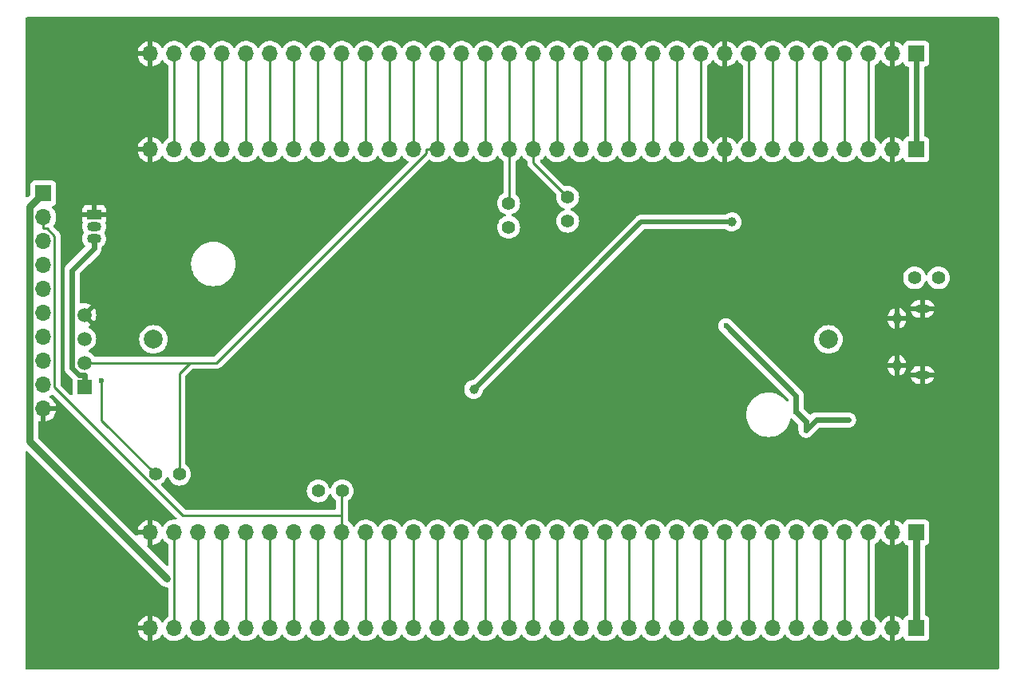
<source format=gbr>
%TF.GenerationSoftware,KiCad,Pcbnew,6.0.4-6f826c9f35~116~ubuntu21.10.1*%
%TF.CreationDate,2022-03-20T22:22:29+02:00*%
%TF.ProjectId,main,6d61696e-2e6b-4696-9361-645f70636258,rev?*%
%TF.SameCoordinates,Original*%
%TF.FileFunction,Copper,L2,Bot*%
%TF.FilePolarity,Positive*%
%FSLAX46Y46*%
G04 Gerber Fmt 4.6, Leading zero omitted, Abs format (unit mm)*
G04 Created by KiCad (PCBNEW 6.0.4-6f826c9f35~116~ubuntu21.10.1) date 2022-03-20 22:22:29*
%MOMM*%
%LPD*%
G01*
G04 APERTURE LIST*
%TA.AperFunction,ComponentPad*%
%ADD10C,1.400000*%
%TD*%
%TA.AperFunction,ComponentPad*%
%ADD11R,1.700000X1.700000*%
%TD*%
%TA.AperFunction,ComponentPad*%
%ADD12O,1.700000X1.700000*%
%TD*%
%TA.AperFunction,ComponentPad*%
%ADD13R,1.500000X1.050000*%
%TD*%
%TA.AperFunction,ComponentPad*%
%ADD14O,1.500000X1.050000*%
%TD*%
%TA.AperFunction,ComponentPad*%
%ADD15O,0.950000X1.250000*%
%TD*%
%TA.AperFunction,ComponentPad*%
%ADD16O,1.550000X0.890000*%
%TD*%
%TA.AperFunction,ComponentPad*%
%ADD17C,2.000000*%
%TD*%
%TA.AperFunction,ComponentPad*%
%ADD18R,1.500000X1.500000*%
%TD*%
%TA.AperFunction,ComponentPad*%
%ADD19C,1.500000*%
%TD*%
%TA.AperFunction,ViaPad*%
%ADD20C,0.600000*%
%TD*%
%TA.AperFunction,ViaPad*%
%ADD21C,1.000000*%
%TD*%
%TA.AperFunction,Conductor*%
%ADD22C,0.250000*%
%TD*%
%TA.AperFunction,Conductor*%
%ADD23C,0.600000*%
%TD*%
%TA.AperFunction,Conductor*%
%ADD24C,0.500000*%
%TD*%
%TA.AperFunction,Conductor*%
%ADD25C,0.800000*%
%TD*%
G04 APERTURE END LIST*
D10*
%TO.P,JP1,1,A*%
%TO.N,/PA4*%
X102160000Y-110660000D03*
%TO.P,JP1,2,B*%
%TO.N,/Digital Data*%
X99620000Y-110660000D03*
%TD*%
D11*
%TO.P,J4,1,Pin_1*%
%TO.N,MC_5V*%
X87720000Y-80860000D03*
D12*
%TO.P,J4,2,Pin_2*%
%TO.N,/Analog Data*%
X87720000Y-83400000D03*
%TO.P,J4,3,Pin_3*%
%TO.N,/Digital Data*%
X87720000Y-85940000D03*
%TO.P,J4,4,Pin_4*%
%TO.N,/Digital Data 2*%
X87720000Y-88480000D03*
%TO.P,J4,5,Pin_5*%
%TO.N,unconnected-(J4-Pad5)*%
X87720000Y-91020000D03*
%TO.P,J4,6,Pin_6*%
%TO.N,unconnected-(J4-Pad6)*%
X87720000Y-93560000D03*
%TO.P,J4,7,Pin_7*%
%TO.N,/Plug Detect*%
X87720000Y-96100000D03*
%TO.P,J4,8,Pin_8*%
%TO.N,/USART_TX *%
X87720000Y-98640000D03*
%TO.P,J4,9,Pin_9*%
%TO.N,/USART_RX*%
X87720000Y-101180000D03*
%TO.P,J4,10,Pin_10*%
%TO.N,GND*%
X87720000Y-103720000D03*
%TD*%
D13*
%TO.P,U7,1,GND*%
%TO.N,GND*%
X93100000Y-83120000D03*
D14*
%TO.P,U7,2,DQ*%
%TO.N,/PA0*%
X93100000Y-84390000D03*
%TO.P,U7,3,VDD*%
%TO.N,3V3*%
X93100000Y-85660000D03*
%TD*%
D15*
%TO.P,J1,6,Shield*%
%TO.N,GND*%
X178270000Y-94120000D03*
D16*
X180970000Y-100120000D03*
D15*
X178270000Y-99120000D03*
D16*
X180970000Y-93120000D03*
%TD*%
D11*
%TO.P,J3,1,Pin_1*%
%TO.N,3V3*%
X180340000Y-76200000D03*
D12*
%TO.P,J3,2,Pin_2*%
%TO.N,GND*%
X177800000Y-76200000D03*
%TO.P,J3,3,Pin_3*%
%TO.N,/VBAT*%
X175260000Y-76200000D03*
%TO.P,J3,4,Pin_4*%
%TO.N,/PC13*%
X172720000Y-76200000D03*
%TO.P,J3,5,Pin_5*%
%TO.N,/PC14*%
X170180000Y-76200000D03*
%TO.P,J3,6,Pin_6*%
%TO.N,/PC15*%
X167640000Y-76200000D03*
%TO.P,J3,7,Pin_7*%
%TO.N,/PF0*%
X165100000Y-76200000D03*
%TO.P,J3,8,Pin_8*%
%TO.N,/PF1*%
X162560000Y-76200000D03*
%TO.P,J3,9,Pin_9*%
%TO.N,GND*%
X160020000Y-76200000D03*
%TO.P,J3,10,Pin_10*%
%TO.N,/NRST*%
X157480000Y-76200000D03*
%TO.P,J3,11,Pin_11*%
%TO.N,/PC0*%
X154940000Y-76200000D03*
%TO.P,J3,12,Pin_12*%
%TO.N,/PC1*%
X152400000Y-76200000D03*
%TO.P,J3,13,Pin_13*%
%TO.N,/PC2*%
X149860000Y-76200000D03*
%TO.P,J3,14,Pin_14*%
%TO.N,/PC3*%
X147320000Y-76200000D03*
%TO.P,J3,15,Pin_15*%
%TO.N,/PA0*%
X144780000Y-76200000D03*
%TO.P,J3,16,Pin_16*%
%TO.N,/PA1*%
X142240000Y-76200000D03*
%TO.P,J3,17,Pin_17*%
%TO.N,/PA2*%
X139700000Y-76200000D03*
%TO.P,J3,18,Pin_18*%
%TO.N,/PA3*%
X137160000Y-76200000D03*
%TO.P,J3,19,Pin_19*%
%TO.N,/PF4*%
X134620000Y-76200000D03*
%TO.P,J3,20,Pin_20*%
%TO.N,/PF5*%
X132080000Y-76200000D03*
%TO.P,J3,21,Pin_21*%
%TO.N,/PA4*%
X129540000Y-76200000D03*
%TO.P,J3,22,Pin_22*%
%TO.N,/PA5*%
X127000000Y-76200000D03*
%TO.P,J3,23,Pin_23*%
%TO.N,/PA6*%
X124460000Y-76200000D03*
%TO.P,J3,24,Pin_24*%
%TO.N,/PA7*%
X121920000Y-76200000D03*
%TO.P,J3,25,Pin_25*%
%TO.N,/PC4*%
X119380000Y-76200000D03*
%TO.P,J3,26,Pin_26*%
%TO.N,/PC5*%
X116840000Y-76200000D03*
%TO.P,J3,27,Pin_27*%
%TO.N,/PB0*%
X114300000Y-76200000D03*
%TO.P,J3,28,Pin_28*%
%TO.N,/PB1*%
X111760000Y-76200000D03*
%TO.P,J3,29,Pin_29*%
%TO.N,/PB2*%
X109220000Y-76200000D03*
%TO.P,J3,30,Pin_30*%
%TO.N,/PB10*%
X106680000Y-76200000D03*
%TO.P,J3,31,Pin_31*%
%TO.N,/PB11*%
X104140000Y-76200000D03*
%TO.P,J3,32,Pin_32*%
%TO.N,/PB12*%
X101600000Y-76200000D03*
%TO.P,J3,33,Pin_33*%
%TO.N,GND*%
X99060000Y-76200000D03*
%TD*%
D11*
%TO.P,J2,1,Pin_1*%
%TO.N,3V3*%
X180340000Y-66040000D03*
D12*
%TO.P,J2,2,Pin_2*%
%TO.N,GND*%
X177800000Y-66040000D03*
%TO.P,J2,3,Pin_3*%
%TO.N,/VBAT*%
X175260000Y-66040000D03*
%TO.P,J2,4,Pin_4*%
%TO.N,/PC13*%
X172720000Y-66040000D03*
%TO.P,J2,5,Pin_5*%
%TO.N,/PC14*%
X170180000Y-66040000D03*
%TO.P,J2,6,Pin_6*%
%TO.N,/PC15*%
X167640000Y-66040000D03*
%TO.P,J2,7,Pin_7*%
%TO.N,/PF0*%
X165100000Y-66040000D03*
%TO.P,J2,8,Pin_8*%
%TO.N,/PF1*%
X162560000Y-66040000D03*
%TO.P,J2,9,Pin_9*%
%TO.N,GND*%
X160020000Y-66040000D03*
%TO.P,J2,10,Pin_10*%
%TO.N,/NRST*%
X157480000Y-66040000D03*
%TO.P,J2,11,Pin_11*%
%TO.N,/PC0*%
X154940000Y-66040000D03*
%TO.P,J2,12,Pin_12*%
%TO.N,/PC1*%
X152400000Y-66040000D03*
%TO.P,J2,13,Pin_13*%
%TO.N,/PC2*%
X149860000Y-66040000D03*
%TO.P,J2,14,Pin_14*%
%TO.N,/PC3*%
X147320000Y-66040000D03*
%TO.P,J2,15,Pin_15*%
%TO.N,/PA0*%
X144780000Y-66040000D03*
%TO.P,J2,16,Pin_16*%
%TO.N,/PA1*%
X142240000Y-66040000D03*
%TO.P,J2,17,Pin_17*%
%TO.N,/PA2*%
X139700000Y-66040000D03*
%TO.P,J2,18,Pin_18*%
%TO.N,/PA3*%
X137160000Y-66040000D03*
%TO.P,J2,19,Pin_19*%
%TO.N,/PF4*%
X134620000Y-66040000D03*
%TO.P,J2,20,Pin_20*%
%TO.N,/PF5*%
X132080000Y-66040000D03*
%TO.P,J2,21,Pin_21*%
%TO.N,/PA4*%
X129540000Y-66040000D03*
%TO.P,J2,22,Pin_22*%
%TO.N,/PA5*%
X127000000Y-66040000D03*
%TO.P,J2,23,Pin_23*%
%TO.N,/PA6*%
X124460000Y-66040000D03*
%TO.P,J2,24,Pin_24*%
%TO.N,/PA7*%
X121920000Y-66040000D03*
%TO.P,J2,25,Pin_25*%
%TO.N,/PC4*%
X119380000Y-66040000D03*
%TO.P,J2,26,Pin_26*%
%TO.N,/PC5*%
X116840000Y-66040000D03*
%TO.P,J2,27,Pin_27*%
%TO.N,/PB0*%
X114300000Y-66040000D03*
%TO.P,J2,28,Pin_28*%
%TO.N,/PB1*%
X111760000Y-66040000D03*
%TO.P,J2,29,Pin_29*%
%TO.N,/PB2*%
X109220000Y-66040000D03*
%TO.P,J2,30,Pin_30*%
%TO.N,/PB10*%
X106680000Y-66040000D03*
%TO.P,J2,31,Pin_31*%
%TO.N,/PB11*%
X104140000Y-66040000D03*
%TO.P,J2,32,Pin_32*%
%TO.N,/PB12*%
X101600000Y-66040000D03*
%TO.P,J2,33,Pin_33*%
%TO.N,GND*%
X99060000Y-66040000D03*
%TD*%
D11*
%TO.P,J6,1,Pin_1*%
%TO.N,+5V*%
X180340000Y-127000000D03*
D12*
%TO.P,J6,2,Pin_2*%
%TO.N,GND*%
X177800000Y-127000000D03*
%TO.P,J6,3,Pin_3*%
%TO.N,/PB9*%
X175260000Y-127000000D03*
%TO.P,J6,4,Pin_4*%
%TO.N,/PB8*%
X172720000Y-127000000D03*
%TO.P,J6,5,Pin_5*%
%TO.N,VDD*%
X170180000Y-127000000D03*
%TO.P,J6,6,Pin_6*%
%TO.N,/BOOT*%
X167640000Y-127000000D03*
%TO.P,J6,7,Pin_7*%
%TO.N,/PB7*%
X165100000Y-127000000D03*
%TO.P,J6,8,Pin_8*%
%TO.N,/PB6*%
X162560000Y-127000000D03*
%TO.P,J6,9,Pin_9*%
%TO.N,/PB5*%
X160020000Y-127000000D03*
%TO.P,J6,10,Pin_10*%
%TO.N,/PB4*%
X157480000Y-127000000D03*
%TO.P,J6,11,Pin_11*%
%TO.N,/PB3*%
X154940000Y-127000000D03*
%TO.P,J6,12,Pin_12*%
%TO.N,/PD2*%
X152400000Y-127000000D03*
%TO.P,J6,13,Pin_13*%
%TO.N,/PC12*%
X149860000Y-127000000D03*
%TO.P,J6,14,Pin_14*%
%TO.N,/PC11*%
X147320000Y-127000000D03*
%TO.P,J6,15,Pin_15*%
%TO.N,/PC10*%
X144780000Y-127000000D03*
%TO.P,J6,16,Pin_16*%
%TO.N,/PA15*%
X142240000Y-127000000D03*
%TO.P,J6,17,Pin_17*%
%TO.N,/PA14*%
X139700000Y-127000000D03*
%TO.P,J6,18,Pin_18*%
%TO.N,/PF7*%
X137160000Y-127000000D03*
%TO.P,J6,19,Pin_19*%
%TO.N,/PF6*%
X134620000Y-127000000D03*
%TO.P,J6,20,Pin_20*%
%TO.N,/PA13*%
X132080000Y-127000000D03*
%TO.P,J6,21,Pin_21*%
%TO.N,/PA12*%
X129540000Y-127000000D03*
%TO.P,J6,22,Pin_22*%
%TO.N,/PA11*%
X127000000Y-127000000D03*
%TO.P,J6,23,Pin_23*%
%TO.N,/PA10*%
X124460000Y-127000000D03*
%TO.P,J6,24,Pin_24*%
%TO.N,/PA9*%
X121920000Y-127000000D03*
%TO.P,J6,25,Pin_25*%
%TO.N,/PA8*%
X119380000Y-127000000D03*
%TO.P,J6,26,Pin_26*%
%TO.N,/PC9*%
X116840000Y-127000000D03*
%TO.P,J6,27,Pin_27*%
%TO.N,/PC8*%
X114300000Y-127000000D03*
%TO.P,J6,28,Pin_28*%
%TO.N,/PC7*%
X111760000Y-127000000D03*
%TO.P,J6,29,Pin_29*%
%TO.N,/PC6*%
X109220000Y-127000000D03*
%TO.P,J6,30,Pin_30*%
%TO.N,/PB15*%
X106680000Y-127000000D03*
%TO.P,J6,31,Pin_31*%
%TO.N,/PB14*%
X104140000Y-127000000D03*
%TO.P,J6,32,Pin_32*%
%TO.N,/PB13*%
X101600000Y-127000000D03*
%TO.P,J6,33,Pin_33*%
%TO.N,GND*%
X99060000Y-127000000D03*
%TD*%
D11*
%TO.P,J5,1,Pin_1*%
%TO.N,+5V*%
X180340000Y-116840000D03*
D12*
%TO.P,J5,2,Pin_2*%
%TO.N,GND*%
X177800000Y-116840000D03*
%TO.P,J5,3,Pin_3*%
%TO.N,/PB9*%
X175260000Y-116840000D03*
%TO.P,J5,4,Pin_4*%
%TO.N,/PB8*%
X172720000Y-116840000D03*
%TO.P,J5,5,Pin_5*%
%TO.N,VDD*%
X170180000Y-116840000D03*
%TO.P,J5,6,Pin_6*%
%TO.N,/BOOT*%
X167640000Y-116840000D03*
%TO.P,J5,7,Pin_7*%
%TO.N,/PB7*%
X165100000Y-116840000D03*
%TO.P,J5,8,Pin_8*%
%TO.N,/PB6*%
X162560000Y-116840000D03*
%TO.P,J5,9,Pin_9*%
%TO.N,/PB5*%
X160020000Y-116840000D03*
%TO.P,J5,10,Pin_10*%
%TO.N,/PB4*%
X157480000Y-116840000D03*
%TO.P,J5,11,Pin_11*%
%TO.N,/PB3*%
X154940000Y-116840000D03*
%TO.P,J5,12,Pin_12*%
%TO.N,/PD2*%
X152400000Y-116840000D03*
%TO.P,J5,13,Pin_13*%
%TO.N,/PC12*%
X149860000Y-116840000D03*
%TO.P,J5,14,Pin_14*%
%TO.N,/PC11*%
X147320000Y-116840000D03*
%TO.P,J5,15,Pin_15*%
%TO.N,/PC10*%
X144780000Y-116840000D03*
%TO.P,J5,16,Pin_16*%
%TO.N,/PA15*%
X142240000Y-116840000D03*
%TO.P,J5,17,Pin_17*%
%TO.N,/PA14*%
X139700000Y-116840000D03*
%TO.P,J5,18,Pin_18*%
%TO.N,/PF7*%
X137160000Y-116840000D03*
%TO.P,J5,19,Pin_19*%
%TO.N,/PF6*%
X134620000Y-116840000D03*
%TO.P,J5,20,Pin_20*%
%TO.N,/PA13*%
X132080000Y-116840000D03*
%TO.P,J5,21,Pin_21*%
%TO.N,/PA12*%
X129540000Y-116840000D03*
%TO.P,J5,22,Pin_22*%
%TO.N,/PA11*%
X127000000Y-116840000D03*
%TO.P,J5,23,Pin_23*%
%TO.N,/PA10*%
X124460000Y-116840000D03*
%TO.P,J5,24,Pin_24*%
%TO.N,/PA9*%
X121920000Y-116840000D03*
%TO.P,J5,25,Pin_25*%
%TO.N,/Analog Data*%
X119380000Y-116840000D03*
%TO.P,J5,26,Pin_26*%
%TO.N,/PC9*%
X116840000Y-116840000D03*
%TO.P,J5,27,Pin_27*%
%TO.N,/PC8*%
X114300000Y-116840000D03*
%TO.P,J5,28,Pin_28*%
%TO.N,/PC7*%
X111760000Y-116840000D03*
%TO.P,J5,29,Pin_29*%
%TO.N,/PC6*%
X109220000Y-116840000D03*
%TO.P,J5,30,Pin_30*%
%TO.N,/PB15*%
X106680000Y-116840000D03*
%TO.P,J5,31,Pin_31*%
%TO.N,/PB14*%
X104140000Y-116840000D03*
%TO.P,J5,32,Pin_32*%
%TO.N,/PB13*%
X101600000Y-116840000D03*
%TO.P,J5,33,Pin_33*%
%TO.N,GND*%
X99060000Y-116840000D03*
%TD*%
D10*
%TO.P,JP2,1,A*%
%TO.N,/Analog_temperature sensor/AnalogVout*%
X116870000Y-112440000D03*
%TO.P,JP2,2,B*%
%TO.N,/Analog Data*%
X119410000Y-112440000D03*
%TD*%
%TO.P,JP5,1,A*%
%TO.N,3V3_out*%
X180130000Y-89820000D03*
%TO.P,JP5,2,B*%
%TO.N,3V3*%
X182670000Y-89820000D03*
%TD*%
%TO.P,JP4,1,A*%
%TO.N,/USART_TX*%
X143330000Y-83820000D03*
%TO.P,JP4,2,B*%
%TO.N,/PA2*%
X143330000Y-81280000D03*
%TD*%
D17*
%TO.P,BT1,1,+*%
%TO.N,Battery+*%
X99400000Y-96350000D03*
%TO.P,BT1,2,-*%
%TO.N,Battery-*%
X171000000Y-96350000D03*
%TD*%
D18*
%TO.P,U6,1,VCC*%
%TO.N,3V3*%
X92057500Y-101372500D03*
D19*
%TO.P,U6,2,IO*%
%TO.N,/Digital Data*%
X92057500Y-98832500D03*
%TO.P,U6,3,NC*%
%TO.N,unconnected-(U6-Pad3)*%
X92057500Y-96292500D03*
%TO.P,U6,4,GND*%
%TO.N,GND*%
X92057500Y-93752500D03*
%TD*%
D10*
%TO.P,JP3,1,A*%
%TO.N,/USART_RX *%
X137080000Y-84450000D03*
%TO.P,JP3,2,B*%
%TO.N,/PA3*%
X137080000Y-81910000D03*
%TD*%
D20*
%TO.N,/Digital Data*%
X93884200Y-100730100D03*
D21*
%TO.N,3V3*%
X160760000Y-83900000D03*
X133366000Y-101654000D03*
D20*
%TO.N,MC_5V*%
X100809800Y-121717500D03*
%TO.N,Battery+*%
X173121000Y-104898000D03*
X168628000Y-105986000D03*
X167570000Y-104016000D03*
X160124000Y-94907800D03*
D21*
%TO.N,GND*%
X181160000Y-107360000D03*
X108940000Y-93630000D03*
X142260000Y-105100000D03*
X168720000Y-88720000D03*
X147180000Y-103750000D03*
X119790000Y-97210000D03*
X162840000Y-86900000D03*
X164010000Y-84290000D03*
X181440000Y-109500000D03*
%TD*%
D22*
%TO.N,/Digital Data*%
X93884200Y-104924200D02*
X99620000Y-110660000D01*
X93884200Y-100730100D02*
X93884200Y-104924200D01*
%TO.N,/Analog Data*%
X119380000Y-116840000D02*
X119380000Y-127000000D01*
X119380000Y-112470000D02*
X119380000Y-115040000D01*
X119410000Y-112440000D02*
X119380000Y-112470000D01*
X119380000Y-115040000D02*
X119380000Y-116840000D01*
X88087400Y-84575300D02*
X87720000Y-84575300D01*
X88895300Y-85383200D02*
X88087400Y-84575300D01*
X88895300Y-101429400D02*
X88895300Y-85383200D01*
X102505900Y-115040000D02*
X88895300Y-101429400D01*
X119380000Y-115040000D02*
X102505900Y-115040000D01*
X87720000Y-83400000D02*
X87720000Y-84575300D01*
D23*
%TO.N,3V3*%
X180340000Y-66040000D02*
X180340000Y-76200000D01*
D24*
X151120000Y-83900000D02*
X133366000Y-101654000D01*
X160760000Y-83900000D02*
X151120000Y-83900000D01*
D23*
X93100000Y-86685300D02*
X93100000Y-85660000D01*
X90743200Y-89042100D02*
X93100000Y-86685300D01*
X90743200Y-99354900D02*
X90743200Y-89042100D01*
X91510500Y-100122000D02*
X90743200Y-99354900D01*
X92057500Y-100122000D02*
X91510500Y-100122000D01*
X92057500Y-101372000D02*
X92057500Y-100122000D01*
X92057500Y-101372000D02*
X92057500Y-101372500D01*
D25*
%TO.N,MC_5V*%
X86269600Y-82310400D02*
X87720000Y-80860000D01*
X86269600Y-107177300D02*
X86269600Y-82310400D01*
X100809800Y-121717500D02*
X86269600Y-107177300D01*
D23*
%TO.N,Battery+*%
X169716000Y-104898000D02*
X168628000Y-105986000D01*
X173121000Y-104898000D02*
X169716000Y-104898000D01*
X168628000Y-105075000D02*
X168628000Y-105986000D01*
X167570000Y-104016000D02*
X168628000Y-105075000D01*
X167570000Y-102354000D02*
X167570000Y-104016000D01*
X160124000Y-94907800D02*
X167570000Y-102354000D01*
D22*
%TO.N,/PB13*%
X101600000Y-116840000D02*
X101600000Y-127000000D01*
%TO.N,/PB14*%
X104140000Y-116840000D02*
X104140000Y-127000000D01*
%TO.N,/PB15*%
X106680000Y-116840000D02*
X106680000Y-127000000D01*
%TO.N,/PC6*%
X109220000Y-116840000D02*
X109220000Y-127000000D01*
%TO.N,/PC7*%
X111760000Y-116840000D02*
X111760000Y-127000000D01*
%TO.N,/PC8*%
X114300000Y-116840000D02*
X114300000Y-127000000D01*
%TO.N,/PC9*%
X116840000Y-116840000D02*
X116840000Y-127000000D01*
%TO.N,/PA9*%
X121920000Y-116840000D02*
X121920000Y-127000000D01*
%TO.N,/PA10*%
X124460000Y-116840000D02*
X124460000Y-127000000D01*
%TO.N,/PA11*%
X127000000Y-116840000D02*
X127000000Y-127000000D01*
%TO.N,/PA12*%
X129540000Y-116840000D02*
X129540000Y-127000000D01*
%TO.N,/PA13*%
X132080000Y-116840000D02*
X132080000Y-127000000D01*
%TO.N,/PF6*%
X134620000Y-116840000D02*
X134620000Y-127000000D01*
%TO.N,/PF7*%
X137160000Y-116840000D02*
X137160000Y-127000000D01*
%TO.N,/PA14*%
X139700000Y-116840000D02*
X139700000Y-127000000D01*
%TO.N,/PA15*%
X142240000Y-116840000D02*
X142240000Y-127000000D01*
%TO.N,/PC10*%
X144780000Y-116840000D02*
X144780000Y-127000000D01*
%TO.N,/PC11*%
X147320000Y-116840000D02*
X147320000Y-127000000D01*
%TO.N,/PC12*%
X149860000Y-116840000D02*
X149860000Y-127000000D01*
%TO.N,/PD2*%
X152400000Y-116840000D02*
X152400000Y-127000000D01*
%TO.N,/PB3*%
X154940000Y-116840000D02*
X154940000Y-127000000D01*
%TO.N,/PB4*%
X157480000Y-116840000D02*
X157480000Y-127000000D01*
%TO.N,/PB5*%
X160020000Y-116840000D02*
X160020000Y-127000000D01*
%TO.N,/PB6*%
X162560000Y-116840000D02*
X162560000Y-127000000D01*
%TO.N,/PB7*%
X165100000Y-116840000D02*
X165100000Y-127000000D01*
%TO.N,/BOOT*%
X167640000Y-116840000D02*
X167640000Y-127000000D01*
%TO.N,VDD*%
X170180000Y-116840000D02*
X170180000Y-127000000D01*
%TO.N,/PB8*%
X172720000Y-116840000D02*
X172720000Y-127000000D01*
%TO.N,/PB9*%
X175260000Y-116840000D02*
X175260000Y-127000000D01*
D25*
%TO.N,+5V*%
X180340000Y-116840000D02*
X180340000Y-127000000D01*
D22*
%TO.N,/PB12*%
X101600000Y-66040000D02*
X101600000Y-76200000D01*
%TO.N,/PB11*%
X104140000Y-66040000D02*
X104140000Y-76200000D01*
%TO.N,/PB10*%
X106680000Y-66040000D02*
X106680000Y-76200000D01*
%TO.N,/PB2*%
X109220000Y-66040000D02*
X109220000Y-76200000D01*
%TO.N,/PB1*%
X111760000Y-66040000D02*
X111760000Y-76200000D01*
%TO.N,/PB0*%
X114300000Y-66040000D02*
X114300000Y-76200000D01*
%TO.N,/PC5*%
X116840000Y-66040000D02*
X116840000Y-76200000D01*
%TO.N,/PC4*%
X119380000Y-66040000D02*
X119380000Y-76200000D01*
%TO.N,/PA7*%
X121920000Y-66040000D02*
X121920000Y-76200000D01*
%TO.N,/PA6*%
X124460000Y-66040000D02*
X124460000Y-76200000D01*
%TO.N,/PA5*%
X127000000Y-66040000D02*
X127000000Y-76200000D01*
%TO.N,/PA4*%
X129540000Y-66040000D02*
X129540000Y-76200000D01*
X92057500Y-98832500D02*
X103260100Y-98832500D01*
X128365000Y-76200000D02*
X129540000Y-76200000D01*
X128365000Y-76567300D02*
X128365000Y-76200000D01*
X106100000Y-98832500D02*
X128365000Y-76567300D01*
X103260100Y-98832500D02*
X106100000Y-98832500D01*
X102160000Y-99932600D02*
X102160000Y-110660000D01*
X103260100Y-98832500D02*
X102160000Y-99932600D01*
%TO.N,/PF5*%
X132080000Y-66040000D02*
X132080000Y-76200000D01*
%TO.N,/PF4*%
X134620000Y-66040000D02*
X134620000Y-76200000D01*
%TO.N,/PA3*%
X137160000Y-81830000D02*
X137160000Y-76200000D01*
X137080000Y-81910000D02*
X137160000Y-81830000D01*
X137160000Y-66040000D02*
X137160000Y-76200000D01*
%TO.N,/PA2*%
X139700000Y-77650000D02*
X139700000Y-76200000D01*
X143330000Y-81280000D02*
X139700000Y-77650000D01*
X139700000Y-66040000D02*
X139700000Y-76200000D01*
%TO.N,/PA1*%
X142240000Y-66040000D02*
X142240000Y-76200000D01*
%TO.N,/PA0*%
X144780000Y-66040000D02*
X144780000Y-76200000D01*
%TO.N,/PC3*%
X147320000Y-66040000D02*
X147320000Y-76200000D01*
%TO.N,/PC2*%
X149860000Y-66040000D02*
X149860000Y-76200000D01*
%TO.N,/PC1*%
X152400000Y-66040000D02*
X152400000Y-76200000D01*
%TO.N,/PC0*%
X154940000Y-66040000D02*
X154940000Y-76200000D01*
%TO.N,/NRST*%
X157480000Y-66040000D02*
X157480000Y-76200000D01*
%TO.N,/PF1*%
X162560000Y-66040000D02*
X162560000Y-76200000D01*
%TO.N,/PF0*%
X165100000Y-66040000D02*
X165100000Y-76200000D01*
%TO.N,/PC15*%
X167640000Y-66040000D02*
X167640000Y-76200000D01*
%TO.N,/PC14*%
X170180000Y-66040000D02*
X170180000Y-76200000D01*
%TO.N,/PC13*%
X172720000Y-66040000D02*
X172720000Y-76200000D01*
%TO.N,/VBAT*%
X175260000Y-66040000D02*
X175260000Y-76200000D01*
%TD*%
%TA.AperFunction,Conductor*%
%TO.N,GND*%
G36*
X189023621Y-62178502D02*
G01*
X189070114Y-62232158D01*
X189081500Y-62284500D01*
X189081500Y-131255500D01*
X189061498Y-131323621D01*
X189007842Y-131370114D01*
X188955500Y-131381500D01*
X85954500Y-131381500D01*
X85886379Y-131361498D01*
X85839886Y-131307842D01*
X85828500Y-131255500D01*
X85828500Y-127267966D01*
X97728257Y-127267966D01*
X97758565Y-127402446D01*
X97761645Y-127412275D01*
X97841770Y-127609603D01*
X97846413Y-127618794D01*
X97957694Y-127800388D01*
X97963777Y-127808699D01*
X98103213Y-127969667D01*
X98110580Y-127976883D01*
X98274434Y-128112916D01*
X98282881Y-128118831D01*
X98466756Y-128226279D01*
X98476042Y-128230729D01*
X98675001Y-128306703D01*
X98684899Y-128309579D01*
X98788250Y-128330606D01*
X98802299Y-128329410D01*
X98806000Y-128319065D01*
X98806000Y-127272115D01*
X98801525Y-127256876D01*
X98800135Y-127255671D01*
X98792452Y-127254000D01*
X97743225Y-127254000D01*
X97729694Y-127257973D01*
X97728257Y-127267966D01*
X85828500Y-127267966D01*
X85828500Y-126734183D01*
X97724389Y-126734183D01*
X97725912Y-126742607D01*
X97738292Y-126746000D01*
X98787885Y-126746000D01*
X98803124Y-126741525D01*
X98804329Y-126740135D01*
X98806000Y-126732452D01*
X98806000Y-125683102D01*
X98802082Y-125669758D01*
X98787806Y-125667771D01*
X98749324Y-125673660D01*
X98739288Y-125676051D01*
X98536868Y-125742212D01*
X98527359Y-125746209D01*
X98338463Y-125844542D01*
X98329738Y-125850036D01*
X98159433Y-125977905D01*
X98151726Y-125984748D01*
X98004590Y-126138717D01*
X97998104Y-126146727D01*
X97878098Y-126322649D01*
X97873000Y-126331623D01*
X97783338Y-126524783D01*
X97779775Y-126534470D01*
X97724389Y-126734183D01*
X85828500Y-126734183D01*
X85828500Y-108325203D01*
X85848502Y-108257082D01*
X85902158Y-108210589D01*
X85972432Y-108200485D01*
X86037012Y-108229979D01*
X86043595Y-108236108D01*
X100201059Y-122393572D01*
X100312270Y-122483629D01*
X100318152Y-122486626D01*
X100318155Y-122486628D01*
X100470191Y-122564093D01*
X100482430Y-122570329D01*
X100488800Y-122572036D01*
X100488803Y-122572037D01*
X100660521Y-122618049D01*
X100660525Y-122618050D01*
X100666897Y-122619757D01*
X100673487Y-122620102D01*
X100673491Y-122620103D01*
X100847095Y-122629201D01*
X100914075Y-122652741D01*
X100957696Y-122708756D01*
X100966500Y-122755028D01*
X100966500Y-125721692D01*
X100946498Y-125789813D01*
X100898683Y-125833453D01*
X100873607Y-125846507D01*
X100869474Y-125849610D01*
X100869471Y-125849612D01*
X100786771Y-125911705D01*
X100694965Y-125980635D01*
X100540629Y-126142138D01*
X100537720Y-126146403D01*
X100537714Y-126146411D01*
X100525404Y-126164457D01*
X100433204Y-126299618D01*
X100432898Y-126300066D01*
X100377987Y-126345069D01*
X100307462Y-126353240D01*
X100243715Y-126321986D01*
X100223018Y-126297502D01*
X100142426Y-126172926D01*
X100136136Y-126164757D01*
X99992806Y-126007240D01*
X99985273Y-126000215D01*
X99818139Y-125868222D01*
X99809552Y-125862517D01*
X99623117Y-125759599D01*
X99613705Y-125755369D01*
X99412959Y-125684280D01*
X99402988Y-125681646D01*
X99331837Y-125668972D01*
X99318540Y-125670432D01*
X99314000Y-125684989D01*
X99314000Y-128318517D01*
X99318064Y-128332359D01*
X99331478Y-128334393D01*
X99338184Y-128333534D01*
X99348262Y-128331392D01*
X99552255Y-128270191D01*
X99561842Y-128266433D01*
X99753095Y-128172739D01*
X99761945Y-128167464D01*
X99935328Y-128043792D01*
X99943200Y-128037139D01*
X100094052Y-127886812D01*
X100100730Y-127878965D01*
X100228022Y-127701819D01*
X100229279Y-127702722D01*
X100276373Y-127659362D01*
X100346311Y-127647145D01*
X100411751Y-127674678D01*
X100439579Y-127706511D01*
X100499987Y-127805088D01*
X100646250Y-127973938D01*
X100818126Y-128116632D01*
X101011000Y-128229338D01*
X101219692Y-128309030D01*
X101224760Y-128310061D01*
X101224763Y-128310062D01*
X101319862Y-128329410D01*
X101438597Y-128353567D01*
X101443772Y-128353757D01*
X101443774Y-128353757D01*
X101656673Y-128361564D01*
X101656677Y-128361564D01*
X101661837Y-128361753D01*
X101666957Y-128361097D01*
X101666959Y-128361097D01*
X101878288Y-128334025D01*
X101878289Y-128334025D01*
X101883416Y-128333368D01*
X101888366Y-128331883D01*
X102092429Y-128270661D01*
X102092434Y-128270659D01*
X102097384Y-128269174D01*
X102297994Y-128170896D01*
X102479860Y-128041173D01*
X102638096Y-127883489D01*
X102768453Y-127702077D01*
X102769776Y-127703028D01*
X102816645Y-127659857D01*
X102886580Y-127647625D01*
X102952026Y-127675144D01*
X102979875Y-127706994D01*
X103039987Y-127805088D01*
X103186250Y-127973938D01*
X103358126Y-128116632D01*
X103551000Y-128229338D01*
X103759692Y-128309030D01*
X103764760Y-128310061D01*
X103764763Y-128310062D01*
X103859862Y-128329410D01*
X103978597Y-128353567D01*
X103983772Y-128353757D01*
X103983774Y-128353757D01*
X104196673Y-128361564D01*
X104196677Y-128361564D01*
X104201837Y-128361753D01*
X104206957Y-128361097D01*
X104206959Y-128361097D01*
X104418288Y-128334025D01*
X104418289Y-128334025D01*
X104423416Y-128333368D01*
X104428366Y-128331883D01*
X104632429Y-128270661D01*
X104632434Y-128270659D01*
X104637384Y-128269174D01*
X104837994Y-128170896D01*
X105019860Y-128041173D01*
X105178096Y-127883489D01*
X105308453Y-127702077D01*
X105309776Y-127703028D01*
X105356645Y-127659857D01*
X105426580Y-127647625D01*
X105492026Y-127675144D01*
X105519875Y-127706994D01*
X105579987Y-127805088D01*
X105726250Y-127973938D01*
X105898126Y-128116632D01*
X106091000Y-128229338D01*
X106299692Y-128309030D01*
X106304760Y-128310061D01*
X106304763Y-128310062D01*
X106399862Y-128329410D01*
X106518597Y-128353567D01*
X106523772Y-128353757D01*
X106523774Y-128353757D01*
X106736673Y-128361564D01*
X106736677Y-128361564D01*
X106741837Y-128361753D01*
X106746957Y-128361097D01*
X106746959Y-128361097D01*
X106958288Y-128334025D01*
X106958289Y-128334025D01*
X106963416Y-128333368D01*
X106968366Y-128331883D01*
X107172429Y-128270661D01*
X107172434Y-128270659D01*
X107177384Y-128269174D01*
X107377994Y-128170896D01*
X107559860Y-128041173D01*
X107718096Y-127883489D01*
X107848453Y-127702077D01*
X107849776Y-127703028D01*
X107896645Y-127659857D01*
X107966580Y-127647625D01*
X108032026Y-127675144D01*
X108059875Y-127706994D01*
X108119987Y-127805088D01*
X108266250Y-127973938D01*
X108438126Y-128116632D01*
X108631000Y-128229338D01*
X108839692Y-128309030D01*
X108844760Y-128310061D01*
X108844763Y-128310062D01*
X108939862Y-128329410D01*
X109058597Y-128353567D01*
X109063772Y-128353757D01*
X109063774Y-128353757D01*
X109276673Y-128361564D01*
X109276677Y-128361564D01*
X109281837Y-128361753D01*
X109286957Y-128361097D01*
X109286959Y-128361097D01*
X109498288Y-128334025D01*
X109498289Y-128334025D01*
X109503416Y-128333368D01*
X109508366Y-128331883D01*
X109712429Y-128270661D01*
X109712434Y-128270659D01*
X109717384Y-128269174D01*
X109917994Y-128170896D01*
X110099860Y-128041173D01*
X110258096Y-127883489D01*
X110388453Y-127702077D01*
X110389776Y-127703028D01*
X110436645Y-127659857D01*
X110506580Y-127647625D01*
X110572026Y-127675144D01*
X110599875Y-127706994D01*
X110659987Y-127805088D01*
X110806250Y-127973938D01*
X110978126Y-128116632D01*
X111171000Y-128229338D01*
X111379692Y-128309030D01*
X111384760Y-128310061D01*
X111384763Y-128310062D01*
X111479862Y-128329410D01*
X111598597Y-128353567D01*
X111603772Y-128353757D01*
X111603774Y-128353757D01*
X111816673Y-128361564D01*
X111816677Y-128361564D01*
X111821837Y-128361753D01*
X111826957Y-128361097D01*
X111826959Y-128361097D01*
X112038288Y-128334025D01*
X112038289Y-128334025D01*
X112043416Y-128333368D01*
X112048366Y-128331883D01*
X112252429Y-128270661D01*
X112252434Y-128270659D01*
X112257384Y-128269174D01*
X112457994Y-128170896D01*
X112639860Y-128041173D01*
X112798096Y-127883489D01*
X112928453Y-127702077D01*
X112929776Y-127703028D01*
X112976645Y-127659857D01*
X113046580Y-127647625D01*
X113112026Y-127675144D01*
X113139875Y-127706994D01*
X113199987Y-127805088D01*
X113346250Y-127973938D01*
X113518126Y-128116632D01*
X113711000Y-128229338D01*
X113919692Y-128309030D01*
X113924760Y-128310061D01*
X113924763Y-128310062D01*
X114019862Y-128329410D01*
X114138597Y-128353567D01*
X114143772Y-128353757D01*
X114143774Y-128353757D01*
X114356673Y-128361564D01*
X114356677Y-128361564D01*
X114361837Y-128361753D01*
X114366957Y-128361097D01*
X114366959Y-128361097D01*
X114578288Y-128334025D01*
X114578289Y-128334025D01*
X114583416Y-128333368D01*
X114588366Y-128331883D01*
X114792429Y-128270661D01*
X114792434Y-128270659D01*
X114797384Y-128269174D01*
X114997994Y-128170896D01*
X115179860Y-128041173D01*
X115338096Y-127883489D01*
X115468453Y-127702077D01*
X115469776Y-127703028D01*
X115516645Y-127659857D01*
X115586580Y-127647625D01*
X115652026Y-127675144D01*
X115679875Y-127706994D01*
X115739987Y-127805088D01*
X115886250Y-127973938D01*
X116058126Y-128116632D01*
X116251000Y-128229338D01*
X116459692Y-128309030D01*
X116464760Y-128310061D01*
X116464763Y-128310062D01*
X116559862Y-128329410D01*
X116678597Y-128353567D01*
X116683772Y-128353757D01*
X116683774Y-128353757D01*
X116896673Y-128361564D01*
X116896677Y-128361564D01*
X116901837Y-128361753D01*
X116906957Y-128361097D01*
X116906959Y-128361097D01*
X117118288Y-128334025D01*
X117118289Y-128334025D01*
X117123416Y-128333368D01*
X117128366Y-128331883D01*
X117332429Y-128270661D01*
X117332434Y-128270659D01*
X117337384Y-128269174D01*
X117537994Y-128170896D01*
X117719860Y-128041173D01*
X117878096Y-127883489D01*
X118008453Y-127702077D01*
X118009776Y-127703028D01*
X118056645Y-127659857D01*
X118126580Y-127647625D01*
X118192026Y-127675144D01*
X118219875Y-127706994D01*
X118279987Y-127805088D01*
X118426250Y-127973938D01*
X118598126Y-128116632D01*
X118791000Y-128229338D01*
X118999692Y-128309030D01*
X119004760Y-128310061D01*
X119004763Y-128310062D01*
X119099862Y-128329410D01*
X119218597Y-128353567D01*
X119223772Y-128353757D01*
X119223774Y-128353757D01*
X119436673Y-128361564D01*
X119436677Y-128361564D01*
X119441837Y-128361753D01*
X119446957Y-128361097D01*
X119446959Y-128361097D01*
X119658288Y-128334025D01*
X119658289Y-128334025D01*
X119663416Y-128333368D01*
X119668366Y-128331883D01*
X119872429Y-128270661D01*
X119872434Y-128270659D01*
X119877384Y-128269174D01*
X120077994Y-128170896D01*
X120259860Y-128041173D01*
X120418096Y-127883489D01*
X120548453Y-127702077D01*
X120549776Y-127703028D01*
X120596645Y-127659857D01*
X120666580Y-127647625D01*
X120732026Y-127675144D01*
X120759875Y-127706994D01*
X120819987Y-127805088D01*
X120966250Y-127973938D01*
X121138126Y-128116632D01*
X121331000Y-128229338D01*
X121539692Y-128309030D01*
X121544760Y-128310061D01*
X121544763Y-128310062D01*
X121639862Y-128329410D01*
X121758597Y-128353567D01*
X121763772Y-128353757D01*
X121763774Y-128353757D01*
X121976673Y-128361564D01*
X121976677Y-128361564D01*
X121981837Y-128361753D01*
X121986957Y-128361097D01*
X121986959Y-128361097D01*
X122198288Y-128334025D01*
X122198289Y-128334025D01*
X122203416Y-128333368D01*
X122208366Y-128331883D01*
X122412429Y-128270661D01*
X122412434Y-128270659D01*
X122417384Y-128269174D01*
X122617994Y-128170896D01*
X122799860Y-128041173D01*
X122958096Y-127883489D01*
X123088453Y-127702077D01*
X123089776Y-127703028D01*
X123136645Y-127659857D01*
X123206580Y-127647625D01*
X123272026Y-127675144D01*
X123299875Y-127706994D01*
X123359987Y-127805088D01*
X123506250Y-127973938D01*
X123678126Y-128116632D01*
X123871000Y-128229338D01*
X124079692Y-128309030D01*
X124084760Y-128310061D01*
X124084763Y-128310062D01*
X124179862Y-128329410D01*
X124298597Y-128353567D01*
X124303772Y-128353757D01*
X124303774Y-128353757D01*
X124516673Y-128361564D01*
X124516677Y-128361564D01*
X124521837Y-128361753D01*
X124526957Y-128361097D01*
X124526959Y-128361097D01*
X124738288Y-128334025D01*
X124738289Y-128334025D01*
X124743416Y-128333368D01*
X124748366Y-128331883D01*
X124952429Y-128270661D01*
X124952434Y-128270659D01*
X124957384Y-128269174D01*
X125157994Y-128170896D01*
X125339860Y-128041173D01*
X125498096Y-127883489D01*
X125628453Y-127702077D01*
X125629776Y-127703028D01*
X125676645Y-127659857D01*
X125746580Y-127647625D01*
X125812026Y-127675144D01*
X125839875Y-127706994D01*
X125899987Y-127805088D01*
X126046250Y-127973938D01*
X126218126Y-128116632D01*
X126411000Y-128229338D01*
X126619692Y-128309030D01*
X126624760Y-128310061D01*
X126624763Y-128310062D01*
X126719862Y-128329410D01*
X126838597Y-128353567D01*
X126843772Y-128353757D01*
X126843774Y-128353757D01*
X127056673Y-128361564D01*
X127056677Y-128361564D01*
X127061837Y-128361753D01*
X127066957Y-128361097D01*
X127066959Y-128361097D01*
X127278288Y-128334025D01*
X127278289Y-128334025D01*
X127283416Y-128333368D01*
X127288366Y-128331883D01*
X127492429Y-128270661D01*
X127492434Y-128270659D01*
X127497384Y-128269174D01*
X127697994Y-128170896D01*
X127879860Y-128041173D01*
X128038096Y-127883489D01*
X128168453Y-127702077D01*
X128169776Y-127703028D01*
X128216645Y-127659857D01*
X128286580Y-127647625D01*
X128352026Y-127675144D01*
X128379875Y-127706994D01*
X128439987Y-127805088D01*
X128586250Y-127973938D01*
X128758126Y-128116632D01*
X128951000Y-128229338D01*
X129159692Y-128309030D01*
X129164760Y-128310061D01*
X129164763Y-128310062D01*
X129259862Y-128329410D01*
X129378597Y-128353567D01*
X129383772Y-128353757D01*
X129383774Y-128353757D01*
X129596673Y-128361564D01*
X129596677Y-128361564D01*
X129601837Y-128361753D01*
X129606957Y-128361097D01*
X129606959Y-128361097D01*
X129818288Y-128334025D01*
X129818289Y-128334025D01*
X129823416Y-128333368D01*
X129828366Y-128331883D01*
X130032429Y-128270661D01*
X130032434Y-128270659D01*
X130037384Y-128269174D01*
X130237994Y-128170896D01*
X130419860Y-128041173D01*
X130578096Y-127883489D01*
X130708453Y-127702077D01*
X130709776Y-127703028D01*
X130756645Y-127659857D01*
X130826580Y-127647625D01*
X130892026Y-127675144D01*
X130919875Y-127706994D01*
X130979987Y-127805088D01*
X131126250Y-127973938D01*
X131298126Y-128116632D01*
X131491000Y-128229338D01*
X131699692Y-128309030D01*
X131704760Y-128310061D01*
X131704763Y-128310062D01*
X131799862Y-128329410D01*
X131918597Y-128353567D01*
X131923772Y-128353757D01*
X131923774Y-128353757D01*
X132136673Y-128361564D01*
X132136677Y-128361564D01*
X132141837Y-128361753D01*
X132146957Y-128361097D01*
X132146959Y-128361097D01*
X132358288Y-128334025D01*
X132358289Y-128334025D01*
X132363416Y-128333368D01*
X132368366Y-128331883D01*
X132572429Y-128270661D01*
X132572434Y-128270659D01*
X132577384Y-128269174D01*
X132777994Y-128170896D01*
X132959860Y-128041173D01*
X133118096Y-127883489D01*
X133248453Y-127702077D01*
X133249776Y-127703028D01*
X133296645Y-127659857D01*
X133366580Y-127647625D01*
X133432026Y-127675144D01*
X133459875Y-127706994D01*
X133519987Y-127805088D01*
X133666250Y-127973938D01*
X133838126Y-128116632D01*
X134031000Y-128229338D01*
X134239692Y-128309030D01*
X134244760Y-128310061D01*
X134244763Y-128310062D01*
X134339862Y-128329410D01*
X134458597Y-128353567D01*
X134463772Y-128353757D01*
X134463774Y-128353757D01*
X134676673Y-128361564D01*
X134676677Y-128361564D01*
X134681837Y-128361753D01*
X134686957Y-128361097D01*
X134686959Y-128361097D01*
X134898288Y-128334025D01*
X134898289Y-128334025D01*
X134903416Y-128333368D01*
X134908366Y-128331883D01*
X135112429Y-128270661D01*
X135112434Y-128270659D01*
X135117384Y-128269174D01*
X135317994Y-128170896D01*
X135499860Y-128041173D01*
X135658096Y-127883489D01*
X135788453Y-127702077D01*
X135789776Y-127703028D01*
X135836645Y-127659857D01*
X135906580Y-127647625D01*
X135972026Y-127675144D01*
X135999875Y-127706994D01*
X136059987Y-127805088D01*
X136206250Y-127973938D01*
X136378126Y-128116632D01*
X136571000Y-128229338D01*
X136779692Y-128309030D01*
X136784760Y-128310061D01*
X136784763Y-128310062D01*
X136879862Y-128329410D01*
X136998597Y-128353567D01*
X137003772Y-128353757D01*
X137003774Y-128353757D01*
X137216673Y-128361564D01*
X137216677Y-128361564D01*
X137221837Y-128361753D01*
X137226957Y-128361097D01*
X137226959Y-128361097D01*
X137438288Y-128334025D01*
X137438289Y-128334025D01*
X137443416Y-128333368D01*
X137448366Y-128331883D01*
X137652429Y-128270661D01*
X137652434Y-128270659D01*
X137657384Y-128269174D01*
X137857994Y-128170896D01*
X138039860Y-128041173D01*
X138198096Y-127883489D01*
X138328453Y-127702077D01*
X138329776Y-127703028D01*
X138376645Y-127659857D01*
X138446580Y-127647625D01*
X138512026Y-127675144D01*
X138539875Y-127706994D01*
X138599987Y-127805088D01*
X138746250Y-127973938D01*
X138918126Y-128116632D01*
X139111000Y-128229338D01*
X139319692Y-128309030D01*
X139324760Y-128310061D01*
X139324763Y-128310062D01*
X139419862Y-128329410D01*
X139538597Y-128353567D01*
X139543772Y-128353757D01*
X139543774Y-128353757D01*
X139756673Y-128361564D01*
X139756677Y-128361564D01*
X139761837Y-128361753D01*
X139766957Y-128361097D01*
X139766959Y-128361097D01*
X139978288Y-128334025D01*
X139978289Y-128334025D01*
X139983416Y-128333368D01*
X139988366Y-128331883D01*
X140192429Y-128270661D01*
X140192434Y-128270659D01*
X140197384Y-128269174D01*
X140397994Y-128170896D01*
X140579860Y-128041173D01*
X140738096Y-127883489D01*
X140868453Y-127702077D01*
X140869776Y-127703028D01*
X140916645Y-127659857D01*
X140986580Y-127647625D01*
X141052026Y-127675144D01*
X141079875Y-127706994D01*
X141139987Y-127805088D01*
X141286250Y-127973938D01*
X141458126Y-128116632D01*
X141651000Y-128229338D01*
X141859692Y-128309030D01*
X141864760Y-128310061D01*
X141864763Y-128310062D01*
X141959862Y-128329410D01*
X142078597Y-128353567D01*
X142083772Y-128353757D01*
X142083774Y-128353757D01*
X142296673Y-128361564D01*
X142296677Y-128361564D01*
X142301837Y-128361753D01*
X142306957Y-128361097D01*
X142306959Y-128361097D01*
X142518288Y-128334025D01*
X142518289Y-128334025D01*
X142523416Y-128333368D01*
X142528366Y-128331883D01*
X142732429Y-128270661D01*
X142732434Y-128270659D01*
X142737384Y-128269174D01*
X142937994Y-128170896D01*
X143119860Y-128041173D01*
X143278096Y-127883489D01*
X143408453Y-127702077D01*
X143409776Y-127703028D01*
X143456645Y-127659857D01*
X143526580Y-127647625D01*
X143592026Y-127675144D01*
X143619875Y-127706994D01*
X143679987Y-127805088D01*
X143826250Y-127973938D01*
X143998126Y-128116632D01*
X144191000Y-128229338D01*
X144399692Y-128309030D01*
X144404760Y-128310061D01*
X144404763Y-128310062D01*
X144499862Y-128329410D01*
X144618597Y-128353567D01*
X144623772Y-128353757D01*
X144623774Y-128353757D01*
X144836673Y-128361564D01*
X144836677Y-128361564D01*
X144841837Y-128361753D01*
X144846957Y-128361097D01*
X144846959Y-128361097D01*
X145058288Y-128334025D01*
X145058289Y-128334025D01*
X145063416Y-128333368D01*
X145068366Y-128331883D01*
X145272429Y-128270661D01*
X145272434Y-128270659D01*
X145277384Y-128269174D01*
X145477994Y-128170896D01*
X145659860Y-128041173D01*
X145818096Y-127883489D01*
X145948453Y-127702077D01*
X145949776Y-127703028D01*
X145996645Y-127659857D01*
X146066580Y-127647625D01*
X146132026Y-127675144D01*
X146159875Y-127706994D01*
X146219987Y-127805088D01*
X146366250Y-127973938D01*
X146538126Y-128116632D01*
X146731000Y-128229338D01*
X146939692Y-128309030D01*
X146944760Y-128310061D01*
X146944763Y-128310062D01*
X147039862Y-128329410D01*
X147158597Y-128353567D01*
X147163772Y-128353757D01*
X147163774Y-128353757D01*
X147376673Y-128361564D01*
X147376677Y-128361564D01*
X147381837Y-128361753D01*
X147386957Y-128361097D01*
X147386959Y-128361097D01*
X147598288Y-128334025D01*
X147598289Y-128334025D01*
X147603416Y-128333368D01*
X147608366Y-128331883D01*
X147812429Y-128270661D01*
X147812434Y-128270659D01*
X147817384Y-128269174D01*
X148017994Y-128170896D01*
X148199860Y-128041173D01*
X148358096Y-127883489D01*
X148488453Y-127702077D01*
X148489776Y-127703028D01*
X148536645Y-127659857D01*
X148606580Y-127647625D01*
X148672026Y-127675144D01*
X148699875Y-127706994D01*
X148759987Y-127805088D01*
X148906250Y-127973938D01*
X149078126Y-128116632D01*
X149271000Y-128229338D01*
X149479692Y-128309030D01*
X149484760Y-128310061D01*
X149484763Y-128310062D01*
X149579862Y-128329410D01*
X149698597Y-128353567D01*
X149703772Y-128353757D01*
X149703774Y-128353757D01*
X149916673Y-128361564D01*
X149916677Y-128361564D01*
X149921837Y-128361753D01*
X149926957Y-128361097D01*
X149926959Y-128361097D01*
X150138288Y-128334025D01*
X150138289Y-128334025D01*
X150143416Y-128333368D01*
X150148366Y-128331883D01*
X150352429Y-128270661D01*
X150352434Y-128270659D01*
X150357384Y-128269174D01*
X150557994Y-128170896D01*
X150739860Y-128041173D01*
X150898096Y-127883489D01*
X151028453Y-127702077D01*
X151029776Y-127703028D01*
X151076645Y-127659857D01*
X151146580Y-127647625D01*
X151212026Y-127675144D01*
X151239875Y-127706994D01*
X151299987Y-127805088D01*
X151446250Y-127973938D01*
X151618126Y-128116632D01*
X151811000Y-128229338D01*
X152019692Y-128309030D01*
X152024760Y-128310061D01*
X152024763Y-128310062D01*
X152119862Y-128329410D01*
X152238597Y-128353567D01*
X152243772Y-128353757D01*
X152243774Y-128353757D01*
X152456673Y-128361564D01*
X152456677Y-128361564D01*
X152461837Y-128361753D01*
X152466957Y-128361097D01*
X152466959Y-128361097D01*
X152678288Y-128334025D01*
X152678289Y-128334025D01*
X152683416Y-128333368D01*
X152688366Y-128331883D01*
X152892429Y-128270661D01*
X152892434Y-128270659D01*
X152897384Y-128269174D01*
X153097994Y-128170896D01*
X153279860Y-128041173D01*
X153438096Y-127883489D01*
X153568453Y-127702077D01*
X153569776Y-127703028D01*
X153616645Y-127659857D01*
X153686580Y-127647625D01*
X153752026Y-127675144D01*
X153779875Y-127706994D01*
X153839987Y-127805088D01*
X153986250Y-127973938D01*
X154158126Y-128116632D01*
X154351000Y-128229338D01*
X154559692Y-128309030D01*
X154564760Y-128310061D01*
X154564763Y-128310062D01*
X154659862Y-128329410D01*
X154778597Y-128353567D01*
X154783772Y-128353757D01*
X154783774Y-128353757D01*
X154996673Y-128361564D01*
X154996677Y-128361564D01*
X155001837Y-128361753D01*
X155006957Y-128361097D01*
X155006959Y-128361097D01*
X155218288Y-128334025D01*
X155218289Y-128334025D01*
X155223416Y-128333368D01*
X155228366Y-128331883D01*
X155432429Y-128270661D01*
X155432434Y-128270659D01*
X155437384Y-128269174D01*
X155637994Y-128170896D01*
X155819860Y-128041173D01*
X155978096Y-127883489D01*
X156108453Y-127702077D01*
X156109776Y-127703028D01*
X156156645Y-127659857D01*
X156226580Y-127647625D01*
X156292026Y-127675144D01*
X156319875Y-127706994D01*
X156379987Y-127805088D01*
X156526250Y-127973938D01*
X156698126Y-128116632D01*
X156891000Y-128229338D01*
X157099692Y-128309030D01*
X157104760Y-128310061D01*
X157104763Y-128310062D01*
X157199862Y-128329410D01*
X157318597Y-128353567D01*
X157323772Y-128353757D01*
X157323774Y-128353757D01*
X157536673Y-128361564D01*
X157536677Y-128361564D01*
X157541837Y-128361753D01*
X157546957Y-128361097D01*
X157546959Y-128361097D01*
X157758288Y-128334025D01*
X157758289Y-128334025D01*
X157763416Y-128333368D01*
X157768366Y-128331883D01*
X157972429Y-128270661D01*
X157972434Y-128270659D01*
X157977384Y-128269174D01*
X158177994Y-128170896D01*
X158359860Y-128041173D01*
X158518096Y-127883489D01*
X158648453Y-127702077D01*
X158649776Y-127703028D01*
X158696645Y-127659857D01*
X158766580Y-127647625D01*
X158832026Y-127675144D01*
X158859875Y-127706994D01*
X158919987Y-127805088D01*
X159066250Y-127973938D01*
X159238126Y-128116632D01*
X159431000Y-128229338D01*
X159639692Y-128309030D01*
X159644760Y-128310061D01*
X159644763Y-128310062D01*
X159739862Y-128329410D01*
X159858597Y-128353567D01*
X159863772Y-128353757D01*
X159863774Y-128353757D01*
X160076673Y-128361564D01*
X160076677Y-128361564D01*
X160081837Y-128361753D01*
X160086957Y-128361097D01*
X160086959Y-128361097D01*
X160298288Y-128334025D01*
X160298289Y-128334025D01*
X160303416Y-128333368D01*
X160308366Y-128331883D01*
X160512429Y-128270661D01*
X160512434Y-128270659D01*
X160517384Y-128269174D01*
X160717994Y-128170896D01*
X160899860Y-128041173D01*
X161058096Y-127883489D01*
X161188453Y-127702077D01*
X161189776Y-127703028D01*
X161236645Y-127659857D01*
X161306580Y-127647625D01*
X161372026Y-127675144D01*
X161399875Y-127706994D01*
X161459987Y-127805088D01*
X161606250Y-127973938D01*
X161778126Y-128116632D01*
X161971000Y-128229338D01*
X162179692Y-128309030D01*
X162184760Y-128310061D01*
X162184763Y-128310062D01*
X162279862Y-128329410D01*
X162398597Y-128353567D01*
X162403772Y-128353757D01*
X162403774Y-128353757D01*
X162616673Y-128361564D01*
X162616677Y-128361564D01*
X162621837Y-128361753D01*
X162626957Y-128361097D01*
X162626959Y-128361097D01*
X162838288Y-128334025D01*
X162838289Y-128334025D01*
X162843416Y-128333368D01*
X162848366Y-128331883D01*
X163052429Y-128270661D01*
X163052434Y-128270659D01*
X163057384Y-128269174D01*
X163257994Y-128170896D01*
X163439860Y-128041173D01*
X163598096Y-127883489D01*
X163728453Y-127702077D01*
X163729776Y-127703028D01*
X163776645Y-127659857D01*
X163846580Y-127647625D01*
X163912026Y-127675144D01*
X163939875Y-127706994D01*
X163999987Y-127805088D01*
X164146250Y-127973938D01*
X164318126Y-128116632D01*
X164511000Y-128229338D01*
X164719692Y-128309030D01*
X164724760Y-128310061D01*
X164724763Y-128310062D01*
X164819862Y-128329410D01*
X164938597Y-128353567D01*
X164943772Y-128353757D01*
X164943774Y-128353757D01*
X165156673Y-128361564D01*
X165156677Y-128361564D01*
X165161837Y-128361753D01*
X165166957Y-128361097D01*
X165166959Y-128361097D01*
X165378288Y-128334025D01*
X165378289Y-128334025D01*
X165383416Y-128333368D01*
X165388366Y-128331883D01*
X165592429Y-128270661D01*
X165592434Y-128270659D01*
X165597384Y-128269174D01*
X165797994Y-128170896D01*
X165979860Y-128041173D01*
X166138096Y-127883489D01*
X166268453Y-127702077D01*
X166269776Y-127703028D01*
X166316645Y-127659857D01*
X166386580Y-127647625D01*
X166452026Y-127675144D01*
X166479875Y-127706994D01*
X166539987Y-127805088D01*
X166686250Y-127973938D01*
X166858126Y-128116632D01*
X167051000Y-128229338D01*
X167259692Y-128309030D01*
X167264760Y-128310061D01*
X167264763Y-128310062D01*
X167359862Y-128329410D01*
X167478597Y-128353567D01*
X167483772Y-128353757D01*
X167483774Y-128353757D01*
X167696673Y-128361564D01*
X167696677Y-128361564D01*
X167701837Y-128361753D01*
X167706957Y-128361097D01*
X167706959Y-128361097D01*
X167918288Y-128334025D01*
X167918289Y-128334025D01*
X167923416Y-128333368D01*
X167928366Y-128331883D01*
X168132429Y-128270661D01*
X168132434Y-128270659D01*
X168137384Y-128269174D01*
X168337994Y-128170896D01*
X168519860Y-128041173D01*
X168678096Y-127883489D01*
X168808453Y-127702077D01*
X168809776Y-127703028D01*
X168856645Y-127659857D01*
X168926580Y-127647625D01*
X168992026Y-127675144D01*
X169019875Y-127706994D01*
X169079987Y-127805088D01*
X169226250Y-127973938D01*
X169398126Y-128116632D01*
X169591000Y-128229338D01*
X169799692Y-128309030D01*
X169804760Y-128310061D01*
X169804763Y-128310062D01*
X169899862Y-128329410D01*
X170018597Y-128353567D01*
X170023772Y-128353757D01*
X170023774Y-128353757D01*
X170236673Y-128361564D01*
X170236677Y-128361564D01*
X170241837Y-128361753D01*
X170246957Y-128361097D01*
X170246959Y-128361097D01*
X170458288Y-128334025D01*
X170458289Y-128334025D01*
X170463416Y-128333368D01*
X170468366Y-128331883D01*
X170672429Y-128270661D01*
X170672434Y-128270659D01*
X170677384Y-128269174D01*
X170877994Y-128170896D01*
X171059860Y-128041173D01*
X171218096Y-127883489D01*
X171348453Y-127702077D01*
X171349776Y-127703028D01*
X171396645Y-127659857D01*
X171466580Y-127647625D01*
X171532026Y-127675144D01*
X171559875Y-127706994D01*
X171619987Y-127805088D01*
X171766250Y-127973938D01*
X171938126Y-128116632D01*
X172131000Y-128229338D01*
X172339692Y-128309030D01*
X172344760Y-128310061D01*
X172344763Y-128310062D01*
X172439862Y-128329410D01*
X172558597Y-128353567D01*
X172563772Y-128353757D01*
X172563774Y-128353757D01*
X172776673Y-128361564D01*
X172776677Y-128361564D01*
X172781837Y-128361753D01*
X172786957Y-128361097D01*
X172786959Y-128361097D01*
X172998288Y-128334025D01*
X172998289Y-128334025D01*
X173003416Y-128333368D01*
X173008366Y-128331883D01*
X173212429Y-128270661D01*
X173212434Y-128270659D01*
X173217384Y-128269174D01*
X173417994Y-128170896D01*
X173599860Y-128041173D01*
X173758096Y-127883489D01*
X173888453Y-127702077D01*
X173889776Y-127703028D01*
X173936645Y-127659857D01*
X174006580Y-127647625D01*
X174072026Y-127675144D01*
X174099875Y-127706994D01*
X174159987Y-127805088D01*
X174306250Y-127973938D01*
X174478126Y-128116632D01*
X174671000Y-128229338D01*
X174879692Y-128309030D01*
X174884760Y-128310061D01*
X174884763Y-128310062D01*
X174979862Y-128329410D01*
X175098597Y-128353567D01*
X175103772Y-128353757D01*
X175103774Y-128353757D01*
X175316673Y-128361564D01*
X175316677Y-128361564D01*
X175321837Y-128361753D01*
X175326957Y-128361097D01*
X175326959Y-128361097D01*
X175538288Y-128334025D01*
X175538289Y-128334025D01*
X175543416Y-128333368D01*
X175548366Y-128331883D01*
X175752429Y-128270661D01*
X175752434Y-128270659D01*
X175757384Y-128269174D01*
X175957994Y-128170896D01*
X176139860Y-128041173D01*
X176298096Y-127883489D01*
X176428453Y-127702077D01*
X176429640Y-127702930D01*
X176476960Y-127659362D01*
X176546897Y-127647145D01*
X176612338Y-127674678D01*
X176640166Y-127706511D01*
X176697694Y-127800388D01*
X176703777Y-127808699D01*
X176843213Y-127969667D01*
X176850580Y-127976883D01*
X177014434Y-128112916D01*
X177022881Y-128118831D01*
X177206756Y-128226279D01*
X177216042Y-128230729D01*
X177415001Y-128306703D01*
X177424899Y-128309579D01*
X177528250Y-128330606D01*
X177542299Y-128329410D01*
X177546000Y-128319065D01*
X177546000Y-128318517D01*
X178054000Y-128318517D01*
X178058064Y-128332359D01*
X178071478Y-128334393D01*
X178078184Y-128333534D01*
X178088262Y-128331392D01*
X178292255Y-128270191D01*
X178301842Y-128266433D01*
X178493095Y-128172739D01*
X178501945Y-128167464D01*
X178675328Y-128043792D01*
X178683193Y-128037145D01*
X178787897Y-127932805D01*
X178850268Y-127898889D01*
X178921075Y-127904077D01*
X178977837Y-127946723D01*
X178994819Y-127977826D01*
X179039385Y-128096705D01*
X179126739Y-128213261D01*
X179243295Y-128300615D01*
X179379684Y-128351745D01*
X179441866Y-128358500D01*
X181238134Y-128358500D01*
X181300316Y-128351745D01*
X181436705Y-128300615D01*
X181553261Y-128213261D01*
X181640615Y-128096705D01*
X181691745Y-127960316D01*
X181698500Y-127898134D01*
X181698500Y-126101866D01*
X181691745Y-126039684D01*
X181640615Y-125903295D01*
X181553261Y-125786739D01*
X181436705Y-125699385D01*
X181398304Y-125684989D01*
X181330270Y-125659484D01*
X181273506Y-125616842D01*
X181248806Y-125550281D01*
X181248500Y-125541502D01*
X181248500Y-118298498D01*
X181268502Y-118230377D01*
X181322158Y-118183884D01*
X181330270Y-118180516D01*
X181428297Y-118143767D01*
X181436705Y-118140615D01*
X181553261Y-118053261D01*
X181640615Y-117936705D01*
X181691745Y-117800316D01*
X181698500Y-117738134D01*
X181698500Y-115941866D01*
X181691745Y-115879684D01*
X181640615Y-115743295D01*
X181553261Y-115626739D01*
X181436705Y-115539385D01*
X181300316Y-115488255D01*
X181238134Y-115481500D01*
X179441866Y-115481500D01*
X179379684Y-115488255D01*
X179243295Y-115539385D01*
X179126739Y-115626739D01*
X179039385Y-115743295D01*
X179036233Y-115751703D01*
X179036232Y-115751705D01*
X178994722Y-115862433D01*
X178952081Y-115919198D01*
X178885519Y-115943898D01*
X178816170Y-115928691D01*
X178783546Y-115903004D01*
X178732799Y-115847234D01*
X178725273Y-115840215D01*
X178558139Y-115708222D01*
X178549552Y-115702517D01*
X178363117Y-115599599D01*
X178353705Y-115595369D01*
X178152959Y-115524280D01*
X178142988Y-115521646D01*
X178071837Y-115508972D01*
X178058540Y-115510432D01*
X178054000Y-115524989D01*
X178054000Y-118158517D01*
X178058064Y-118172359D01*
X178071478Y-118174393D01*
X178078184Y-118173534D01*
X178088262Y-118171392D01*
X178292255Y-118110191D01*
X178301842Y-118106433D01*
X178493095Y-118012739D01*
X178501945Y-118007464D01*
X178675328Y-117883792D01*
X178683193Y-117877145D01*
X178787897Y-117772805D01*
X178850268Y-117738889D01*
X178921075Y-117744077D01*
X178977837Y-117786723D01*
X178994819Y-117817826D01*
X179039385Y-117936705D01*
X179126739Y-118053261D01*
X179243295Y-118140615D01*
X179251703Y-118143767D01*
X179349730Y-118180516D01*
X179406494Y-118223158D01*
X179431194Y-118289719D01*
X179431500Y-118298498D01*
X179431500Y-125541502D01*
X179411498Y-125609623D01*
X179357842Y-125656116D01*
X179349730Y-125659484D01*
X179281696Y-125684989D01*
X179243295Y-125699385D01*
X179126739Y-125786739D01*
X179039385Y-125903295D01*
X179036233Y-125911703D01*
X179036232Y-125911705D01*
X178994722Y-126022433D01*
X178952081Y-126079198D01*
X178885519Y-126103898D01*
X178816170Y-126088691D01*
X178783546Y-126063004D01*
X178732799Y-126007234D01*
X178725273Y-126000215D01*
X178558139Y-125868222D01*
X178549552Y-125862517D01*
X178363117Y-125759599D01*
X178353705Y-125755369D01*
X178152959Y-125684280D01*
X178142988Y-125681646D01*
X178071837Y-125668972D01*
X178058540Y-125670432D01*
X178054000Y-125684989D01*
X178054000Y-128318517D01*
X177546000Y-128318517D01*
X177546000Y-125683102D01*
X177542082Y-125669758D01*
X177527806Y-125667771D01*
X177489324Y-125673660D01*
X177479288Y-125676051D01*
X177276868Y-125742212D01*
X177267359Y-125746209D01*
X177078463Y-125844542D01*
X177069738Y-125850036D01*
X176899433Y-125977905D01*
X176891726Y-125984748D01*
X176744590Y-126138717D01*
X176738109Y-126146722D01*
X176633498Y-126300074D01*
X176578587Y-126345076D01*
X176508062Y-126353247D01*
X176444315Y-126321993D01*
X176423618Y-126297509D01*
X176342822Y-126172617D01*
X176342820Y-126172614D01*
X176340014Y-126168277D01*
X176189670Y-126003051D01*
X176185619Y-125999852D01*
X176185615Y-125999848D01*
X176018414Y-125867800D01*
X176018410Y-125867798D01*
X176014359Y-125864598D01*
X176009835Y-125862101D01*
X176009831Y-125862098D01*
X175958608Y-125833822D01*
X175908636Y-125783390D01*
X175893500Y-125723513D01*
X175893500Y-118120427D01*
X175913502Y-118052306D01*
X175954618Y-118012550D01*
X175957994Y-118010896D01*
X176139860Y-117881173D01*
X176298096Y-117723489D01*
X176428453Y-117542077D01*
X176429640Y-117542930D01*
X176476960Y-117499362D01*
X176546897Y-117487145D01*
X176612338Y-117514678D01*
X176640166Y-117546511D01*
X176697694Y-117640388D01*
X176703777Y-117648699D01*
X176843213Y-117809667D01*
X176850580Y-117816883D01*
X177014434Y-117952916D01*
X177022881Y-117958831D01*
X177206756Y-118066279D01*
X177216042Y-118070729D01*
X177415001Y-118146703D01*
X177424899Y-118149579D01*
X177528250Y-118170606D01*
X177542299Y-118169410D01*
X177546000Y-118159065D01*
X177546000Y-115523102D01*
X177542082Y-115509758D01*
X177527806Y-115507771D01*
X177489324Y-115513660D01*
X177479288Y-115516051D01*
X177276868Y-115582212D01*
X177267359Y-115586209D01*
X177078463Y-115684542D01*
X177069738Y-115690036D01*
X176899433Y-115817905D01*
X176891726Y-115824748D01*
X176744590Y-115978717D01*
X176738109Y-115986722D01*
X176633498Y-116140074D01*
X176578587Y-116185076D01*
X176508062Y-116193247D01*
X176444315Y-116161993D01*
X176423618Y-116137509D01*
X176342822Y-116012617D01*
X176342820Y-116012614D01*
X176340014Y-116008277D01*
X176189670Y-115843051D01*
X176185619Y-115839852D01*
X176185615Y-115839848D01*
X176018414Y-115707800D01*
X176018410Y-115707798D01*
X176014359Y-115704598D01*
X176009831Y-115702098D01*
X175899511Y-115641199D01*
X175818789Y-115596638D01*
X175813920Y-115594914D01*
X175813916Y-115594912D01*
X175613087Y-115523795D01*
X175613083Y-115523794D01*
X175608212Y-115522069D01*
X175603119Y-115521162D01*
X175603116Y-115521161D01*
X175393373Y-115483800D01*
X175393367Y-115483799D01*
X175388284Y-115482894D01*
X175314452Y-115481992D01*
X175170081Y-115480228D01*
X175170079Y-115480228D01*
X175164911Y-115480165D01*
X174944091Y-115513955D01*
X174731756Y-115583357D01*
X174658757Y-115621358D01*
X174557975Y-115673822D01*
X174533607Y-115686507D01*
X174529474Y-115689610D01*
X174529471Y-115689612D01*
X174446771Y-115751705D01*
X174354965Y-115820635D01*
X174200629Y-115982138D01*
X174093201Y-116139621D01*
X174038293Y-116184621D01*
X173967768Y-116192792D01*
X173904021Y-116161538D01*
X173883324Y-116137054D01*
X173802822Y-116012617D01*
X173802820Y-116012614D01*
X173800014Y-116008277D01*
X173649670Y-115843051D01*
X173645619Y-115839852D01*
X173645615Y-115839848D01*
X173478414Y-115707800D01*
X173478410Y-115707798D01*
X173474359Y-115704598D01*
X173469831Y-115702098D01*
X173359511Y-115641199D01*
X173278789Y-115596638D01*
X173273920Y-115594914D01*
X173273916Y-115594912D01*
X173073087Y-115523795D01*
X173073083Y-115523794D01*
X173068212Y-115522069D01*
X173063119Y-115521162D01*
X173063116Y-115521161D01*
X172853373Y-115483800D01*
X172853367Y-115483799D01*
X172848284Y-115482894D01*
X172774452Y-115481992D01*
X172630081Y-115480228D01*
X172630079Y-115480228D01*
X172624911Y-115480165D01*
X172404091Y-115513955D01*
X172191756Y-115583357D01*
X172118757Y-115621358D01*
X172017975Y-115673822D01*
X171993607Y-115686507D01*
X171989474Y-115689610D01*
X171989471Y-115689612D01*
X171906771Y-115751705D01*
X171814965Y-115820635D01*
X171660629Y-115982138D01*
X171553201Y-116139621D01*
X171498293Y-116184621D01*
X171427768Y-116192792D01*
X171364021Y-116161538D01*
X171343324Y-116137054D01*
X171262822Y-116012617D01*
X171262820Y-116012614D01*
X171260014Y-116008277D01*
X171109670Y-115843051D01*
X171105619Y-115839852D01*
X171105615Y-115839848D01*
X170938414Y-115707800D01*
X170938410Y-115707798D01*
X170934359Y-115704598D01*
X170929831Y-115702098D01*
X170819511Y-115641199D01*
X170738789Y-115596638D01*
X170733920Y-115594914D01*
X170733916Y-115594912D01*
X170533087Y-115523795D01*
X170533083Y-115523794D01*
X170528212Y-115522069D01*
X170523119Y-115521162D01*
X170523116Y-115521161D01*
X170313373Y-115483800D01*
X170313367Y-115483799D01*
X170308284Y-115482894D01*
X170234452Y-115481992D01*
X170090081Y-115480228D01*
X170090079Y-115480228D01*
X170084911Y-115480165D01*
X169864091Y-115513955D01*
X169651756Y-115583357D01*
X169578757Y-115621358D01*
X169477975Y-115673822D01*
X169453607Y-115686507D01*
X169449474Y-115689610D01*
X169449471Y-115689612D01*
X169366771Y-115751705D01*
X169274965Y-115820635D01*
X169120629Y-115982138D01*
X169013201Y-116139621D01*
X168958293Y-116184621D01*
X168887768Y-116192792D01*
X168824021Y-116161538D01*
X168803324Y-116137054D01*
X168722822Y-116012617D01*
X168722820Y-116012614D01*
X168720014Y-116008277D01*
X168569670Y-115843051D01*
X168565619Y-115839852D01*
X168565615Y-115839848D01*
X168398414Y-115707800D01*
X168398410Y-115707798D01*
X168394359Y-115704598D01*
X168389831Y-115702098D01*
X168279511Y-115641199D01*
X168198789Y-115596638D01*
X168193920Y-115594914D01*
X168193916Y-115594912D01*
X167993087Y-115523795D01*
X167993083Y-115523794D01*
X167988212Y-115522069D01*
X167983119Y-115521162D01*
X167983116Y-115521161D01*
X167773373Y-115483800D01*
X167773367Y-115483799D01*
X167768284Y-115482894D01*
X167694452Y-115481992D01*
X167550081Y-115480228D01*
X167550079Y-115480228D01*
X167544911Y-115480165D01*
X167324091Y-115513955D01*
X167111756Y-115583357D01*
X167038757Y-115621358D01*
X166937975Y-115673822D01*
X166913607Y-115686507D01*
X166909474Y-115689610D01*
X166909471Y-115689612D01*
X166826771Y-115751705D01*
X166734965Y-115820635D01*
X166580629Y-115982138D01*
X166473201Y-116139621D01*
X166418293Y-116184621D01*
X166347768Y-116192792D01*
X166284021Y-116161538D01*
X166263324Y-116137054D01*
X166182822Y-116012617D01*
X166182820Y-116012614D01*
X166180014Y-116008277D01*
X166029670Y-115843051D01*
X166025619Y-115839852D01*
X166025615Y-115839848D01*
X165858414Y-115707800D01*
X165858410Y-115707798D01*
X165854359Y-115704598D01*
X165849831Y-115702098D01*
X165739511Y-115641199D01*
X165658789Y-115596638D01*
X165653920Y-115594914D01*
X165653916Y-115594912D01*
X165453087Y-115523795D01*
X165453083Y-115523794D01*
X165448212Y-115522069D01*
X165443119Y-115521162D01*
X165443116Y-115521161D01*
X165233373Y-115483800D01*
X165233367Y-115483799D01*
X165228284Y-115482894D01*
X165154452Y-115481992D01*
X165010081Y-115480228D01*
X165010079Y-115480228D01*
X165004911Y-115480165D01*
X164784091Y-115513955D01*
X164571756Y-115583357D01*
X164498757Y-115621358D01*
X164397975Y-115673822D01*
X164373607Y-115686507D01*
X164369474Y-115689610D01*
X164369471Y-115689612D01*
X164286771Y-115751705D01*
X164194965Y-115820635D01*
X164040629Y-115982138D01*
X163933201Y-116139621D01*
X163878293Y-116184621D01*
X163807768Y-116192792D01*
X163744021Y-116161538D01*
X163723324Y-116137054D01*
X163642822Y-116012617D01*
X163642820Y-116012614D01*
X163640014Y-116008277D01*
X163489670Y-115843051D01*
X163485619Y-115839852D01*
X163485615Y-115839848D01*
X163318414Y-115707800D01*
X163318410Y-115707798D01*
X163314359Y-115704598D01*
X163309831Y-115702098D01*
X163199511Y-115641199D01*
X163118789Y-115596638D01*
X163113920Y-115594914D01*
X163113916Y-115594912D01*
X162913087Y-115523795D01*
X162913083Y-115523794D01*
X162908212Y-115522069D01*
X162903119Y-115521162D01*
X162903116Y-115521161D01*
X162693373Y-115483800D01*
X162693367Y-115483799D01*
X162688284Y-115482894D01*
X162614452Y-115481992D01*
X162470081Y-115480228D01*
X162470079Y-115480228D01*
X162464911Y-115480165D01*
X162244091Y-115513955D01*
X162031756Y-115583357D01*
X161958757Y-115621358D01*
X161857975Y-115673822D01*
X161833607Y-115686507D01*
X161829474Y-115689610D01*
X161829471Y-115689612D01*
X161746771Y-115751705D01*
X161654965Y-115820635D01*
X161500629Y-115982138D01*
X161393201Y-116139621D01*
X161338293Y-116184621D01*
X161267768Y-116192792D01*
X161204021Y-116161538D01*
X161183324Y-116137054D01*
X161102822Y-116012617D01*
X161102820Y-116012614D01*
X161100014Y-116008277D01*
X160949670Y-115843051D01*
X160945619Y-115839852D01*
X160945615Y-115839848D01*
X160778414Y-115707800D01*
X160778410Y-115707798D01*
X160774359Y-115704598D01*
X160769831Y-115702098D01*
X160659511Y-115641199D01*
X160578789Y-115596638D01*
X160573920Y-115594914D01*
X160573916Y-115594912D01*
X160373087Y-115523795D01*
X160373083Y-115523794D01*
X160368212Y-115522069D01*
X160363119Y-115521162D01*
X160363116Y-115521161D01*
X160153373Y-115483800D01*
X160153367Y-115483799D01*
X160148284Y-115482894D01*
X160074452Y-115481992D01*
X159930081Y-115480228D01*
X159930079Y-115480228D01*
X159924911Y-115480165D01*
X159704091Y-115513955D01*
X159491756Y-115583357D01*
X159418757Y-115621358D01*
X159317975Y-115673822D01*
X159293607Y-115686507D01*
X159289474Y-115689610D01*
X159289471Y-115689612D01*
X159206771Y-115751705D01*
X159114965Y-115820635D01*
X158960629Y-115982138D01*
X158853201Y-116139621D01*
X158798293Y-116184621D01*
X158727768Y-116192792D01*
X158664021Y-116161538D01*
X158643324Y-116137054D01*
X158562822Y-116012617D01*
X158562820Y-116012614D01*
X158560014Y-116008277D01*
X158409670Y-115843051D01*
X158405619Y-115839852D01*
X158405615Y-115839848D01*
X158238414Y-115707800D01*
X158238410Y-115707798D01*
X158234359Y-115704598D01*
X158229831Y-115702098D01*
X158119511Y-115641199D01*
X158038789Y-115596638D01*
X158033920Y-115594914D01*
X158033916Y-115594912D01*
X157833087Y-115523795D01*
X157833083Y-115523794D01*
X157828212Y-115522069D01*
X157823119Y-115521162D01*
X157823116Y-115521161D01*
X157613373Y-115483800D01*
X157613367Y-115483799D01*
X157608284Y-115482894D01*
X157534452Y-115481992D01*
X157390081Y-115480228D01*
X157390079Y-115480228D01*
X157384911Y-115480165D01*
X157164091Y-115513955D01*
X156951756Y-115583357D01*
X156878757Y-115621358D01*
X156777975Y-115673822D01*
X156753607Y-115686507D01*
X156749474Y-115689610D01*
X156749471Y-115689612D01*
X156666771Y-115751705D01*
X156574965Y-115820635D01*
X156420629Y-115982138D01*
X156313201Y-116139621D01*
X156258293Y-116184621D01*
X156187768Y-116192792D01*
X156124021Y-116161538D01*
X156103324Y-116137054D01*
X156022822Y-116012617D01*
X156022820Y-116012614D01*
X156020014Y-116008277D01*
X155869670Y-115843051D01*
X155865619Y-115839852D01*
X155865615Y-115839848D01*
X155698414Y-115707800D01*
X155698410Y-115707798D01*
X155694359Y-115704598D01*
X155689831Y-115702098D01*
X155579511Y-115641199D01*
X155498789Y-115596638D01*
X155493920Y-115594914D01*
X155493916Y-115594912D01*
X155293087Y-115523795D01*
X155293083Y-115523794D01*
X155288212Y-115522069D01*
X155283119Y-115521162D01*
X155283116Y-115521161D01*
X155073373Y-115483800D01*
X155073367Y-115483799D01*
X155068284Y-115482894D01*
X154994452Y-115481992D01*
X154850081Y-115480228D01*
X154850079Y-115480228D01*
X154844911Y-115480165D01*
X154624091Y-115513955D01*
X154411756Y-115583357D01*
X154338757Y-115621358D01*
X154237975Y-115673822D01*
X154213607Y-115686507D01*
X154209474Y-115689610D01*
X154209471Y-115689612D01*
X154126771Y-115751705D01*
X154034965Y-115820635D01*
X153880629Y-115982138D01*
X153773201Y-116139621D01*
X153718293Y-116184621D01*
X153647768Y-116192792D01*
X153584021Y-116161538D01*
X153563324Y-116137054D01*
X153482822Y-116012617D01*
X153482820Y-116012614D01*
X153480014Y-116008277D01*
X153329670Y-115843051D01*
X153325619Y-115839852D01*
X153325615Y-115839848D01*
X153158414Y-115707800D01*
X153158410Y-115707798D01*
X153154359Y-115704598D01*
X153149831Y-115702098D01*
X153039511Y-115641199D01*
X152958789Y-115596638D01*
X152953920Y-115594914D01*
X152953916Y-115594912D01*
X152753087Y-115523795D01*
X152753083Y-115523794D01*
X152748212Y-115522069D01*
X152743119Y-115521162D01*
X152743116Y-115521161D01*
X152533373Y-115483800D01*
X152533367Y-115483799D01*
X152528284Y-115482894D01*
X152454452Y-115481992D01*
X152310081Y-115480228D01*
X152310079Y-115480228D01*
X152304911Y-115480165D01*
X152084091Y-115513955D01*
X151871756Y-115583357D01*
X151798757Y-115621358D01*
X151697975Y-115673822D01*
X151673607Y-115686507D01*
X151669474Y-115689610D01*
X151669471Y-115689612D01*
X151586771Y-115751705D01*
X151494965Y-115820635D01*
X151340629Y-115982138D01*
X151233201Y-116139621D01*
X151178293Y-116184621D01*
X151107768Y-116192792D01*
X151044021Y-116161538D01*
X151023324Y-116137054D01*
X150942822Y-116012617D01*
X150942820Y-116012614D01*
X150940014Y-116008277D01*
X150789670Y-115843051D01*
X150785619Y-115839852D01*
X150785615Y-115839848D01*
X150618414Y-115707800D01*
X150618410Y-115707798D01*
X150614359Y-115704598D01*
X150609831Y-115702098D01*
X150499511Y-115641199D01*
X150418789Y-115596638D01*
X150413920Y-115594914D01*
X150413916Y-115594912D01*
X150213087Y-115523795D01*
X150213083Y-115523794D01*
X150208212Y-115522069D01*
X150203119Y-115521162D01*
X150203116Y-115521161D01*
X149993373Y-115483800D01*
X149993367Y-115483799D01*
X149988284Y-115482894D01*
X149914452Y-115481992D01*
X149770081Y-115480228D01*
X149770079Y-115480228D01*
X149764911Y-115480165D01*
X149544091Y-115513955D01*
X149331756Y-115583357D01*
X149258757Y-115621358D01*
X149157975Y-115673822D01*
X149133607Y-115686507D01*
X149129474Y-115689610D01*
X149129471Y-115689612D01*
X149046771Y-115751705D01*
X148954965Y-115820635D01*
X148800629Y-115982138D01*
X148693201Y-116139621D01*
X148638293Y-116184621D01*
X148567768Y-116192792D01*
X148504021Y-116161538D01*
X148483324Y-116137054D01*
X148402822Y-116012617D01*
X148402820Y-116012614D01*
X148400014Y-116008277D01*
X148249670Y-115843051D01*
X148245619Y-115839852D01*
X148245615Y-115839848D01*
X148078414Y-115707800D01*
X148078410Y-115707798D01*
X148074359Y-115704598D01*
X148069831Y-115702098D01*
X147959511Y-115641199D01*
X147878789Y-115596638D01*
X147873920Y-115594914D01*
X147873916Y-115594912D01*
X147673087Y-115523795D01*
X147673083Y-115523794D01*
X147668212Y-115522069D01*
X147663119Y-115521162D01*
X147663116Y-115521161D01*
X147453373Y-115483800D01*
X147453367Y-115483799D01*
X147448284Y-115482894D01*
X147374452Y-115481992D01*
X147230081Y-115480228D01*
X147230079Y-115480228D01*
X147224911Y-115480165D01*
X147004091Y-115513955D01*
X146791756Y-115583357D01*
X146718757Y-115621358D01*
X146617975Y-115673822D01*
X146593607Y-115686507D01*
X146589474Y-115689610D01*
X146589471Y-115689612D01*
X146506771Y-115751705D01*
X146414965Y-115820635D01*
X146260629Y-115982138D01*
X146153201Y-116139621D01*
X146098293Y-116184621D01*
X146027768Y-116192792D01*
X145964021Y-116161538D01*
X145943324Y-116137054D01*
X145862822Y-116012617D01*
X145862820Y-116012614D01*
X145860014Y-116008277D01*
X145709670Y-115843051D01*
X145705619Y-115839852D01*
X145705615Y-115839848D01*
X145538414Y-115707800D01*
X145538410Y-115707798D01*
X145534359Y-115704598D01*
X145529831Y-115702098D01*
X145419511Y-115641199D01*
X145338789Y-115596638D01*
X145333920Y-115594914D01*
X145333916Y-115594912D01*
X145133087Y-115523795D01*
X145133083Y-115523794D01*
X145128212Y-115522069D01*
X145123119Y-115521162D01*
X145123116Y-115521161D01*
X144913373Y-115483800D01*
X144913367Y-115483799D01*
X144908284Y-115482894D01*
X144834452Y-115481992D01*
X144690081Y-115480228D01*
X144690079Y-115480228D01*
X144684911Y-115480165D01*
X144464091Y-115513955D01*
X144251756Y-115583357D01*
X144178757Y-115621358D01*
X144077975Y-115673822D01*
X144053607Y-115686507D01*
X144049474Y-115689610D01*
X144049471Y-115689612D01*
X143966771Y-115751705D01*
X143874965Y-115820635D01*
X143720629Y-115982138D01*
X143613201Y-116139621D01*
X143558293Y-116184621D01*
X143487768Y-116192792D01*
X143424021Y-116161538D01*
X143403324Y-116137054D01*
X143322822Y-116012617D01*
X143322820Y-116012614D01*
X143320014Y-116008277D01*
X143169670Y-115843051D01*
X143165619Y-115839852D01*
X143165615Y-115839848D01*
X142998414Y-115707800D01*
X142998410Y-115707798D01*
X142994359Y-115704598D01*
X142989831Y-115702098D01*
X142879511Y-115641199D01*
X142798789Y-115596638D01*
X142793920Y-115594914D01*
X142793916Y-115594912D01*
X142593087Y-115523795D01*
X142593083Y-115523794D01*
X142588212Y-115522069D01*
X142583119Y-115521162D01*
X142583116Y-115521161D01*
X142373373Y-115483800D01*
X142373367Y-115483799D01*
X142368284Y-115482894D01*
X142294452Y-115481992D01*
X142150081Y-115480228D01*
X142150079Y-115480228D01*
X142144911Y-115480165D01*
X141924091Y-115513955D01*
X141711756Y-115583357D01*
X141638757Y-115621358D01*
X141537975Y-115673822D01*
X141513607Y-115686507D01*
X141509474Y-115689610D01*
X141509471Y-115689612D01*
X141426771Y-115751705D01*
X141334965Y-115820635D01*
X141180629Y-115982138D01*
X141073201Y-116139621D01*
X141018293Y-116184621D01*
X140947768Y-116192792D01*
X140884021Y-116161538D01*
X140863324Y-116137054D01*
X140782822Y-116012617D01*
X140782820Y-116012614D01*
X140780014Y-116008277D01*
X140629670Y-115843051D01*
X140625619Y-115839852D01*
X140625615Y-115839848D01*
X140458414Y-115707800D01*
X140458410Y-115707798D01*
X140454359Y-115704598D01*
X140449831Y-115702098D01*
X140339511Y-115641199D01*
X140258789Y-115596638D01*
X140253920Y-115594914D01*
X140253916Y-115594912D01*
X140053087Y-115523795D01*
X140053083Y-115523794D01*
X140048212Y-115522069D01*
X140043119Y-115521162D01*
X140043116Y-115521161D01*
X139833373Y-115483800D01*
X139833367Y-115483799D01*
X139828284Y-115482894D01*
X139754452Y-115481992D01*
X139610081Y-115480228D01*
X139610079Y-115480228D01*
X139604911Y-115480165D01*
X139384091Y-115513955D01*
X139171756Y-115583357D01*
X139098757Y-115621358D01*
X138997975Y-115673822D01*
X138973607Y-115686507D01*
X138969474Y-115689610D01*
X138969471Y-115689612D01*
X138886771Y-115751705D01*
X138794965Y-115820635D01*
X138640629Y-115982138D01*
X138533201Y-116139621D01*
X138478293Y-116184621D01*
X138407768Y-116192792D01*
X138344021Y-116161538D01*
X138323324Y-116137054D01*
X138242822Y-116012617D01*
X138242820Y-116012614D01*
X138240014Y-116008277D01*
X138089670Y-115843051D01*
X138085619Y-115839852D01*
X138085615Y-115839848D01*
X137918414Y-115707800D01*
X137918410Y-115707798D01*
X137914359Y-115704598D01*
X137909831Y-115702098D01*
X137799511Y-115641199D01*
X137718789Y-115596638D01*
X137713920Y-115594914D01*
X137713916Y-115594912D01*
X137513087Y-115523795D01*
X137513083Y-115523794D01*
X137508212Y-115522069D01*
X137503119Y-115521162D01*
X137503116Y-115521161D01*
X137293373Y-115483800D01*
X137293367Y-115483799D01*
X137288284Y-115482894D01*
X137214452Y-115481992D01*
X137070081Y-115480228D01*
X137070079Y-115480228D01*
X137064911Y-115480165D01*
X136844091Y-115513955D01*
X136631756Y-115583357D01*
X136558757Y-115621358D01*
X136457975Y-115673822D01*
X136433607Y-115686507D01*
X136429474Y-115689610D01*
X136429471Y-115689612D01*
X136346771Y-115751705D01*
X136254965Y-115820635D01*
X136100629Y-115982138D01*
X135993201Y-116139621D01*
X135938293Y-116184621D01*
X135867768Y-116192792D01*
X135804021Y-116161538D01*
X135783324Y-116137054D01*
X135702822Y-116012617D01*
X135702820Y-116012614D01*
X135700014Y-116008277D01*
X135549670Y-115843051D01*
X135545619Y-115839852D01*
X135545615Y-115839848D01*
X135378414Y-115707800D01*
X135378410Y-115707798D01*
X135374359Y-115704598D01*
X135369831Y-115702098D01*
X135259511Y-115641199D01*
X135178789Y-115596638D01*
X135173920Y-115594914D01*
X135173916Y-115594912D01*
X134973087Y-115523795D01*
X134973083Y-115523794D01*
X134968212Y-115522069D01*
X134963119Y-115521162D01*
X134963116Y-115521161D01*
X134753373Y-115483800D01*
X134753367Y-115483799D01*
X134748284Y-115482894D01*
X134674452Y-115481992D01*
X134530081Y-115480228D01*
X134530079Y-115480228D01*
X134524911Y-115480165D01*
X134304091Y-115513955D01*
X134091756Y-115583357D01*
X134018757Y-115621358D01*
X133917975Y-115673822D01*
X133893607Y-115686507D01*
X133889474Y-115689610D01*
X133889471Y-115689612D01*
X133806771Y-115751705D01*
X133714965Y-115820635D01*
X133560629Y-115982138D01*
X133453201Y-116139621D01*
X133398293Y-116184621D01*
X133327768Y-116192792D01*
X133264021Y-116161538D01*
X133243324Y-116137054D01*
X133162822Y-116012617D01*
X133162820Y-116012614D01*
X133160014Y-116008277D01*
X133009670Y-115843051D01*
X133005619Y-115839852D01*
X133005615Y-115839848D01*
X132838414Y-115707800D01*
X132838410Y-115707798D01*
X132834359Y-115704598D01*
X132829831Y-115702098D01*
X132719511Y-115641199D01*
X132638789Y-115596638D01*
X132633920Y-115594914D01*
X132633916Y-115594912D01*
X132433087Y-115523795D01*
X132433083Y-115523794D01*
X132428212Y-115522069D01*
X132423119Y-115521162D01*
X132423116Y-115521161D01*
X132213373Y-115483800D01*
X132213367Y-115483799D01*
X132208284Y-115482894D01*
X132134452Y-115481992D01*
X131990081Y-115480228D01*
X131990079Y-115480228D01*
X131984911Y-115480165D01*
X131764091Y-115513955D01*
X131551756Y-115583357D01*
X131478757Y-115621358D01*
X131377975Y-115673822D01*
X131353607Y-115686507D01*
X131349474Y-115689610D01*
X131349471Y-115689612D01*
X131266771Y-115751705D01*
X131174965Y-115820635D01*
X131020629Y-115982138D01*
X130913201Y-116139621D01*
X130858293Y-116184621D01*
X130787768Y-116192792D01*
X130724021Y-116161538D01*
X130703324Y-116137054D01*
X130622822Y-116012617D01*
X130622820Y-116012614D01*
X130620014Y-116008277D01*
X130469670Y-115843051D01*
X130465619Y-115839852D01*
X130465615Y-115839848D01*
X130298414Y-115707800D01*
X130298410Y-115707798D01*
X130294359Y-115704598D01*
X130289831Y-115702098D01*
X130179511Y-115641199D01*
X130098789Y-115596638D01*
X130093920Y-115594914D01*
X130093916Y-115594912D01*
X129893087Y-115523795D01*
X129893083Y-115523794D01*
X129888212Y-115522069D01*
X129883119Y-115521162D01*
X129883116Y-115521161D01*
X129673373Y-115483800D01*
X129673367Y-115483799D01*
X129668284Y-115482894D01*
X129594452Y-115481992D01*
X129450081Y-115480228D01*
X129450079Y-115480228D01*
X129444911Y-115480165D01*
X129224091Y-115513955D01*
X129011756Y-115583357D01*
X128938757Y-115621358D01*
X128837975Y-115673822D01*
X128813607Y-115686507D01*
X128809474Y-115689610D01*
X128809471Y-115689612D01*
X128726771Y-115751705D01*
X128634965Y-115820635D01*
X128480629Y-115982138D01*
X128373201Y-116139621D01*
X128318293Y-116184621D01*
X128247768Y-116192792D01*
X128184021Y-116161538D01*
X128163324Y-116137054D01*
X128082822Y-116012617D01*
X128082820Y-116012614D01*
X128080014Y-116008277D01*
X127929670Y-115843051D01*
X127925619Y-115839852D01*
X127925615Y-115839848D01*
X127758414Y-115707800D01*
X127758410Y-115707798D01*
X127754359Y-115704598D01*
X127749831Y-115702098D01*
X127639511Y-115641199D01*
X127558789Y-115596638D01*
X127553920Y-115594914D01*
X127553916Y-115594912D01*
X127353087Y-115523795D01*
X127353083Y-115523794D01*
X127348212Y-115522069D01*
X127343119Y-115521162D01*
X127343116Y-115521161D01*
X127133373Y-115483800D01*
X127133367Y-115483799D01*
X127128284Y-115482894D01*
X127054452Y-115481992D01*
X126910081Y-115480228D01*
X126910079Y-115480228D01*
X126904911Y-115480165D01*
X126684091Y-115513955D01*
X126471756Y-115583357D01*
X126398757Y-115621358D01*
X126297975Y-115673822D01*
X126273607Y-115686507D01*
X126269474Y-115689610D01*
X126269471Y-115689612D01*
X126186771Y-115751705D01*
X126094965Y-115820635D01*
X125940629Y-115982138D01*
X125833201Y-116139621D01*
X125778293Y-116184621D01*
X125707768Y-116192792D01*
X125644021Y-116161538D01*
X125623324Y-116137054D01*
X125542822Y-116012617D01*
X125542820Y-116012614D01*
X125540014Y-116008277D01*
X125389670Y-115843051D01*
X125385619Y-115839852D01*
X125385615Y-115839848D01*
X125218414Y-115707800D01*
X125218410Y-115707798D01*
X125214359Y-115704598D01*
X125209831Y-115702098D01*
X125099511Y-115641199D01*
X125018789Y-115596638D01*
X125013920Y-115594914D01*
X125013916Y-115594912D01*
X124813087Y-115523795D01*
X124813083Y-115523794D01*
X124808212Y-115522069D01*
X124803119Y-115521162D01*
X124803116Y-115521161D01*
X124593373Y-115483800D01*
X124593367Y-115483799D01*
X124588284Y-115482894D01*
X124514452Y-115481992D01*
X124370081Y-115480228D01*
X124370079Y-115480228D01*
X124364911Y-115480165D01*
X124144091Y-115513955D01*
X123931756Y-115583357D01*
X123858757Y-115621358D01*
X123757975Y-115673822D01*
X123733607Y-115686507D01*
X123729474Y-115689610D01*
X123729471Y-115689612D01*
X123646771Y-115751705D01*
X123554965Y-115820635D01*
X123400629Y-115982138D01*
X123293201Y-116139621D01*
X123238293Y-116184621D01*
X123167768Y-116192792D01*
X123104021Y-116161538D01*
X123083324Y-116137054D01*
X123002822Y-116012617D01*
X123002820Y-116012614D01*
X123000014Y-116008277D01*
X122849670Y-115843051D01*
X122845619Y-115839852D01*
X122845615Y-115839848D01*
X122678414Y-115707800D01*
X122678410Y-115707798D01*
X122674359Y-115704598D01*
X122669831Y-115702098D01*
X122559511Y-115641199D01*
X122478789Y-115596638D01*
X122473920Y-115594914D01*
X122473916Y-115594912D01*
X122273087Y-115523795D01*
X122273083Y-115523794D01*
X122268212Y-115522069D01*
X122263119Y-115521162D01*
X122263116Y-115521161D01*
X122053373Y-115483800D01*
X122053367Y-115483799D01*
X122048284Y-115482894D01*
X121974452Y-115481992D01*
X121830081Y-115480228D01*
X121830079Y-115480228D01*
X121824911Y-115480165D01*
X121604091Y-115513955D01*
X121391756Y-115583357D01*
X121318757Y-115621358D01*
X121217975Y-115673822D01*
X121193607Y-115686507D01*
X121189474Y-115689610D01*
X121189471Y-115689612D01*
X121106771Y-115751705D01*
X121014965Y-115820635D01*
X120860629Y-115982138D01*
X120753201Y-116139621D01*
X120698293Y-116184621D01*
X120627768Y-116192792D01*
X120564021Y-116161538D01*
X120543324Y-116137054D01*
X120462822Y-116012617D01*
X120462820Y-116012614D01*
X120460014Y-116008277D01*
X120309670Y-115843051D01*
X120305619Y-115839852D01*
X120305615Y-115839848D01*
X120138414Y-115707800D01*
X120138410Y-115707798D01*
X120134359Y-115704598D01*
X120129835Y-115702101D01*
X120129831Y-115702098D01*
X120078608Y-115673822D01*
X120028636Y-115623390D01*
X120013500Y-115563513D01*
X120013500Y-115111793D01*
X120015732Y-115088184D01*
X120015790Y-115087881D01*
X120015790Y-115087877D01*
X120017275Y-115080094D01*
X120013749Y-115024049D01*
X120013500Y-115016138D01*
X120013500Y-113558321D01*
X120033502Y-113490200D01*
X120067230Y-113455108D01*
X120185264Y-113372460D01*
X120189776Y-113369301D01*
X120339301Y-113219776D01*
X120460589Y-113046558D01*
X120549956Y-112854910D01*
X120604686Y-112650655D01*
X120623116Y-112440000D01*
X120604686Y-112229345D01*
X120549956Y-112025090D01*
X120482420Y-111880259D01*
X120462912Y-111838423D01*
X120462910Y-111838420D01*
X120460589Y-111833442D01*
X120339301Y-111660224D01*
X120189776Y-111510699D01*
X120016558Y-111389411D01*
X120011580Y-111387090D01*
X120011577Y-111387088D01*
X119829892Y-111302367D01*
X119829891Y-111302366D01*
X119824910Y-111300044D01*
X119819602Y-111298622D01*
X119819600Y-111298621D01*
X119625970Y-111246738D01*
X119625968Y-111246738D01*
X119620655Y-111245314D01*
X119410000Y-111226884D01*
X119199345Y-111245314D01*
X119194032Y-111246738D01*
X119194030Y-111246738D01*
X119000400Y-111298621D01*
X119000398Y-111298622D01*
X118995090Y-111300044D01*
X118990109Y-111302366D01*
X118990108Y-111302367D01*
X118808423Y-111387088D01*
X118808420Y-111387090D01*
X118803442Y-111389411D01*
X118630224Y-111510699D01*
X118480699Y-111660224D01*
X118359411Y-111833442D01*
X118357090Y-111838420D01*
X118357088Y-111838423D01*
X118337580Y-111880259D01*
X118270044Y-112025090D01*
X118268622Y-112030398D01*
X118268621Y-112030400D01*
X118261707Y-112056204D01*
X118224755Y-112116827D01*
X118160894Y-112147848D01*
X118090400Y-112139420D01*
X118035653Y-112094217D01*
X118018293Y-112056204D01*
X118011379Y-112030400D01*
X118011378Y-112030398D01*
X118009956Y-112025090D01*
X117942420Y-111880259D01*
X117922912Y-111838423D01*
X117922910Y-111838420D01*
X117920589Y-111833442D01*
X117799301Y-111660224D01*
X117649776Y-111510699D01*
X117476558Y-111389411D01*
X117471580Y-111387090D01*
X117471577Y-111387088D01*
X117289892Y-111302367D01*
X117289891Y-111302366D01*
X117284910Y-111300044D01*
X117279602Y-111298622D01*
X117279600Y-111298621D01*
X117085970Y-111246738D01*
X117085968Y-111246738D01*
X117080655Y-111245314D01*
X116870000Y-111226884D01*
X116659345Y-111245314D01*
X116654032Y-111246738D01*
X116654030Y-111246738D01*
X116460400Y-111298621D01*
X116460398Y-111298622D01*
X116455090Y-111300044D01*
X116450109Y-111302366D01*
X116450108Y-111302367D01*
X116268423Y-111387088D01*
X116268420Y-111387090D01*
X116263442Y-111389411D01*
X116090224Y-111510699D01*
X115940699Y-111660224D01*
X115819411Y-111833442D01*
X115817090Y-111838420D01*
X115817088Y-111838423D01*
X115797580Y-111880259D01*
X115730044Y-112025090D01*
X115675314Y-112229345D01*
X115656884Y-112440000D01*
X115675314Y-112650655D01*
X115730044Y-112854910D01*
X115819411Y-113046558D01*
X115940699Y-113219776D01*
X116090224Y-113369301D01*
X116263442Y-113490589D01*
X116268420Y-113492910D01*
X116268423Y-113492912D01*
X116450108Y-113577633D01*
X116455090Y-113579956D01*
X116460398Y-113581378D01*
X116460400Y-113581379D01*
X116654030Y-113633262D01*
X116654032Y-113633262D01*
X116659345Y-113634686D01*
X116870000Y-113653116D01*
X117080655Y-113634686D01*
X117085968Y-113633262D01*
X117085970Y-113633262D01*
X117279600Y-113581379D01*
X117279602Y-113581378D01*
X117284910Y-113579956D01*
X117289892Y-113577633D01*
X117471577Y-113492912D01*
X117471580Y-113492910D01*
X117476558Y-113490589D01*
X117649776Y-113369301D01*
X117799301Y-113219776D01*
X117920589Y-113046558D01*
X118009956Y-112854910D01*
X118018293Y-112823796D01*
X118055245Y-112763173D01*
X118119106Y-112732152D01*
X118189600Y-112740580D01*
X118244347Y-112785783D01*
X118261707Y-112823796D01*
X118270044Y-112854910D01*
X118359411Y-113046558D01*
X118480699Y-113219776D01*
X118630224Y-113369301D01*
X118634736Y-113372460D01*
X118692770Y-113413096D01*
X118737099Y-113468553D01*
X118746500Y-113516309D01*
X118746500Y-114280500D01*
X118726498Y-114348621D01*
X118672842Y-114395114D01*
X118620500Y-114406500D01*
X102820494Y-114406500D01*
X102752373Y-114386498D01*
X102731399Y-114369595D01*
X100242063Y-111880259D01*
X100208037Y-111817947D01*
X100213102Y-111747132D01*
X100258887Y-111687952D01*
X100399776Y-111589301D01*
X100549301Y-111439776D01*
X100670589Y-111266558D01*
X100679832Y-111246738D01*
X100757633Y-111079892D01*
X100757634Y-111079891D01*
X100759956Y-111074910D01*
X100768293Y-111043796D01*
X100805245Y-110983173D01*
X100869106Y-110952152D01*
X100939600Y-110960580D01*
X100994347Y-111005783D01*
X101011707Y-111043796D01*
X101020044Y-111074910D01*
X101022366Y-111079891D01*
X101022367Y-111079892D01*
X101100169Y-111246738D01*
X101109411Y-111266558D01*
X101230699Y-111439776D01*
X101380224Y-111589301D01*
X101553442Y-111710589D01*
X101558420Y-111712910D01*
X101558423Y-111712912D01*
X101740108Y-111797633D01*
X101745090Y-111799956D01*
X101750398Y-111801378D01*
X101750400Y-111801379D01*
X101944030Y-111853262D01*
X101944032Y-111853262D01*
X101949345Y-111854686D01*
X102160000Y-111873116D01*
X102370655Y-111854686D01*
X102375968Y-111853262D01*
X102375970Y-111853262D01*
X102569600Y-111801379D01*
X102569602Y-111801378D01*
X102574910Y-111799956D01*
X102579892Y-111797633D01*
X102761577Y-111712912D01*
X102761580Y-111712910D01*
X102766558Y-111710589D01*
X102939776Y-111589301D01*
X103089301Y-111439776D01*
X103210589Y-111266558D01*
X103219832Y-111246738D01*
X103297633Y-111079892D01*
X103297634Y-111079891D01*
X103299956Y-111074910D01*
X103354686Y-110870655D01*
X103373116Y-110660000D01*
X103354686Y-110449345D01*
X103299956Y-110245090D01*
X103210589Y-110053442D01*
X103089301Y-109880224D01*
X102939776Y-109730699D01*
X102847230Y-109665898D01*
X102802901Y-109610441D01*
X102793500Y-109562685D01*
X102793500Y-101639851D01*
X132352719Y-101639851D01*
X132353235Y-101645995D01*
X132367793Y-101819365D01*
X132369268Y-101836934D01*
X132386163Y-101895854D01*
X132418167Y-102007464D01*
X132423783Y-102027050D01*
X132426602Y-102032535D01*
X132502772Y-102180744D01*
X132514187Y-102202956D01*
X132637035Y-102357953D01*
X132641728Y-102361947D01*
X132641729Y-102361948D01*
X132777596Y-102477579D01*
X132787650Y-102486136D01*
X132960294Y-102582624D01*
X133148392Y-102643740D01*
X133344777Y-102667158D01*
X133350912Y-102666686D01*
X133350914Y-102666686D01*
X133535830Y-102652457D01*
X133535834Y-102652456D01*
X133541972Y-102651984D01*
X133732463Y-102598798D01*
X133737967Y-102596018D01*
X133737969Y-102596017D01*
X133903495Y-102512404D01*
X133903497Y-102512403D01*
X133908996Y-102509625D01*
X134064847Y-102387861D01*
X134177179Y-102257723D01*
X134190049Y-102242813D01*
X134190050Y-102242811D01*
X134194078Y-102238145D01*
X134291769Y-102066179D01*
X134354197Y-101878513D01*
X134369038Y-101761035D01*
X134397420Y-101695958D01*
X134404949Y-101687732D01*
X141196241Y-94896440D01*
X159310463Y-94896440D01*
X159311767Y-94909740D01*
X159314374Y-94936330D01*
X159314968Y-94949946D01*
X159314699Y-94975584D01*
X159314548Y-94990010D01*
X159316035Y-94996890D01*
X159316036Y-94996896D01*
X159322325Y-95025987D01*
X159324568Y-95040312D01*
X159327474Y-95069949D01*
X159327477Y-95069962D01*
X159328163Y-95076960D01*
X159330384Y-95083636D01*
X159330384Y-95083637D01*
X159340813Y-95114988D01*
X159344409Y-95128133D01*
X159352877Y-95167300D01*
X159364992Y-95193281D01*
X159368436Y-95200667D01*
X159373798Y-95214142D01*
X159385418Y-95249073D01*
X159389064Y-95255093D01*
X159389067Y-95255100D01*
X159406179Y-95283356D01*
X159412597Y-95295375D01*
X159429532Y-95331693D01*
X159433850Y-95337260D01*
X159452091Y-95360777D01*
X159460306Y-95372730D01*
X159479380Y-95404224D01*
X159484276Y-95409293D01*
X159484276Y-95409294D01*
X159507337Y-95433175D01*
X159511216Y-95437378D01*
X159513639Y-95440127D01*
X159516071Y-95443262D01*
X159544662Y-95471853D01*
X159546203Y-95473420D01*
X159605382Y-95534702D01*
X159609963Y-95537700D01*
X159615996Y-95543189D01*
X165892002Y-101819365D01*
X166724597Y-102651982D01*
X166758621Y-102714294D01*
X166761500Y-102741076D01*
X166761500Y-102849528D01*
X166741498Y-102917649D01*
X166687842Y-102964142D01*
X166617568Y-102974246D01*
X166552988Y-102944752D01*
X166530735Y-102919530D01*
X166527432Y-102914586D01*
X166527428Y-102914581D01*
X166525139Y-102911155D01*
X166522425Y-102908061D01*
X166522421Y-102908055D01*
X166323999Y-102681799D01*
X166321290Y-102678710D01*
X166318201Y-102676001D01*
X166091945Y-102477579D01*
X166091939Y-102477575D01*
X166088845Y-102474861D01*
X166085419Y-102472572D01*
X166085414Y-102472568D01*
X165891682Y-102343121D01*
X165831781Y-102303096D01*
X165828082Y-102301272D01*
X165828077Y-102301269D01*
X165669713Y-102223173D01*
X165554496Y-102166354D01*
X165434692Y-102125686D01*
X165265642Y-102068301D01*
X165265639Y-102068300D01*
X165261735Y-102066975D01*
X165031218Y-102021123D01*
X164962550Y-102007464D01*
X164962547Y-102007464D01*
X164958507Y-102006660D01*
X164954396Y-102006391D01*
X164954392Y-102006390D01*
X164654119Y-101986709D01*
X164650000Y-101986439D01*
X164645881Y-101986709D01*
X164345608Y-102006390D01*
X164345604Y-102006391D01*
X164341493Y-102006660D01*
X164337453Y-102007464D01*
X164337450Y-102007464D01*
X164268782Y-102021123D01*
X164038265Y-102066975D01*
X164034361Y-102068300D01*
X164034358Y-102068301D01*
X163865308Y-102125686D01*
X163745504Y-102166354D01*
X163741808Y-102168177D01*
X163741800Y-102168180D01*
X163560227Y-102257723D01*
X163468220Y-102303096D01*
X163464787Y-102305390D01*
X163464785Y-102305391D01*
X163214586Y-102472568D01*
X163214581Y-102472572D01*
X163211155Y-102474861D01*
X163208061Y-102477575D01*
X163208055Y-102477579D01*
X162981799Y-102676001D01*
X162978710Y-102678710D01*
X162976001Y-102681799D01*
X162777579Y-102908055D01*
X162777575Y-102908061D01*
X162774861Y-102911155D01*
X162772572Y-102914581D01*
X162772568Y-102914586D01*
X162655760Y-103089402D01*
X162603096Y-103168220D01*
X162601270Y-103171923D01*
X162468180Y-103441800D01*
X162468177Y-103441808D01*
X162466354Y-103445504D01*
X162465025Y-103449419D01*
X162378009Y-103705761D01*
X162366975Y-103738265D01*
X162332573Y-103911218D01*
X162319334Y-103977778D01*
X162306660Y-104041493D01*
X162306391Y-104045604D01*
X162306390Y-104045608D01*
X162290258Y-104291729D01*
X162286439Y-104350000D01*
X162286709Y-104354119D01*
X162306288Y-104652826D01*
X162306660Y-104658507D01*
X162366975Y-104961735D01*
X162368300Y-104965639D01*
X162368301Y-104965642D01*
X162414024Y-105100338D01*
X162466354Y-105254496D01*
X162468177Y-105258192D01*
X162468180Y-105258200D01*
X162545488Y-105414963D01*
X162603096Y-105531780D01*
X162605390Y-105535213D01*
X162605391Y-105535215D01*
X162721764Y-105709379D01*
X162774861Y-105788845D01*
X162777575Y-105791939D01*
X162777579Y-105791945D01*
X162895884Y-105926845D01*
X162978710Y-106021290D01*
X162981799Y-106023999D01*
X163208055Y-106222421D01*
X163208061Y-106222425D01*
X163211155Y-106225139D01*
X163214581Y-106227428D01*
X163214586Y-106227432D01*
X163354004Y-106320588D01*
X163468219Y-106396904D01*
X163471918Y-106398728D01*
X163471923Y-106398731D01*
X163557817Y-106441089D01*
X163745504Y-106533646D01*
X163749409Y-106534971D01*
X163749410Y-106534972D01*
X164034358Y-106631699D01*
X164034361Y-106631700D01*
X164038265Y-106633025D01*
X164231358Y-106671433D01*
X164337450Y-106692536D01*
X164337453Y-106692536D01*
X164341493Y-106693340D01*
X164345604Y-106693609D01*
X164345608Y-106693610D01*
X164645881Y-106713291D01*
X164650000Y-106713561D01*
X164654119Y-106713291D01*
X164954392Y-106693610D01*
X164954396Y-106693609D01*
X164958507Y-106693340D01*
X164962547Y-106692536D01*
X164962550Y-106692536D01*
X165068642Y-106671433D01*
X165261735Y-106633025D01*
X165265639Y-106631700D01*
X165265642Y-106631699D01*
X165550590Y-106534972D01*
X165550591Y-106534971D01*
X165554496Y-106533646D01*
X165742183Y-106441089D01*
X165828077Y-106398731D01*
X165828082Y-106398728D01*
X165831781Y-106396904D01*
X165945996Y-106320588D01*
X166085414Y-106227432D01*
X166085419Y-106227428D01*
X166088845Y-106225139D01*
X166091939Y-106222425D01*
X166091945Y-106222421D01*
X166318201Y-106023999D01*
X166321290Y-106021290D01*
X166404116Y-105926845D01*
X166522421Y-105791945D01*
X166522425Y-105791939D01*
X166525139Y-105788845D01*
X166578237Y-105709379D01*
X166694609Y-105535215D01*
X166694610Y-105535213D01*
X166696904Y-105531780D01*
X166754512Y-105414963D01*
X166831820Y-105258200D01*
X166831823Y-105258192D01*
X166833646Y-105254496D01*
X166885976Y-105100338D01*
X166931699Y-104965642D01*
X166931700Y-104965639D01*
X166933025Y-104961735D01*
X166959897Y-104826641D01*
X166992803Y-104763732D01*
X167054498Y-104728600D01*
X167125393Y-104732400D01*
X167172612Y-104762170D01*
X167782637Y-105372771D01*
X167816633Y-105435099D01*
X167819500Y-105461824D01*
X167819500Y-105926845D01*
X167818506Y-105942637D01*
X167814463Y-105974640D01*
X167815150Y-105981648D01*
X167815150Y-105981660D01*
X167818694Y-106017793D01*
X167819295Y-106030525D01*
X167819143Y-106073870D01*
X167820679Y-106080741D01*
X167826457Y-106106592D01*
X167828890Y-106121780D01*
X167832163Y-106155160D01*
X167833967Y-106160582D01*
X167834603Y-106166255D01*
X167836922Y-106172915D01*
X167836923Y-106172918D01*
X167846706Y-106201011D01*
X167850680Y-106214962D01*
X167857172Y-106244005D01*
X167857174Y-106244011D01*
X167858711Y-106250887D01*
X167873099Y-106281189D01*
X167878833Y-106295454D01*
X167889418Y-106327273D01*
X167892377Y-106332159D01*
X167894255Y-106337552D01*
X167897989Y-106343527D01*
X167897991Y-106343532D01*
X167913761Y-106368770D01*
X167920727Y-106381493D01*
X167933491Y-106408374D01*
X167933494Y-106408378D01*
X167936514Y-106414739D01*
X167940869Y-106420274D01*
X167940872Y-106420278D01*
X167957248Y-106441089D01*
X167966004Y-106453735D01*
X167979727Y-106476394D01*
X167979732Y-106476401D01*
X167983380Y-106482424D01*
X167987347Y-106486532D01*
X167990374Y-106491376D01*
X167995336Y-106496372D01*
X167995337Y-106496374D01*
X168016313Y-106517496D01*
X168025925Y-106528361D01*
X168048684Y-106557283D01*
X168054162Y-106561719D01*
X168054164Y-106561721D01*
X168074745Y-106578387D01*
X168086088Y-106588780D01*
X168109382Y-106612902D01*
X168114159Y-106616028D01*
X168118185Y-106620082D01*
X168149275Y-106639812D01*
X168161042Y-106648268D01*
X168184169Y-106666997D01*
X168184174Y-106667000D01*
X168189648Y-106671433D01*
X168219742Y-106686242D01*
X168233097Y-106693859D01*
X168261159Y-106712222D01*
X168266512Y-106714213D01*
X168271334Y-106717273D01*
X168304613Y-106729123D01*
X168306000Y-106729617D01*
X168319361Y-106735261D01*
X168346073Y-106748405D01*
X168346079Y-106748407D01*
X168352397Y-106751516D01*
X168359248Y-106753148D01*
X168359256Y-106753151D01*
X168385020Y-106759289D01*
X168399736Y-106763760D01*
X168424557Y-106772990D01*
X168424562Y-106772991D01*
X168431168Y-106775448D01*
X168436831Y-106776204D01*
X168442210Y-106778119D01*
X168468326Y-106781233D01*
X168478758Y-106782477D01*
X168493039Y-106785021D01*
X168501815Y-106787112D01*
X168528845Y-106793551D01*
X168535888Y-106793625D01*
X168535890Y-106793625D01*
X168546949Y-106793741D01*
X168562376Y-106793902D01*
X168577711Y-106795002D01*
X168610961Y-106799438D01*
X168616652Y-106798920D01*
X168622320Y-106799596D01*
X168629322Y-106798860D01*
X168629323Y-106798860D01*
X168638661Y-106797878D01*
X168658930Y-106795748D01*
X168673415Y-106795065D01*
X168710221Y-106795451D01*
X168743010Y-106788362D01*
X168758183Y-106786039D01*
X168791600Y-106782998D01*
X168797032Y-106781233D01*
X168802712Y-106780636D01*
X168837568Y-106768770D01*
X168851540Y-106764896D01*
X168856794Y-106763760D01*
X168887510Y-106757119D01*
X168893894Y-106754142D01*
X168893903Y-106754139D01*
X168917905Y-106742947D01*
X168932216Y-106737309D01*
X168964108Y-106726947D01*
X168969013Y-106724023D01*
X168974421Y-106722182D01*
X168982125Y-106717443D01*
X169005777Y-106702892D01*
X169018547Y-106696016D01*
X169023171Y-106693860D01*
X169051902Y-106680462D01*
X169057467Y-106676146D01*
X169057471Y-106676143D01*
X169078399Y-106659910D01*
X169091106Y-106651241D01*
X169113860Y-106637677D01*
X169113862Y-106637676D01*
X169119912Y-106634069D01*
X169124048Y-106630130D01*
X169128912Y-106627138D01*
X169133947Y-106622207D01*
X169133950Y-106622205D01*
X169158106Y-106598550D01*
X169161147Y-106595724D01*
X169163470Y-106593922D01*
X169190292Y-106567100D01*
X169192495Y-106564949D01*
X169246165Y-106513840D01*
X169246167Y-106513838D01*
X169251266Y-106508982D01*
X169254427Y-106504225D01*
X169258507Y-106500229D01*
X169260400Y-106497291D01*
X169263687Y-106493705D01*
X170013987Y-105743405D01*
X170076299Y-105709379D01*
X170103082Y-105706500D01*
X173058584Y-105706500D01*
X173075248Y-105707607D01*
X173096979Y-105710507D01*
X173096984Y-105710507D01*
X173103961Y-105711438D01*
X173110972Y-105710800D01*
X173110976Y-105710800D01*
X173152516Y-105707019D01*
X173159579Y-105706698D01*
X173159579Y-105706696D01*
X173163088Y-105706500D01*
X173166610Y-105706500D01*
X173170103Y-105706108D01*
X173170106Y-105706108D01*
X173183079Y-105704653D01*
X173201450Y-105702592D01*
X173204050Y-105702329D01*
X173284600Y-105694998D01*
X173290961Y-105692931D01*
X173291501Y-105692809D01*
X173294075Y-105692252D01*
X173294603Y-105692143D01*
X173301255Y-105691397D01*
X173377667Y-105664787D01*
X173380167Y-105663946D01*
X173457108Y-105638947D01*
X173462857Y-105635520D01*
X173463327Y-105635295D01*
X173465715Y-105634181D01*
X173466237Y-105633944D01*
X173472552Y-105631745D01*
X173506395Y-105610598D01*
X173541173Y-105588867D01*
X173543424Y-105587494D01*
X173606856Y-105549680D01*
X173606861Y-105549676D01*
X173612912Y-105546069D01*
X173617751Y-105541460D01*
X173618218Y-105541090D01*
X173620308Y-105539468D01*
X173620687Y-105539180D01*
X173626376Y-105535626D01*
X173683823Y-105478579D01*
X173685684Y-105476769D01*
X173744266Y-105420982D01*
X173747966Y-105415414D01*
X173748328Y-105414963D01*
X173750007Y-105412918D01*
X173750325Y-105412539D01*
X173755082Y-105407815D01*
X173777744Y-105372106D01*
X173798434Y-105339504D01*
X173799870Y-105337293D01*
X173840742Y-105275775D01*
X173840745Y-105275769D01*
X173844643Y-105269902D01*
X173847021Y-105263642D01*
X173847260Y-105263151D01*
X173848438Y-105260799D01*
X173848684Y-105260321D01*
X173852273Y-105254666D01*
X173879407Y-105178464D01*
X173880317Y-105175993D01*
X173906553Y-105106925D01*
X173906553Y-105106924D01*
X173909055Y-105100338D01*
X173909987Y-105093704D01*
X173910104Y-105093206D01*
X173910728Y-105090663D01*
X173910873Y-105090097D01*
X173913119Y-105083790D01*
X173916625Y-105054393D01*
X173922696Y-105003471D01*
X173923030Y-105000902D01*
X173934299Y-104920717D01*
X173934529Y-104904243D01*
X173934596Y-104903680D01*
X173934544Y-104903182D01*
X173934616Y-104898000D01*
X173933430Y-104887426D01*
X173924866Y-104811076D01*
X173924771Y-104810202D01*
X173919194Y-104757139D01*
X173915636Y-104723288D01*
X173914715Y-104720584D01*
X173914397Y-104717745D01*
X173885609Y-104635077D01*
X173885395Y-104634455D01*
X173882687Y-104626500D01*
X173857182Y-104551579D01*
X173855684Y-104549144D01*
X173854745Y-104546448D01*
X173851320Y-104540966D01*
X173808375Y-104472237D01*
X173807913Y-104471493D01*
X173779937Y-104426020D01*
X173762138Y-104397088D01*
X173760141Y-104395049D01*
X173758626Y-104392624D01*
X173696941Y-104330507D01*
X173696324Y-104329881D01*
X173664980Y-104297874D01*
X173635229Y-104267493D01*
X173632830Y-104265947D01*
X173630815Y-104263918D01*
X173625231Y-104260374D01*
X173556955Y-104217046D01*
X173556212Y-104216571D01*
X173531370Y-104200561D01*
X173482762Y-104169235D01*
X173480079Y-104168259D01*
X173477666Y-104166727D01*
X173395301Y-104137398D01*
X173394474Y-104137100D01*
X173318402Y-104109412D01*
X173318398Y-104109411D01*
X173312315Y-104107197D01*
X173309480Y-104106839D01*
X173306790Y-104105881D01*
X173255543Y-104099770D01*
X173219914Y-104095521D01*
X173219112Y-104095422D01*
X173172231Y-104089500D01*
X173170102Y-104089500D01*
X173167211Y-104089237D01*
X173155658Y-104087859D01*
X173126680Y-104084404D01*
X173119677Y-104085140D01*
X173119676Y-104085140D01*
X173084760Y-104088810D01*
X173071589Y-104089500D01*
X169725165Y-104089500D01*
X169723846Y-104089493D01*
X169633779Y-104088550D01*
X169626893Y-104090039D01*
X169626891Y-104090039D01*
X169608313Y-104094056D01*
X169591414Y-104097710D01*
X169578835Y-104099770D01*
X169542741Y-104103818D01*
X169542738Y-104103819D01*
X169535745Y-104104603D01*
X169504068Y-104115634D01*
X169489258Y-104119796D01*
X169463378Y-104125391D01*
X169463374Y-104125392D01*
X169456489Y-104126881D01*
X169450105Y-104129858D01*
X169450099Y-104129860D01*
X169417193Y-104145204D01*
X169405384Y-104149999D01*
X169364448Y-104164255D01*
X169358476Y-104167987D01*
X169358469Y-104167990D01*
X169336005Y-104182027D01*
X169322488Y-104189366D01*
X169298481Y-104200561D01*
X169298477Y-104200563D01*
X169292098Y-104203538D01*
X169275296Y-104216571D01*
X169257844Y-104230108D01*
X169247395Y-104237397D01*
X169210624Y-104260374D01*
X169205625Y-104265339D01*
X169205623Y-104265340D01*
X169181815Y-104288983D01*
X169181192Y-104289566D01*
X169180530Y-104290079D01*
X169172693Y-104297916D01*
X169110381Y-104331942D01*
X169039566Y-104326877D01*
X168994460Y-104297874D01*
X168415362Y-103718229D01*
X168381367Y-103655901D01*
X168378500Y-103629176D01*
X168378500Y-102363226D01*
X168378507Y-102361905D01*
X168379378Y-102278831D01*
X168379452Y-102271790D01*
X168377965Y-102264911D01*
X168377964Y-102264903D01*
X168370290Y-102229410D01*
X168368229Y-102216827D01*
X168364182Y-102180744D01*
X168363397Y-102173745D01*
X168360823Y-102166354D01*
X168352372Y-102142083D01*
X168348210Y-102127275D01*
X168342613Y-102101387D01*
X168342610Y-102101379D01*
X168341123Y-102094500D01*
X168322797Y-102055199D01*
X168318009Y-102043409D01*
X168303745Y-102002448D01*
X168285972Y-101974004D01*
X168278642Y-101960505D01*
X168264468Y-101930108D01*
X168237898Y-101895852D01*
X168230606Y-101885399D01*
X168211361Y-101854601D01*
X168211360Y-101854600D01*
X168207626Y-101848624D01*
X168179022Y-101819820D01*
X168178443Y-101819201D01*
X168177929Y-101818538D01*
X168152142Y-101792750D01*
X168151833Y-101792440D01*
X168082293Y-101722413D01*
X168082290Y-101722410D01*
X168079815Y-101719918D01*
X168078780Y-101719262D01*
X168077561Y-101718168D01*
X167429535Y-101070124D01*
X166743504Y-100384075D01*
X179721691Y-100384075D01*
X179776830Y-100533936D01*
X179782392Y-100545342D01*
X179877691Y-100699044D01*
X179885440Y-100709105D01*
X180009690Y-100840496D01*
X180019310Y-100848799D01*
X180167443Y-100952523D01*
X180178531Y-100958720D01*
X180344495Y-101030540D01*
X180356607Y-101034382D01*
X180535134Y-101071677D01*
X180544666Y-101072915D01*
X180547889Y-101073000D01*
X180697885Y-101073000D01*
X180713124Y-101068525D01*
X180714329Y-101067135D01*
X180716000Y-101059452D01*
X180716000Y-101054885D01*
X181224000Y-101054885D01*
X181228475Y-101070124D01*
X181229865Y-101071329D01*
X181237548Y-101073000D01*
X181345192Y-101073000D01*
X181351567Y-101072677D01*
X181486267Y-101058995D01*
X181498707Y-101056441D01*
X181671264Y-101002365D01*
X181682952Y-100997356D01*
X181841111Y-100909686D01*
X181851544Y-100902435D01*
X181988843Y-100784756D01*
X181997612Y-100775547D01*
X182108442Y-100632667D01*
X182115178Y-100621887D01*
X182195019Y-100459626D01*
X182199445Y-100447727D01*
X182214082Y-100391531D01*
X182213648Y-100377436D01*
X182205467Y-100374000D01*
X181242115Y-100374000D01*
X181226876Y-100378475D01*
X181225671Y-100379865D01*
X181224000Y-100387548D01*
X181224000Y-101054885D01*
X180716000Y-101054885D01*
X180716000Y-100392115D01*
X180711525Y-100376876D01*
X180710135Y-100375671D01*
X180702452Y-100374000D01*
X179736099Y-100374000D01*
X179722568Y-100377973D01*
X179721691Y-100384075D01*
X166743504Y-100384075D01*
X165750151Y-99390695D01*
X177294191Y-99390695D01*
X177301467Y-99462331D01*
X177304021Y-99474770D01*
X177359920Y-99653143D01*
X177364929Y-99664831D01*
X177455553Y-99828320D01*
X177462804Y-99838753D01*
X177584456Y-99980688D01*
X177593647Y-99989441D01*
X177741364Y-100104021D01*
X177752124Y-100110745D01*
X177919860Y-100193281D01*
X177931767Y-100197709D01*
X177998469Y-100215083D01*
X178012564Y-100214649D01*
X178016000Y-100206468D01*
X178016000Y-100205867D01*
X178524000Y-100205867D01*
X178527973Y-100219398D01*
X178534075Y-100220275D01*
X178697145Y-100160277D01*
X178708573Y-100154703D01*
X178867440Y-100056201D01*
X178877504Y-100048451D01*
X179013322Y-99920014D01*
X179021625Y-99910394D01*
X179064986Y-99848469D01*
X179725918Y-99848469D01*
X179726352Y-99862564D01*
X179734533Y-99866000D01*
X180697885Y-99866000D01*
X180713124Y-99861525D01*
X180714329Y-99860135D01*
X180716000Y-99852452D01*
X180716000Y-99847885D01*
X181224000Y-99847885D01*
X181228475Y-99863124D01*
X181229865Y-99864329D01*
X181237548Y-99866000D01*
X182203901Y-99866000D01*
X182217432Y-99862027D01*
X182218309Y-99855925D01*
X182163170Y-99706064D01*
X182157608Y-99694658D01*
X182062309Y-99540956D01*
X182054560Y-99530895D01*
X181930310Y-99399504D01*
X181920690Y-99391201D01*
X181772557Y-99287477D01*
X181761469Y-99281280D01*
X181595505Y-99209460D01*
X181583393Y-99205618D01*
X181404866Y-99168323D01*
X181395334Y-99167085D01*
X181392111Y-99167000D01*
X181242115Y-99167000D01*
X181226876Y-99171475D01*
X181225671Y-99172865D01*
X181224000Y-99180548D01*
X181224000Y-99847885D01*
X180716000Y-99847885D01*
X180716000Y-99185115D01*
X180711525Y-99169876D01*
X180710135Y-99168671D01*
X180702452Y-99167000D01*
X180594808Y-99167000D01*
X180588433Y-99167323D01*
X180453733Y-99181005D01*
X180441293Y-99183559D01*
X180268736Y-99237635D01*
X180257048Y-99242644D01*
X180098889Y-99330314D01*
X180088456Y-99337565D01*
X179951157Y-99455244D01*
X179942388Y-99464453D01*
X179831558Y-99607333D01*
X179824822Y-99618113D01*
X179744981Y-99780374D01*
X179740555Y-99792273D01*
X179725918Y-99848469D01*
X179064986Y-99848469D01*
X179128845Y-99757269D01*
X179135042Y-99746180D01*
X179209284Y-99574618D01*
X179213123Y-99562515D01*
X179248801Y-99391736D01*
X179247678Y-99377675D01*
X179237571Y-99374000D01*
X178542115Y-99374000D01*
X178526876Y-99378475D01*
X178525671Y-99379865D01*
X178524000Y-99387548D01*
X178524000Y-100205867D01*
X178016000Y-100205867D01*
X178016000Y-99392115D01*
X178011525Y-99376876D01*
X178010135Y-99375671D01*
X178002452Y-99374000D01*
X177310610Y-99374000D01*
X177296250Y-99378216D01*
X177294191Y-99390695D01*
X165750151Y-99390695D01*
X165207735Y-98848264D01*
X177291199Y-98848264D01*
X177292322Y-98862325D01*
X177302429Y-98866000D01*
X177997885Y-98866000D01*
X178013124Y-98861525D01*
X178014329Y-98860135D01*
X178016000Y-98852452D01*
X178016000Y-98847885D01*
X178524000Y-98847885D01*
X178528475Y-98863124D01*
X178529865Y-98864329D01*
X178537548Y-98866000D01*
X179229390Y-98866000D01*
X179243750Y-98861784D01*
X179245809Y-98849305D01*
X179238533Y-98777669D01*
X179235979Y-98765230D01*
X179180080Y-98586857D01*
X179175071Y-98575169D01*
X179084447Y-98411680D01*
X179077196Y-98401247D01*
X178955544Y-98259312D01*
X178946353Y-98250559D01*
X178798636Y-98135979D01*
X178787876Y-98129255D01*
X178620140Y-98046719D01*
X178608233Y-98042291D01*
X178541531Y-98024917D01*
X178527436Y-98025351D01*
X178524000Y-98033532D01*
X178524000Y-98847885D01*
X178016000Y-98847885D01*
X178016000Y-98034133D01*
X178012027Y-98020602D01*
X178005925Y-98019725D01*
X177842855Y-98079723D01*
X177831427Y-98085297D01*
X177672560Y-98183799D01*
X177662496Y-98191549D01*
X177526678Y-98319986D01*
X177518375Y-98329606D01*
X177411155Y-98482731D01*
X177404958Y-98493820D01*
X177330716Y-98665382D01*
X177326877Y-98677485D01*
X177291199Y-98848264D01*
X165207735Y-98848264D01*
X162709538Y-96350000D01*
X169486835Y-96350000D01*
X169505465Y-96586711D01*
X169560895Y-96817594D01*
X169562788Y-96822165D01*
X169562789Y-96822167D01*
X169606901Y-96928662D01*
X169651760Y-97036963D01*
X169654346Y-97041183D01*
X169773241Y-97235202D01*
X169773245Y-97235208D01*
X169775824Y-97239416D01*
X169930031Y-97419969D01*
X170110584Y-97574176D01*
X170114792Y-97576755D01*
X170114798Y-97576759D01*
X170277879Y-97676695D01*
X170313037Y-97698240D01*
X170317607Y-97700133D01*
X170317611Y-97700135D01*
X170417720Y-97741601D01*
X170532406Y-97789105D01*
X170612609Y-97808360D01*
X170758476Y-97843380D01*
X170758482Y-97843381D01*
X170763289Y-97844535D01*
X171000000Y-97863165D01*
X171236711Y-97844535D01*
X171241518Y-97843381D01*
X171241524Y-97843380D01*
X171387391Y-97808360D01*
X171467594Y-97789105D01*
X171582280Y-97741601D01*
X171682389Y-97700135D01*
X171682393Y-97700133D01*
X171686963Y-97698240D01*
X171722121Y-97676695D01*
X171885202Y-97576759D01*
X171885208Y-97576755D01*
X171889416Y-97574176D01*
X172069969Y-97419969D01*
X172224176Y-97239416D01*
X172226755Y-97235208D01*
X172226759Y-97235202D01*
X172345654Y-97041183D01*
X172348240Y-97036963D01*
X172393100Y-96928662D01*
X172437211Y-96822167D01*
X172437212Y-96822165D01*
X172439105Y-96817594D01*
X172494535Y-96586711D01*
X172513165Y-96350000D01*
X172494535Y-96113289D01*
X172486209Y-96078606D01*
X172440260Y-95887218D01*
X172439105Y-95882406D01*
X172348240Y-95663037D01*
X172344135Y-95656338D01*
X172226759Y-95464798D01*
X172226755Y-95464792D01*
X172224176Y-95460584D01*
X172069969Y-95280031D01*
X171889416Y-95125824D01*
X171885208Y-95123245D01*
X171885202Y-95123241D01*
X171691183Y-95004346D01*
X171686963Y-95001760D01*
X171682393Y-94999867D01*
X171682389Y-94999865D01*
X171472167Y-94912789D01*
X171472165Y-94912788D01*
X171467594Y-94910895D01*
X171378248Y-94889445D01*
X171241524Y-94856620D01*
X171241518Y-94856619D01*
X171236711Y-94855465D01*
X171000000Y-94836835D01*
X170763289Y-94855465D01*
X170758482Y-94856619D01*
X170758476Y-94856620D01*
X170621752Y-94889445D01*
X170532406Y-94910895D01*
X170527835Y-94912788D01*
X170527833Y-94912789D01*
X170317611Y-94999865D01*
X170317607Y-94999867D01*
X170313037Y-95001760D01*
X170308817Y-95004346D01*
X170114798Y-95123241D01*
X170114792Y-95123245D01*
X170110584Y-95125824D01*
X169930031Y-95280031D01*
X169775824Y-95460584D01*
X169773245Y-95464792D01*
X169773241Y-95464798D01*
X169655865Y-95656338D01*
X169651760Y-95663037D01*
X169560895Y-95882406D01*
X169559740Y-95887218D01*
X169513792Y-96078606D01*
X169505465Y-96113289D01*
X169486835Y-96350000D01*
X162709538Y-96350000D01*
X160750286Y-94390695D01*
X177294191Y-94390695D01*
X177301467Y-94462331D01*
X177304021Y-94474770D01*
X177359920Y-94653143D01*
X177364929Y-94664831D01*
X177455553Y-94828320D01*
X177462804Y-94838753D01*
X177584456Y-94980688D01*
X177593647Y-94989441D01*
X177741364Y-95104021D01*
X177752124Y-95110745D01*
X177919860Y-95193281D01*
X177931767Y-95197709D01*
X177998469Y-95215083D01*
X178012564Y-95214649D01*
X178016000Y-95206468D01*
X178016000Y-95205867D01*
X178524000Y-95205867D01*
X178527973Y-95219398D01*
X178534075Y-95220275D01*
X178697145Y-95160277D01*
X178708573Y-95154703D01*
X178867440Y-95056201D01*
X178877504Y-95048451D01*
X179013322Y-94920014D01*
X179021625Y-94910394D01*
X179128845Y-94757269D01*
X179135042Y-94746180D01*
X179209284Y-94574618D01*
X179213123Y-94562515D01*
X179248801Y-94391736D01*
X179247678Y-94377675D01*
X179237571Y-94374000D01*
X178542115Y-94374000D01*
X178526876Y-94378475D01*
X178525671Y-94379865D01*
X178524000Y-94387548D01*
X178524000Y-95205867D01*
X178016000Y-95205867D01*
X178016000Y-94392115D01*
X178011525Y-94376876D01*
X178010135Y-94375671D01*
X178002452Y-94374000D01*
X177310610Y-94374000D01*
X177296250Y-94378216D01*
X177294191Y-94390695D01*
X160750286Y-94390695D01*
X160706119Y-94346527D01*
X160705810Y-94346217D01*
X160683865Y-94324118D01*
X160633815Y-94273718D01*
X160599977Y-94252244D01*
X160588881Y-94244329D01*
X160563070Y-94223724D01*
X160563071Y-94223724D01*
X160557566Y-94219330D01*
X160524422Y-94203307D01*
X160511758Y-94196259D01*
X160480666Y-94176527D01*
X160442918Y-94163085D01*
X160430342Y-94157825D01*
X160400610Y-94143452D01*
X160400611Y-94143452D01*
X160394262Y-94140383D01*
X160387397Y-94138798D01*
X160387394Y-94138797D01*
X160358395Y-94132102D01*
X160344474Y-94128031D01*
X160316431Y-94118045D01*
X160316424Y-94118043D01*
X160309790Y-94115681D01*
X160270004Y-94110937D01*
X160256574Y-94108593D01*
X160224392Y-94101162D01*
X160224389Y-94101162D01*
X160217526Y-94099577D01*
X160210481Y-94099552D01*
X160210479Y-94099552D01*
X160200517Y-94099517D01*
X160180704Y-94099448D01*
X160166243Y-94098564D01*
X160129680Y-94094204D01*
X160122677Y-94094940D01*
X160122675Y-94094940D01*
X160089829Y-94098392D01*
X160076220Y-94099081D01*
X160067547Y-94099051D01*
X160036141Y-94098941D01*
X160029269Y-94100477D01*
X160000209Y-94106972D01*
X159985897Y-94109316D01*
X159956288Y-94112428D01*
X159956286Y-94112428D01*
X159949288Y-94113164D01*
X159942626Y-94115432D01*
X159942621Y-94115433D01*
X159911357Y-94126076D01*
X159898238Y-94129764D01*
X159866421Y-94136876D01*
X159859123Y-94138507D01*
X159825870Y-94154296D01*
X159812435Y-94159752D01*
X159809374Y-94160794D01*
X159784246Y-94169348D01*
X159784244Y-94169349D01*
X159777579Y-94171618D01*
X159771577Y-94175310D01*
X159771578Y-94175310D01*
X159743447Y-94192616D01*
X159731468Y-94199120D01*
X159701636Y-94213285D01*
X159701634Y-94213286D01*
X159695270Y-94216308D01*
X159689735Y-94220663D01*
X159689734Y-94220664D01*
X159666342Y-94239071D01*
X159654450Y-94247367D01*
X159623088Y-94266662D01*
X159618057Y-94271589D01*
X159594457Y-94294700D01*
X159584217Y-94303696D01*
X159552725Y-94328477D01*
X159548293Y-94333951D01*
X159548289Y-94333954D01*
X159529557Y-94357086D01*
X159519796Y-94367813D01*
X159498766Y-94388407D01*
X159493493Y-94393571D01*
X159489679Y-94399490D01*
X159489676Y-94399493D01*
X159471784Y-94427256D01*
X159463792Y-94438296D01*
X159438573Y-94469438D01*
X159422310Y-94502488D01*
X159415176Y-94515095D01*
X159395235Y-94546038D01*
X159392824Y-94552661D01*
X159392824Y-94552662D01*
X159381529Y-94583695D01*
X159376186Y-94596221D01*
X159358488Y-94632187D01*
X159356856Y-94639038D01*
X159356854Y-94639043D01*
X159349956Y-94667998D01*
X159345789Y-94681890D01*
X159333197Y-94716485D01*
X159328172Y-94756264D01*
X159325740Y-94769639D01*
X159316450Y-94808634D01*
X159316376Y-94815673D01*
X159316376Y-94815675D01*
X159316064Y-94845445D01*
X159315077Y-94859916D01*
X159310463Y-94896440D01*
X141196241Y-94896440D01*
X142244417Y-93848264D01*
X177291199Y-93848264D01*
X177292322Y-93862325D01*
X177302429Y-93866000D01*
X177997885Y-93866000D01*
X178013124Y-93861525D01*
X178014329Y-93860135D01*
X178016000Y-93852452D01*
X178016000Y-93847885D01*
X178524000Y-93847885D01*
X178528475Y-93863124D01*
X178529865Y-93864329D01*
X178537548Y-93866000D01*
X179229390Y-93866000D01*
X179243750Y-93861784D01*
X179245809Y-93849305D01*
X179238533Y-93777669D01*
X179235979Y-93765230D01*
X179180080Y-93586857D01*
X179175071Y-93575169D01*
X179084447Y-93411680D01*
X179077196Y-93401247D01*
X179062478Y-93384075D01*
X179721691Y-93384075D01*
X179776830Y-93533936D01*
X179782392Y-93545342D01*
X179877691Y-93699044D01*
X179885440Y-93709105D01*
X180009690Y-93840496D01*
X180019310Y-93848799D01*
X180167443Y-93952523D01*
X180178531Y-93958720D01*
X180344495Y-94030540D01*
X180356607Y-94034382D01*
X180535134Y-94071677D01*
X180544666Y-94072915D01*
X180547889Y-94073000D01*
X180697885Y-94073000D01*
X180713124Y-94068525D01*
X180714329Y-94067135D01*
X180716000Y-94059452D01*
X180716000Y-94054885D01*
X181224000Y-94054885D01*
X181228475Y-94070124D01*
X181229865Y-94071329D01*
X181237548Y-94073000D01*
X181345192Y-94073000D01*
X181351567Y-94072677D01*
X181486267Y-94058995D01*
X181498707Y-94056441D01*
X181671264Y-94002365D01*
X181682952Y-93997356D01*
X181841111Y-93909686D01*
X181851544Y-93902435D01*
X181988843Y-93784756D01*
X181997612Y-93775547D01*
X182108442Y-93632667D01*
X182115178Y-93621887D01*
X182195019Y-93459626D01*
X182199445Y-93447727D01*
X182214082Y-93391531D01*
X182213648Y-93377436D01*
X182205467Y-93374000D01*
X181242115Y-93374000D01*
X181226876Y-93378475D01*
X181225671Y-93379865D01*
X181224000Y-93387548D01*
X181224000Y-94054885D01*
X180716000Y-94054885D01*
X180716000Y-93392115D01*
X180711525Y-93376876D01*
X180710135Y-93375671D01*
X180702452Y-93374000D01*
X179736099Y-93374000D01*
X179722568Y-93377973D01*
X179721691Y-93384075D01*
X179062478Y-93384075D01*
X178955544Y-93259312D01*
X178946353Y-93250559D01*
X178798636Y-93135979D01*
X178787876Y-93129255D01*
X178620140Y-93046719D01*
X178608233Y-93042291D01*
X178541531Y-93024917D01*
X178527436Y-93025351D01*
X178524000Y-93033532D01*
X178524000Y-93847885D01*
X178016000Y-93847885D01*
X178016000Y-93034133D01*
X178012027Y-93020602D01*
X178005925Y-93019725D01*
X177842855Y-93079723D01*
X177831427Y-93085297D01*
X177672560Y-93183799D01*
X177662496Y-93191549D01*
X177526678Y-93319986D01*
X177518375Y-93329606D01*
X177411155Y-93482731D01*
X177404958Y-93493820D01*
X177330716Y-93665382D01*
X177326877Y-93677485D01*
X177291199Y-93848264D01*
X142244417Y-93848264D01*
X143244212Y-92848469D01*
X179725918Y-92848469D01*
X179726352Y-92862564D01*
X179734533Y-92866000D01*
X180697885Y-92866000D01*
X180713124Y-92861525D01*
X180714329Y-92860135D01*
X180716000Y-92852452D01*
X180716000Y-92847885D01*
X181224000Y-92847885D01*
X181228475Y-92863124D01*
X181229865Y-92864329D01*
X181237548Y-92866000D01*
X182203901Y-92866000D01*
X182217432Y-92862027D01*
X182218309Y-92855925D01*
X182163170Y-92706064D01*
X182157608Y-92694658D01*
X182062309Y-92540956D01*
X182054560Y-92530895D01*
X181930310Y-92399504D01*
X181920690Y-92391201D01*
X181772557Y-92287477D01*
X181761469Y-92281280D01*
X181595505Y-92209460D01*
X181583393Y-92205618D01*
X181404866Y-92168323D01*
X181395334Y-92167085D01*
X181392111Y-92167000D01*
X181242115Y-92167000D01*
X181226876Y-92171475D01*
X181225671Y-92172865D01*
X181224000Y-92180548D01*
X181224000Y-92847885D01*
X180716000Y-92847885D01*
X180716000Y-92185115D01*
X180711525Y-92169876D01*
X180710135Y-92168671D01*
X180702452Y-92167000D01*
X180594808Y-92167000D01*
X180588433Y-92167323D01*
X180453733Y-92181005D01*
X180441293Y-92183559D01*
X180268736Y-92237635D01*
X180257048Y-92242644D01*
X180098889Y-92330314D01*
X180088456Y-92337565D01*
X179951157Y-92455244D01*
X179942388Y-92464453D01*
X179831558Y-92607333D01*
X179824822Y-92618113D01*
X179744981Y-92780374D01*
X179740555Y-92792273D01*
X179725918Y-92848469D01*
X143244212Y-92848469D01*
X146272681Y-89820000D01*
X178916884Y-89820000D01*
X178935314Y-90030655D01*
X178936738Y-90035968D01*
X178936738Y-90035970D01*
X178986698Y-90222421D01*
X178990044Y-90234910D01*
X179079411Y-90426558D01*
X179200699Y-90599776D01*
X179350224Y-90749301D01*
X179523442Y-90870589D01*
X179528420Y-90872910D01*
X179528423Y-90872912D01*
X179710108Y-90957633D01*
X179715090Y-90959956D01*
X179720398Y-90961378D01*
X179720400Y-90961379D01*
X179914030Y-91013262D01*
X179914032Y-91013262D01*
X179919345Y-91014686D01*
X180130000Y-91033116D01*
X180340655Y-91014686D01*
X180345968Y-91013262D01*
X180345970Y-91013262D01*
X180539600Y-90961379D01*
X180539602Y-90961378D01*
X180544910Y-90959956D01*
X180549892Y-90957633D01*
X180731577Y-90872912D01*
X180731580Y-90872910D01*
X180736558Y-90870589D01*
X180909776Y-90749301D01*
X181059301Y-90599776D01*
X181180589Y-90426558D01*
X181269956Y-90234910D01*
X181273303Y-90222421D01*
X181278293Y-90203796D01*
X181315245Y-90143173D01*
X181379106Y-90112152D01*
X181449600Y-90120580D01*
X181504347Y-90165783D01*
X181521707Y-90203796D01*
X181526698Y-90222421D01*
X181530044Y-90234910D01*
X181619411Y-90426558D01*
X181740699Y-90599776D01*
X181890224Y-90749301D01*
X182063442Y-90870589D01*
X182068420Y-90872910D01*
X182068423Y-90872912D01*
X182250108Y-90957633D01*
X182255090Y-90959956D01*
X182260398Y-90961378D01*
X182260400Y-90961379D01*
X182454030Y-91013262D01*
X182454032Y-91013262D01*
X182459345Y-91014686D01*
X182670000Y-91033116D01*
X182880655Y-91014686D01*
X182885968Y-91013262D01*
X182885970Y-91013262D01*
X183079600Y-90961379D01*
X183079602Y-90961378D01*
X183084910Y-90959956D01*
X183089892Y-90957633D01*
X183271577Y-90872912D01*
X183271580Y-90872910D01*
X183276558Y-90870589D01*
X183449776Y-90749301D01*
X183599301Y-90599776D01*
X183720589Y-90426558D01*
X183809956Y-90234910D01*
X183813303Y-90222421D01*
X183863262Y-90035970D01*
X183863262Y-90035968D01*
X183864686Y-90030655D01*
X183883116Y-89820000D01*
X183864686Y-89609345D01*
X183818293Y-89436204D01*
X183811379Y-89410400D01*
X183811378Y-89410398D01*
X183809956Y-89405090D01*
X183739733Y-89254496D01*
X183722912Y-89218423D01*
X183722910Y-89218420D01*
X183720589Y-89213442D01*
X183599301Y-89040224D01*
X183449776Y-88890699D01*
X183276558Y-88769411D01*
X183271580Y-88767090D01*
X183271577Y-88767088D01*
X183089892Y-88682367D01*
X183089891Y-88682366D01*
X183084910Y-88680044D01*
X183079602Y-88678622D01*
X183079600Y-88678621D01*
X182885970Y-88626738D01*
X182885968Y-88626738D01*
X182880655Y-88625314D01*
X182670000Y-88606884D01*
X182459345Y-88625314D01*
X182454032Y-88626738D01*
X182454030Y-88626738D01*
X182260400Y-88678621D01*
X182260398Y-88678622D01*
X182255090Y-88680044D01*
X182250109Y-88682366D01*
X182250108Y-88682367D01*
X182068423Y-88767088D01*
X182068420Y-88767090D01*
X182063442Y-88769411D01*
X181890224Y-88890699D01*
X181740699Y-89040224D01*
X181619411Y-89213442D01*
X181617090Y-89218420D01*
X181617088Y-89218423D01*
X181600267Y-89254496D01*
X181530044Y-89405090D01*
X181528622Y-89410398D01*
X181528621Y-89410400D01*
X181521707Y-89436204D01*
X181484755Y-89496827D01*
X181420894Y-89527848D01*
X181350400Y-89519420D01*
X181295653Y-89474217D01*
X181278293Y-89436204D01*
X181271379Y-89410400D01*
X181271378Y-89410398D01*
X181269956Y-89405090D01*
X181199733Y-89254496D01*
X181182912Y-89218423D01*
X181182910Y-89218420D01*
X181180589Y-89213442D01*
X181059301Y-89040224D01*
X180909776Y-88890699D01*
X180736558Y-88769411D01*
X180731580Y-88767090D01*
X180731577Y-88767088D01*
X180549892Y-88682367D01*
X180549891Y-88682366D01*
X180544910Y-88680044D01*
X180539602Y-88678622D01*
X180539600Y-88678621D01*
X180345970Y-88626738D01*
X180345968Y-88626738D01*
X180340655Y-88625314D01*
X180130000Y-88606884D01*
X179919345Y-88625314D01*
X179914032Y-88626738D01*
X179914030Y-88626738D01*
X179720400Y-88678621D01*
X179720398Y-88678622D01*
X179715090Y-88680044D01*
X179710109Y-88682366D01*
X179710108Y-88682367D01*
X179528423Y-88767088D01*
X179528420Y-88767090D01*
X179523442Y-88769411D01*
X179350224Y-88890699D01*
X179200699Y-89040224D01*
X179079411Y-89213442D01*
X179077090Y-89218420D01*
X179077088Y-89218423D01*
X179060267Y-89254496D01*
X178990044Y-89405090D01*
X178988622Y-89410398D01*
X178988621Y-89410400D01*
X178981707Y-89436204D01*
X178935314Y-89609345D01*
X178916884Y-89820000D01*
X146272681Y-89820000D01*
X151397276Y-84695405D01*
X151459588Y-84661379D01*
X151486371Y-84658500D01*
X160048769Y-84658500D01*
X160116890Y-84678502D01*
X160130431Y-84688546D01*
X160181650Y-84732136D01*
X160354294Y-84828624D01*
X160542392Y-84889740D01*
X160738777Y-84913158D01*
X160744912Y-84912686D01*
X160744914Y-84912686D01*
X160929830Y-84898457D01*
X160929834Y-84898456D01*
X160935972Y-84897984D01*
X161126463Y-84844798D01*
X161131967Y-84842018D01*
X161131969Y-84842017D01*
X161297495Y-84758404D01*
X161297497Y-84758403D01*
X161302996Y-84755625D01*
X161458847Y-84633861D01*
X161588078Y-84484145D01*
X161685769Y-84312179D01*
X161748197Y-84124513D01*
X161772985Y-83928295D01*
X161773380Y-83900000D01*
X161754080Y-83703167D01*
X161751018Y-83693023D01*
X161700291Y-83525010D01*
X161696916Y-83513831D01*
X161604066Y-83339204D01*
X161514675Y-83229600D01*
X161482960Y-83190713D01*
X161482957Y-83190710D01*
X161479065Y-83185938D01*
X161474316Y-83182009D01*
X161331425Y-83063799D01*
X161331421Y-83063797D01*
X161326675Y-83059870D01*
X161152701Y-82965802D01*
X160963768Y-82907318D01*
X160957643Y-82906674D01*
X160957642Y-82906674D01*
X160773204Y-82887289D01*
X160773202Y-82887289D01*
X160767075Y-82886645D01*
X160684576Y-82894153D01*
X160576251Y-82904011D01*
X160576248Y-82904012D01*
X160570112Y-82904570D01*
X160564206Y-82906308D01*
X160564202Y-82906309D01*
X160459076Y-82937249D01*
X160380381Y-82960410D01*
X160374923Y-82963263D01*
X160374919Y-82963265D01*
X160279135Y-83013340D01*
X160205110Y-83052040D01*
X160200312Y-83055898D01*
X160200310Y-83055899D01*
X160128424Y-83113697D01*
X160062802Y-83140793D01*
X160049472Y-83141500D01*
X151187070Y-83141500D01*
X151168120Y-83140067D01*
X151153885Y-83137901D01*
X151153881Y-83137901D01*
X151146651Y-83136801D01*
X151139359Y-83137394D01*
X151139356Y-83137394D01*
X151093982Y-83141085D01*
X151083767Y-83141500D01*
X151075707Y-83141500D01*
X151072073Y-83141924D01*
X151072067Y-83141924D01*
X151059042Y-83143443D01*
X151047480Y-83144791D01*
X151043132Y-83145221D01*
X151021059Y-83147016D01*
X150977662Y-83150546D01*
X150977659Y-83150547D01*
X150970364Y-83151140D01*
X150963400Y-83153396D01*
X150957461Y-83154583D01*
X150951590Y-83155970D01*
X150944319Y-83156818D01*
X150937443Y-83159314D01*
X150937434Y-83159316D01*
X150875702Y-83181725D01*
X150871598Y-83183135D01*
X150802101Y-83205648D01*
X150795846Y-83209444D01*
X150790387Y-83211943D01*
X150784939Y-83214671D01*
X150778063Y-83217167D01*
X150717010Y-83257195D01*
X150713337Y-83259513D01*
X150650893Y-83297405D01*
X150646697Y-83301110D01*
X150646695Y-83301112D01*
X150642548Y-83304775D01*
X150642517Y-83304802D01*
X150642493Y-83304775D01*
X150639499Y-83307430D01*
X150636268Y-83310132D01*
X150630148Y-83314144D01*
X150625116Y-83319456D01*
X150576872Y-83370383D01*
X150574494Y-83372825D01*
X133332278Y-100615041D01*
X133269966Y-100649067D01*
X133254604Y-100651427D01*
X133229952Y-100653670D01*
X133182252Y-100658011D01*
X133182250Y-100658011D01*
X133176112Y-100658570D01*
X133170206Y-100660308D01*
X133170202Y-100660309D01*
X133065076Y-100691249D01*
X132986381Y-100714410D01*
X132980923Y-100717263D01*
X132980919Y-100717265D01*
X132890147Y-100764720D01*
X132811110Y-100806040D01*
X132656975Y-100929968D01*
X132529846Y-101081474D01*
X132526879Y-101086872D01*
X132526875Y-101086877D01*
X132448095Y-101230180D01*
X132434567Y-101254787D01*
X132432706Y-101260654D01*
X132432705Y-101260656D01*
X132376627Y-101437436D01*
X132374765Y-101443306D01*
X132352719Y-101639851D01*
X102793500Y-101639851D01*
X102793500Y-100247194D01*
X102813502Y-100179073D01*
X102830405Y-100158099D01*
X103485599Y-99502905D01*
X103547911Y-99468879D01*
X103574694Y-99466000D01*
X106021236Y-99466000D01*
X106032419Y-99466527D01*
X106039912Y-99468202D01*
X106047838Y-99467953D01*
X106047839Y-99467953D01*
X106107989Y-99466062D01*
X106111948Y-99466000D01*
X106139856Y-99466000D01*
X106143789Y-99465503D01*
X106143792Y-99465503D01*
X106143857Y-99465495D01*
X106155695Y-99464562D01*
X106199892Y-99463173D01*
X106219338Y-99457523D01*
X106238698Y-99453514D01*
X106250932Y-99451968D01*
X106250936Y-99451967D01*
X106258797Y-99450974D01*
X106266162Y-99448058D01*
X106266166Y-99448057D01*
X106299906Y-99434698D01*
X106311139Y-99430852D01*
X106345981Y-99420730D01*
X106345985Y-99420728D01*
X106353596Y-99418517D01*
X106371033Y-99408205D01*
X106388779Y-99399510D01*
X106407617Y-99392052D01*
X106426661Y-99378216D01*
X106443379Y-99366069D01*
X106453303Y-99359550D01*
X106484541Y-99341076D01*
X106484543Y-99341075D01*
X106491365Y-99337040D01*
X106505683Y-99322722D01*
X106520716Y-99309882D01*
X106530692Y-99302634D01*
X106530697Y-99302629D01*
X106537107Y-99297972D01*
X106565287Y-99263908D01*
X106573276Y-99255128D01*
X128542201Y-77286006D01*
X128604513Y-77251981D01*
X128675329Y-77257045D01*
X128711781Y-77278156D01*
X128742779Y-77303891D01*
X128758126Y-77316632D01*
X128951000Y-77429338D01*
X129159692Y-77509030D01*
X129164760Y-77510061D01*
X129164763Y-77510062D01*
X129259862Y-77529410D01*
X129378597Y-77553567D01*
X129383772Y-77553757D01*
X129383774Y-77553757D01*
X129596673Y-77561564D01*
X129596677Y-77561564D01*
X129601837Y-77561753D01*
X129606957Y-77561097D01*
X129606959Y-77561097D01*
X129818288Y-77534025D01*
X129818289Y-77534025D01*
X129823416Y-77533368D01*
X129828366Y-77531883D01*
X130032429Y-77470661D01*
X130032434Y-77470659D01*
X130037384Y-77469174D01*
X130237994Y-77370896D01*
X130419860Y-77241173D01*
X130578096Y-77083489D01*
X130708453Y-76902077D01*
X130709776Y-76903028D01*
X130756645Y-76859857D01*
X130826580Y-76847625D01*
X130892026Y-76875144D01*
X130919875Y-76906994D01*
X130979987Y-77005088D01*
X131126250Y-77173938D01*
X131298126Y-77316632D01*
X131491000Y-77429338D01*
X131699692Y-77509030D01*
X131704760Y-77510061D01*
X131704763Y-77510062D01*
X131799862Y-77529410D01*
X131918597Y-77553567D01*
X131923772Y-77553757D01*
X131923774Y-77553757D01*
X132136673Y-77561564D01*
X132136677Y-77561564D01*
X132141837Y-77561753D01*
X132146957Y-77561097D01*
X132146959Y-77561097D01*
X132358288Y-77534025D01*
X132358289Y-77534025D01*
X132363416Y-77533368D01*
X132368366Y-77531883D01*
X132572429Y-77470661D01*
X132572434Y-77470659D01*
X132577384Y-77469174D01*
X132777994Y-77370896D01*
X132959860Y-77241173D01*
X133118096Y-77083489D01*
X133248453Y-76902077D01*
X133249776Y-76903028D01*
X133296645Y-76859857D01*
X133366580Y-76847625D01*
X133432026Y-76875144D01*
X133459875Y-76906994D01*
X133519987Y-77005088D01*
X133666250Y-77173938D01*
X133838126Y-77316632D01*
X134031000Y-77429338D01*
X134239692Y-77509030D01*
X134244760Y-77510061D01*
X134244763Y-77510062D01*
X134339862Y-77529410D01*
X134458597Y-77553567D01*
X134463772Y-77553757D01*
X134463774Y-77553757D01*
X134676673Y-77561564D01*
X134676677Y-77561564D01*
X134681837Y-77561753D01*
X134686957Y-77561097D01*
X134686959Y-77561097D01*
X134898288Y-77534025D01*
X134898289Y-77534025D01*
X134903416Y-77533368D01*
X134908366Y-77531883D01*
X135112429Y-77470661D01*
X135112434Y-77470659D01*
X135117384Y-77469174D01*
X135317994Y-77370896D01*
X135499860Y-77241173D01*
X135658096Y-77083489D01*
X135788453Y-76902077D01*
X135789776Y-76903028D01*
X135836645Y-76859857D01*
X135906580Y-76847625D01*
X135972026Y-76875144D01*
X135999875Y-76906994D01*
X136059987Y-77005088D01*
X136206250Y-77173938D01*
X136378126Y-77316632D01*
X136382593Y-77319242D01*
X136464070Y-77366853D01*
X136512794Y-77418491D01*
X136526500Y-77475641D01*
X136526500Y-80756669D01*
X136506498Y-80824790D01*
X136472771Y-80859881D01*
X136300224Y-80980699D01*
X136150699Y-81130224D01*
X136029411Y-81303442D01*
X136027090Y-81308420D01*
X136027088Y-81308423D01*
X135944667Y-81485175D01*
X135940044Y-81495090D01*
X135885314Y-81699345D01*
X135866884Y-81910000D01*
X135885314Y-82120655D01*
X135886738Y-82125968D01*
X135886738Y-82125970D01*
X135911532Y-82218500D01*
X135940044Y-82324910D01*
X135942366Y-82329891D01*
X135942367Y-82329892D01*
X136018262Y-82492648D01*
X136029411Y-82516558D01*
X136150699Y-82689776D01*
X136300224Y-82839301D01*
X136473442Y-82960589D01*
X136478420Y-82962910D01*
X136478423Y-82962912D01*
X136660108Y-83047633D01*
X136665090Y-83049956D01*
X136670398Y-83051378D01*
X136670400Y-83051379D01*
X136696204Y-83058293D01*
X136756827Y-83095245D01*
X136787848Y-83159106D01*
X136779420Y-83229600D01*
X136734217Y-83284347D01*
X136696204Y-83301707D01*
X136670400Y-83308621D01*
X136670398Y-83308622D01*
X136665090Y-83310044D01*
X136660109Y-83312366D01*
X136660108Y-83312367D01*
X136478423Y-83397088D01*
X136478420Y-83397090D01*
X136473442Y-83399411D01*
X136300224Y-83520699D01*
X136150699Y-83670224D01*
X136029411Y-83843442D01*
X136027090Y-83848420D01*
X136027088Y-83848423D01*
X135989843Y-83928295D01*
X135940044Y-84035090D01*
X135938622Y-84040398D01*
X135938621Y-84040400D01*
X135897088Y-84195404D01*
X135885314Y-84239345D01*
X135866884Y-84450000D01*
X135885314Y-84660655D01*
X135886738Y-84665968D01*
X135886738Y-84665970D01*
X135935100Y-84846457D01*
X135940044Y-84864910D01*
X135942366Y-84869891D01*
X135942367Y-84869892D01*
X136021603Y-85039813D01*
X136029411Y-85056558D01*
X136150699Y-85229776D01*
X136300224Y-85379301D01*
X136473442Y-85500589D01*
X136478420Y-85502910D01*
X136478423Y-85502912D01*
X136660108Y-85587633D01*
X136665090Y-85589956D01*
X136670398Y-85591378D01*
X136670400Y-85591379D01*
X136864030Y-85643262D01*
X136864032Y-85643262D01*
X136869345Y-85644686D01*
X137080000Y-85663116D01*
X137290655Y-85644686D01*
X137295968Y-85643262D01*
X137295970Y-85643262D01*
X137489600Y-85591379D01*
X137489602Y-85591378D01*
X137494910Y-85589956D01*
X137499892Y-85587633D01*
X137681577Y-85502912D01*
X137681580Y-85502910D01*
X137686558Y-85500589D01*
X137859776Y-85379301D01*
X138009301Y-85229776D01*
X138130589Y-85056558D01*
X138138398Y-85039813D01*
X138217633Y-84869892D01*
X138217634Y-84869891D01*
X138219956Y-84864910D01*
X138224901Y-84846457D01*
X138273262Y-84665970D01*
X138273262Y-84665968D01*
X138274686Y-84660655D01*
X138293116Y-84450000D01*
X138274686Y-84239345D01*
X138262912Y-84195404D01*
X138221379Y-84040400D01*
X138221378Y-84040398D01*
X138219956Y-84035090D01*
X138170157Y-83928295D01*
X138132912Y-83848423D01*
X138132910Y-83848420D01*
X138130589Y-83843442D01*
X138009301Y-83670224D01*
X137859776Y-83520699D01*
X137686558Y-83399411D01*
X137681580Y-83397090D01*
X137681577Y-83397088D01*
X137499892Y-83312367D01*
X137499891Y-83312366D01*
X137494910Y-83310044D01*
X137489602Y-83308622D01*
X137489600Y-83308621D01*
X137463796Y-83301707D01*
X137403173Y-83264755D01*
X137372152Y-83200894D01*
X137380580Y-83130400D01*
X137425783Y-83075653D01*
X137463796Y-83058293D01*
X137489600Y-83051379D01*
X137489602Y-83051378D01*
X137494910Y-83049956D01*
X137499892Y-83047633D01*
X137681577Y-82962912D01*
X137681580Y-82962910D01*
X137686558Y-82960589D01*
X137859776Y-82839301D01*
X138009301Y-82689776D01*
X138130589Y-82516558D01*
X138141739Y-82492648D01*
X138217633Y-82329892D01*
X138217634Y-82329891D01*
X138219956Y-82324910D01*
X138248469Y-82218500D01*
X138273262Y-82125970D01*
X138273262Y-82125968D01*
X138274686Y-82120655D01*
X138293116Y-81910000D01*
X138274686Y-81699345D01*
X138219956Y-81495090D01*
X138215333Y-81485175D01*
X138132912Y-81308423D01*
X138132910Y-81308420D01*
X138130589Y-81303442D01*
X138009301Y-81130224D01*
X137859776Y-80980699D01*
X137855259Y-80977536D01*
X137847227Y-80971911D01*
X137802900Y-80916453D01*
X137793500Y-80868700D01*
X137793500Y-77480427D01*
X137813502Y-77412306D01*
X137854618Y-77372550D01*
X137857994Y-77370896D01*
X138039860Y-77241173D01*
X138198096Y-77083489D01*
X138328453Y-76902077D01*
X138329776Y-76903028D01*
X138376645Y-76859857D01*
X138446580Y-76847625D01*
X138512026Y-76875144D01*
X138539875Y-76906994D01*
X138599987Y-77005088D01*
X138746250Y-77173938D01*
X138918126Y-77316632D01*
X138922593Y-77319242D01*
X139004070Y-77366853D01*
X139052794Y-77418491D01*
X139066500Y-77475641D01*
X139066500Y-77571233D01*
X139065973Y-77582416D01*
X139064298Y-77589909D01*
X139064547Y-77597835D01*
X139064547Y-77597836D01*
X139066438Y-77657986D01*
X139066500Y-77661945D01*
X139066500Y-77689856D01*
X139066997Y-77693790D01*
X139066997Y-77693791D01*
X139067005Y-77693856D01*
X139067938Y-77705693D01*
X139069327Y-77749889D01*
X139074978Y-77769339D01*
X139078987Y-77788700D01*
X139081526Y-77808797D01*
X139084445Y-77816168D01*
X139084445Y-77816170D01*
X139097804Y-77849912D01*
X139101649Y-77861142D01*
X139113982Y-77903593D01*
X139118015Y-77910412D01*
X139118017Y-77910417D01*
X139124293Y-77921028D01*
X139132988Y-77938776D01*
X139140448Y-77957617D01*
X139145110Y-77964033D01*
X139145110Y-77964034D01*
X139166436Y-77993387D01*
X139172952Y-78003307D01*
X139195458Y-78041362D01*
X139209779Y-78055683D01*
X139222619Y-78070716D01*
X139234528Y-78087107D01*
X139240634Y-78092158D01*
X139268605Y-78115298D01*
X139277384Y-78123288D01*
X142102557Y-80948461D01*
X142136583Y-81010773D01*
X142137548Y-81059437D01*
X142136738Y-81064029D01*
X142135314Y-81069345D01*
X142116884Y-81280000D01*
X142135314Y-81490655D01*
X142190044Y-81694910D01*
X142192366Y-81699891D01*
X142192367Y-81699892D01*
X142244859Y-81812460D01*
X142279411Y-81886558D01*
X142400699Y-82059776D01*
X142550224Y-82209301D01*
X142723442Y-82330589D01*
X142728420Y-82332910D01*
X142728423Y-82332912D01*
X142910108Y-82417633D01*
X142915090Y-82419956D01*
X142920398Y-82421378D01*
X142920400Y-82421379D01*
X142946204Y-82428293D01*
X143006827Y-82465245D01*
X143037848Y-82529106D01*
X143029420Y-82599600D01*
X142984217Y-82654347D01*
X142946204Y-82671707D01*
X142920400Y-82678621D01*
X142920398Y-82678622D01*
X142915090Y-82680044D01*
X142910109Y-82682366D01*
X142910108Y-82682367D01*
X142728423Y-82767088D01*
X142728420Y-82767090D01*
X142723442Y-82769411D01*
X142550224Y-82890699D01*
X142400699Y-83040224D01*
X142279411Y-83213442D01*
X142277090Y-83218420D01*
X142277088Y-83218423D01*
X142192367Y-83400108D01*
X142190044Y-83405090D01*
X142188622Y-83410398D01*
X142188621Y-83410400D01*
X142155739Y-83533119D01*
X142135314Y-83609345D01*
X142116884Y-83820000D01*
X142135314Y-84030655D01*
X142136738Y-84035968D01*
X142136738Y-84035970D01*
X142177289Y-84187306D01*
X142190044Y-84234910D01*
X142279411Y-84426558D01*
X142400699Y-84599776D01*
X142550224Y-84749301D01*
X142723442Y-84870589D01*
X142728420Y-84872910D01*
X142728423Y-84872912D01*
X142907653Y-84956488D01*
X142915090Y-84959956D01*
X142920398Y-84961378D01*
X142920400Y-84961379D01*
X143114030Y-85013262D01*
X143114032Y-85013262D01*
X143119345Y-85014686D01*
X143330000Y-85033116D01*
X143540655Y-85014686D01*
X143545968Y-85013262D01*
X143545970Y-85013262D01*
X143739600Y-84961379D01*
X143739602Y-84961378D01*
X143744910Y-84959956D01*
X143752347Y-84956488D01*
X143931577Y-84872912D01*
X143931580Y-84872910D01*
X143936558Y-84870589D01*
X144109776Y-84749301D01*
X144259301Y-84599776D01*
X144380589Y-84426558D01*
X144469956Y-84234910D01*
X144482712Y-84187306D01*
X144523262Y-84035970D01*
X144523262Y-84035968D01*
X144524686Y-84030655D01*
X144543116Y-83820000D01*
X144524686Y-83609345D01*
X144504261Y-83533119D01*
X144471379Y-83410400D01*
X144471378Y-83410398D01*
X144469956Y-83405090D01*
X144467633Y-83400108D01*
X144382912Y-83218423D01*
X144382910Y-83218420D01*
X144380589Y-83213442D01*
X144259301Y-83040224D01*
X144109776Y-82890699D01*
X143936558Y-82769411D01*
X143931580Y-82767090D01*
X143931577Y-82767088D01*
X143749892Y-82682367D01*
X143749891Y-82682366D01*
X143744910Y-82680044D01*
X143739602Y-82678622D01*
X143739600Y-82678621D01*
X143713796Y-82671707D01*
X143653173Y-82634755D01*
X143622152Y-82570894D01*
X143630580Y-82500400D01*
X143675783Y-82445653D01*
X143713796Y-82428293D01*
X143739600Y-82421379D01*
X143739602Y-82421378D01*
X143744910Y-82419956D01*
X143749892Y-82417633D01*
X143931577Y-82332912D01*
X143931580Y-82332910D01*
X143936558Y-82330589D01*
X144109776Y-82209301D01*
X144259301Y-82059776D01*
X144380589Y-81886558D01*
X144415142Y-81812460D01*
X144467633Y-81699892D01*
X144467634Y-81699891D01*
X144469956Y-81694910D01*
X144524686Y-81490655D01*
X144543116Y-81280000D01*
X144524686Y-81069345D01*
X144508992Y-81010773D01*
X144471379Y-80870400D01*
X144471378Y-80870398D01*
X144469956Y-80865090D01*
X144467633Y-80860108D01*
X144382912Y-80678423D01*
X144382910Y-80678420D01*
X144380589Y-80673442D01*
X144259301Y-80500224D01*
X144109776Y-80350699D01*
X143936558Y-80229411D01*
X143931580Y-80227090D01*
X143931577Y-80227088D01*
X143749892Y-80142367D01*
X143749891Y-80142366D01*
X143744910Y-80140044D01*
X143739602Y-80138622D01*
X143739600Y-80138621D01*
X143545970Y-80086738D01*
X143545968Y-80086738D01*
X143540655Y-80085314D01*
X143330000Y-80066884D01*
X143324525Y-80067363D01*
X143124816Y-80084835D01*
X143124812Y-80084836D01*
X143119345Y-80085314D01*
X143114039Y-80086736D01*
X143109439Y-80087547D01*
X143038879Y-80079679D01*
X142998462Y-80052557D01*
X140455848Y-77509943D01*
X140421822Y-77447631D01*
X140426887Y-77376816D01*
X140471775Y-77318269D01*
X140575656Y-77244172D01*
X140575659Y-77244170D01*
X140579860Y-77241173D01*
X140738096Y-77083489D01*
X140868453Y-76902077D01*
X140869776Y-76903028D01*
X140916645Y-76859857D01*
X140986580Y-76847625D01*
X141052026Y-76875144D01*
X141079875Y-76906994D01*
X141139987Y-77005088D01*
X141286250Y-77173938D01*
X141458126Y-77316632D01*
X141651000Y-77429338D01*
X141859692Y-77509030D01*
X141864760Y-77510061D01*
X141864763Y-77510062D01*
X141959862Y-77529410D01*
X142078597Y-77553567D01*
X142083772Y-77553757D01*
X142083774Y-77553757D01*
X142296673Y-77561564D01*
X142296677Y-77561564D01*
X142301837Y-77561753D01*
X142306957Y-77561097D01*
X142306959Y-77561097D01*
X142518288Y-77534025D01*
X142518289Y-77534025D01*
X142523416Y-77533368D01*
X142528366Y-77531883D01*
X142732429Y-77470661D01*
X142732434Y-77470659D01*
X142737384Y-77469174D01*
X142937994Y-77370896D01*
X143119860Y-77241173D01*
X143278096Y-77083489D01*
X143408453Y-76902077D01*
X143409776Y-76903028D01*
X143456645Y-76859857D01*
X143526580Y-76847625D01*
X143592026Y-76875144D01*
X143619875Y-76906994D01*
X143679987Y-77005088D01*
X143826250Y-77173938D01*
X143998126Y-77316632D01*
X144191000Y-77429338D01*
X144399692Y-77509030D01*
X144404760Y-77510061D01*
X144404763Y-77510062D01*
X144499862Y-77529410D01*
X144618597Y-77553567D01*
X144623772Y-77553757D01*
X144623774Y-77553757D01*
X144836673Y-77561564D01*
X144836677Y-77561564D01*
X144841837Y-77561753D01*
X144846957Y-77561097D01*
X144846959Y-77561097D01*
X145058288Y-77534025D01*
X145058289Y-77534025D01*
X145063416Y-77533368D01*
X145068366Y-77531883D01*
X145272429Y-77470661D01*
X145272434Y-77470659D01*
X145277384Y-77469174D01*
X145477994Y-77370896D01*
X145659860Y-77241173D01*
X145818096Y-77083489D01*
X145948453Y-76902077D01*
X145949776Y-76903028D01*
X145996645Y-76859857D01*
X146066580Y-76847625D01*
X146132026Y-76875144D01*
X146159875Y-76906994D01*
X146219987Y-77005088D01*
X146366250Y-77173938D01*
X146538126Y-77316632D01*
X146731000Y-77429338D01*
X146939692Y-77509030D01*
X146944760Y-77510061D01*
X146944763Y-77510062D01*
X147039862Y-77529410D01*
X147158597Y-77553567D01*
X147163772Y-77553757D01*
X147163774Y-77553757D01*
X147376673Y-77561564D01*
X147376677Y-77561564D01*
X147381837Y-77561753D01*
X147386957Y-77561097D01*
X147386959Y-77561097D01*
X147598288Y-77534025D01*
X147598289Y-77534025D01*
X147603416Y-77533368D01*
X147608366Y-77531883D01*
X147812429Y-77470661D01*
X147812434Y-77470659D01*
X147817384Y-77469174D01*
X148017994Y-77370896D01*
X148199860Y-77241173D01*
X148358096Y-77083489D01*
X148488453Y-76902077D01*
X148489776Y-76903028D01*
X148536645Y-76859857D01*
X148606580Y-76847625D01*
X148672026Y-76875144D01*
X148699875Y-76906994D01*
X148759987Y-77005088D01*
X148906250Y-77173938D01*
X149078126Y-77316632D01*
X149271000Y-77429338D01*
X149479692Y-77509030D01*
X149484760Y-77510061D01*
X149484763Y-77510062D01*
X149579862Y-77529410D01*
X149698597Y-77553567D01*
X149703772Y-77553757D01*
X149703774Y-77553757D01*
X149916673Y-77561564D01*
X149916677Y-77561564D01*
X149921837Y-77561753D01*
X149926957Y-77561097D01*
X149926959Y-77561097D01*
X150138288Y-77534025D01*
X150138289Y-77534025D01*
X150143416Y-77533368D01*
X150148366Y-77531883D01*
X150352429Y-77470661D01*
X150352434Y-77470659D01*
X150357384Y-77469174D01*
X150557994Y-77370896D01*
X150739860Y-77241173D01*
X150898096Y-77083489D01*
X151028453Y-76902077D01*
X151029776Y-76903028D01*
X151076645Y-76859857D01*
X151146580Y-76847625D01*
X151212026Y-76875144D01*
X151239875Y-76906994D01*
X151299987Y-77005088D01*
X151446250Y-77173938D01*
X151618126Y-77316632D01*
X151811000Y-77429338D01*
X152019692Y-77509030D01*
X152024760Y-77510061D01*
X152024763Y-77510062D01*
X152119862Y-77529410D01*
X152238597Y-77553567D01*
X152243772Y-77553757D01*
X152243774Y-77553757D01*
X152456673Y-77561564D01*
X152456677Y-77561564D01*
X152461837Y-77561753D01*
X152466957Y-77561097D01*
X152466959Y-77561097D01*
X152678288Y-77534025D01*
X152678289Y-77534025D01*
X152683416Y-77533368D01*
X152688366Y-77531883D01*
X152892429Y-77470661D01*
X152892434Y-77470659D01*
X152897384Y-77469174D01*
X153097994Y-77370896D01*
X153279860Y-77241173D01*
X153438096Y-77083489D01*
X153568453Y-76902077D01*
X153569776Y-76903028D01*
X153616645Y-76859857D01*
X153686580Y-76847625D01*
X153752026Y-76875144D01*
X153779875Y-76906994D01*
X153839987Y-77005088D01*
X153986250Y-77173938D01*
X154158126Y-77316632D01*
X154351000Y-77429338D01*
X154559692Y-77509030D01*
X154564760Y-77510061D01*
X154564763Y-77510062D01*
X154659862Y-77529410D01*
X154778597Y-77553567D01*
X154783772Y-77553757D01*
X154783774Y-77553757D01*
X154996673Y-77561564D01*
X154996677Y-77561564D01*
X155001837Y-77561753D01*
X155006957Y-77561097D01*
X155006959Y-77561097D01*
X155218288Y-77534025D01*
X155218289Y-77534025D01*
X155223416Y-77533368D01*
X155228366Y-77531883D01*
X155432429Y-77470661D01*
X155432434Y-77470659D01*
X155437384Y-77469174D01*
X155637994Y-77370896D01*
X155819860Y-77241173D01*
X155978096Y-77083489D01*
X156108453Y-76902077D01*
X156109776Y-76903028D01*
X156156645Y-76859857D01*
X156226580Y-76847625D01*
X156292026Y-76875144D01*
X156319875Y-76906994D01*
X156379987Y-77005088D01*
X156526250Y-77173938D01*
X156698126Y-77316632D01*
X156891000Y-77429338D01*
X157099692Y-77509030D01*
X157104760Y-77510061D01*
X157104763Y-77510062D01*
X157199862Y-77529410D01*
X157318597Y-77553567D01*
X157323772Y-77553757D01*
X157323774Y-77553757D01*
X157536673Y-77561564D01*
X157536677Y-77561564D01*
X157541837Y-77561753D01*
X157546957Y-77561097D01*
X157546959Y-77561097D01*
X157758288Y-77534025D01*
X157758289Y-77534025D01*
X157763416Y-77533368D01*
X157768366Y-77531883D01*
X157972429Y-77470661D01*
X157972434Y-77470659D01*
X157977384Y-77469174D01*
X158177994Y-77370896D01*
X158359860Y-77241173D01*
X158518096Y-77083489D01*
X158648453Y-76902077D01*
X158649640Y-76902930D01*
X158696960Y-76859362D01*
X158766897Y-76847145D01*
X158832338Y-76874678D01*
X158860166Y-76906511D01*
X158917694Y-77000388D01*
X158923777Y-77008699D01*
X159063213Y-77169667D01*
X159070580Y-77176883D01*
X159234434Y-77312916D01*
X159242881Y-77318831D01*
X159426756Y-77426279D01*
X159436042Y-77430729D01*
X159635001Y-77506703D01*
X159644899Y-77509579D01*
X159748250Y-77530606D01*
X159762299Y-77529410D01*
X159766000Y-77519065D01*
X159766000Y-77518517D01*
X160274000Y-77518517D01*
X160278064Y-77532359D01*
X160291478Y-77534393D01*
X160298184Y-77533534D01*
X160308262Y-77531392D01*
X160512255Y-77470191D01*
X160521842Y-77466433D01*
X160713095Y-77372739D01*
X160721945Y-77367464D01*
X160895328Y-77243792D01*
X160903200Y-77237139D01*
X161054052Y-77086812D01*
X161060730Y-77078965D01*
X161188022Y-76901819D01*
X161189279Y-76902722D01*
X161236373Y-76859362D01*
X161306311Y-76847145D01*
X161371751Y-76874678D01*
X161399579Y-76906511D01*
X161459987Y-77005088D01*
X161606250Y-77173938D01*
X161778126Y-77316632D01*
X161971000Y-77429338D01*
X162179692Y-77509030D01*
X162184760Y-77510061D01*
X162184763Y-77510062D01*
X162279862Y-77529410D01*
X162398597Y-77553567D01*
X162403772Y-77553757D01*
X162403774Y-77553757D01*
X162616673Y-77561564D01*
X162616677Y-77561564D01*
X162621837Y-77561753D01*
X162626957Y-77561097D01*
X162626959Y-77561097D01*
X162838288Y-77534025D01*
X162838289Y-77534025D01*
X162843416Y-77533368D01*
X162848366Y-77531883D01*
X163052429Y-77470661D01*
X163052434Y-77470659D01*
X163057384Y-77469174D01*
X163257994Y-77370896D01*
X163439860Y-77241173D01*
X163598096Y-77083489D01*
X163728453Y-76902077D01*
X163729776Y-76903028D01*
X163776645Y-76859857D01*
X163846580Y-76847625D01*
X163912026Y-76875144D01*
X163939875Y-76906994D01*
X163999987Y-77005088D01*
X164146250Y-77173938D01*
X164318126Y-77316632D01*
X164511000Y-77429338D01*
X164719692Y-77509030D01*
X164724760Y-77510061D01*
X164724763Y-77510062D01*
X164819862Y-77529410D01*
X164938597Y-77553567D01*
X164943772Y-77553757D01*
X164943774Y-77553757D01*
X165156673Y-77561564D01*
X165156677Y-77561564D01*
X165161837Y-77561753D01*
X165166957Y-77561097D01*
X165166959Y-77561097D01*
X165378288Y-77534025D01*
X165378289Y-77534025D01*
X165383416Y-77533368D01*
X165388366Y-77531883D01*
X165592429Y-77470661D01*
X165592434Y-77470659D01*
X165597384Y-77469174D01*
X165797994Y-77370896D01*
X165979860Y-77241173D01*
X166138096Y-77083489D01*
X166268453Y-76902077D01*
X166269776Y-76903028D01*
X166316645Y-76859857D01*
X166386580Y-76847625D01*
X166452026Y-76875144D01*
X166479875Y-76906994D01*
X166539987Y-77005088D01*
X166686250Y-77173938D01*
X166858126Y-77316632D01*
X167051000Y-77429338D01*
X167259692Y-77509030D01*
X167264760Y-77510061D01*
X167264763Y-77510062D01*
X167359862Y-77529410D01*
X167478597Y-77553567D01*
X167483772Y-77553757D01*
X167483774Y-77553757D01*
X167696673Y-77561564D01*
X167696677Y-77561564D01*
X167701837Y-77561753D01*
X167706957Y-77561097D01*
X167706959Y-77561097D01*
X167918288Y-77534025D01*
X167918289Y-77534025D01*
X167923416Y-77533368D01*
X167928366Y-77531883D01*
X168132429Y-77470661D01*
X168132434Y-77470659D01*
X168137384Y-77469174D01*
X168337994Y-77370896D01*
X168519860Y-77241173D01*
X168678096Y-77083489D01*
X168808453Y-76902077D01*
X168809776Y-76903028D01*
X168856645Y-76859857D01*
X168926580Y-76847625D01*
X168992026Y-76875144D01*
X169019875Y-76906994D01*
X169079987Y-77005088D01*
X169226250Y-77173938D01*
X169398126Y-77316632D01*
X169591000Y-77429338D01*
X169799692Y-77509030D01*
X169804760Y-77510061D01*
X169804763Y-77510062D01*
X169899862Y-77529410D01*
X170018597Y-77553567D01*
X170023772Y-77553757D01*
X170023774Y-77553757D01*
X170236673Y-77561564D01*
X170236677Y-77561564D01*
X170241837Y-77561753D01*
X170246957Y-77561097D01*
X170246959Y-77561097D01*
X170458288Y-77534025D01*
X170458289Y-77534025D01*
X170463416Y-77533368D01*
X170468366Y-77531883D01*
X170672429Y-77470661D01*
X170672434Y-77470659D01*
X170677384Y-77469174D01*
X170877994Y-77370896D01*
X171059860Y-77241173D01*
X171218096Y-77083489D01*
X171348453Y-76902077D01*
X171349776Y-76903028D01*
X171396645Y-76859857D01*
X171466580Y-76847625D01*
X171532026Y-76875144D01*
X171559875Y-76906994D01*
X171619987Y-77005088D01*
X171766250Y-77173938D01*
X171938126Y-77316632D01*
X172131000Y-77429338D01*
X172339692Y-77509030D01*
X172344760Y-77510061D01*
X172344763Y-77510062D01*
X172439862Y-77529410D01*
X172558597Y-77553567D01*
X172563772Y-77553757D01*
X172563774Y-77553757D01*
X172776673Y-77561564D01*
X172776677Y-77561564D01*
X172781837Y-77561753D01*
X172786957Y-77561097D01*
X172786959Y-77561097D01*
X172998288Y-77534025D01*
X172998289Y-77534025D01*
X173003416Y-77533368D01*
X173008366Y-77531883D01*
X173212429Y-77470661D01*
X173212434Y-77470659D01*
X173217384Y-77469174D01*
X173417994Y-77370896D01*
X173599860Y-77241173D01*
X173758096Y-77083489D01*
X173888453Y-76902077D01*
X173889776Y-76903028D01*
X173936645Y-76859857D01*
X174006580Y-76847625D01*
X174072026Y-76875144D01*
X174099875Y-76906994D01*
X174159987Y-77005088D01*
X174306250Y-77173938D01*
X174478126Y-77316632D01*
X174671000Y-77429338D01*
X174879692Y-77509030D01*
X174884760Y-77510061D01*
X174884763Y-77510062D01*
X174979862Y-77529410D01*
X175098597Y-77553567D01*
X175103772Y-77553757D01*
X175103774Y-77553757D01*
X175316673Y-77561564D01*
X175316677Y-77561564D01*
X175321837Y-77561753D01*
X175326957Y-77561097D01*
X175326959Y-77561097D01*
X175538288Y-77534025D01*
X175538289Y-77534025D01*
X175543416Y-77533368D01*
X175548366Y-77531883D01*
X175752429Y-77470661D01*
X175752434Y-77470659D01*
X175757384Y-77469174D01*
X175957994Y-77370896D01*
X176139860Y-77241173D01*
X176298096Y-77083489D01*
X176428453Y-76902077D01*
X176429640Y-76902930D01*
X176476960Y-76859362D01*
X176546897Y-76847145D01*
X176612338Y-76874678D01*
X176640166Y-76906511D01*
X176697694Y-77000388D01*
X176703777Y-77008699D01*
X176843213Y-77169667D01*
X176850580Y-77176883D01*
X177014434Y-77312916D01*
X177022881Y-77318831D01*
X177206756Y-77426279D01*
X177216042Y-77430729D01*
X177415001Y-77506703D01*
X177424899Y-77509579D01*
X177528250Y-77530606D01*
X177542299Y-77529410D01*
X177546000Y-77519065D01*
X177546000Y-77518517D01*
X178054000Y-77518517D01*
X178058064Y-77532359D01*
X178071478Y-77534393D01*
X178078184Y-77533534D01*
X178088262Y-77531392D01*
X178292255Y-77470191D01*
X178301842Y-77466433D01*
X178493095Y-77372739D01*
X178501945Y-77367464D01*
X178675328Y-77243792D01*
X178683193Y-77237145D01*
X178787897Y-77132805D01*
X178850268Y-77098889D01*
X178921075Y-77104077D01*
X178977837Y-77146723D01*
X178994819Y-77177826D01*
X179039385Y-77296705D01*
X179126739Y-77413261D01*
X179243295Y-77500615D01*
X179379684Y-77551745D01*
X179441866Y-77558500D01*
X181238134Y-77558500D01*
X181300316Y-77551745D01*
X181436705Y-77500615D01*
X181553261Y-77413261D01*
X181640615Y-77296705D01*
X181691745Y-77160316D01*
X181698500Y-77098134D01*
X181698500Y-75301866D01*
X181691745Y-75239684D01*
X181640615Y-75103295D01*
X181553261Y-74986739D01*
X181436705Y-74899385D01*
X181300316Y-74848255D01*
X181273086Y-74845297D01*
X181260892Y-74843972D01*
X181195330Y-74816730D01*
X181154904Y-74758366D01*
X181148500Y-74718709D01*
X181148500Y-67521291D01*
X181168502Y-67453170D01*
X181222158Y-67406677D01*
X181260892Y-67396028D01*
X181273086Y-67394703D01*
X181300316Y-67391745D01*
X181436705Y-67340615D01*
X181553261Y-67253261D01*
X181640615Y-67136705D01*
X181691745Y-67000316D01*
X181698500Y-66938134D01*
X181698500Y-65141866D01*
X181691745Y-65079684D01*
X181640615Y-64943295D01*
X181553261Y-64826739D01*
X181436705Y-64739385D01*
X181300316Y-64688255D01*
X181238134Y-64681500D01*
X179441866Y-64681500D01*
X179379684Y-64688255D01*
X179243295Y-64739385D01*
X179126739Y-64826739D01*
X179039385Y-64943295D01*
X179036233Y-64951703D01*
X179036232Y-64951705D01*
X178994722Y-65062433D01*
X178952081Y-65119198D01*
X178885519Y-65143898D01*
X178816170Y-65128691D01*
X178783546Y-65103004D01*
X178732799Y-65047234D01*
X178725273Y-65040215D01*
X178558139Y-64908222D01*
X178549552Y-64902517D01*
X178363117Y-64799599D01*
X178353705Y-64795369D01*
X178152959Y-64724280D01*
X178142988Y-64721646D01*
X178071837Y-64708972D01*
X178058540Y-64710432D01*
X178054000Y-64724989D01*
X178054000Y-67358517D01*
X178058064Y-67372359D01*
X178071478Y-67374393D01*
X178078184Y-67373534D01*
X178088262Y-67371392D01*
X178292255Y-67310191D01*
X178301842Y-67306433D01*
X178493095Y-67212739D01*
X178501945Y-67207464D01*
X178675328Y-67083792D01*
X178683193Y-67077145D01*
X178787897Y-66972805D01*
X178850268Y-66938889D01*
X178921075Y-66944077D01*
X178977837Y-66986723D01*
X178994819Y-67017826D01*
X179039385Y-67136705D01*
X179126739Y-67253261D01*
X179243295Y-67340615D01*
X179379684Y-67391745D01*
X179406914Y-67394703D01*
X179419108Y-67396028D01*
X179484670Y-67423270D01*
X179525096Y-67481634D01*
X179531500Y-67521291D01*
X179531500Y-74718709D01*
X179511498Y-74786830D01*
X179457842Y-74833323D01*
X179419108Y-74843972D01*
X179406914Y-74845297D01*
X179379684Y-74848255D01*
X179243295Y-74899385D01*
X179126739Y-74986739D01*
X179039385Y-75103295D01*
X179036233Y-75111703D01*
X179036232Y-75111705D01*
X178994722Y-75222433D01*
X178952081Y-75279198D01*
X178885519Y-75303898D01*
X178816170Y-75288691D01*
X178783546Y-75263004D01*
X178732799Y-75207234D01*
X178725273Y-75200215D01*
X178558139Y-75068222D01*
X178549552Y-75062517D01*
X178363117Y-74959599D01*
X178353705Y-74955369D01*
X178152959Y-74884280D01*
X178142988Y-74881646D01*
X178071837Y-74868972D01*
X178058540Y-74870432D01*
X178054000Y-74884989D01*
X178054000Y-77518517D01*
X177546000Y-77518517D01*
X177546000Y-74883102D01*
X177542082Y-74869758D01*
X177527806Y-74867771D01*
X177489324Y-74873660D01*
X177479288Y-74876051D01*
X177276868Y-74942212D01*
X177267359Y-74946209D01*
X177078463Y-75044542D01*
X177069738Y-75050036D01*
X176899433Y-75177905D01*
X176891726Y-75184748D01*
X176744590Y-75338717D01*
X176738109Y-75346722D01*
X176633498Y-75500074D01*
X176578587Y-75545076D01*
X176508062Y-75553247D01*
X176444315Y-75521993D01*
X176423618Y-75497509D01*
X176342822Y-75372617D01*
X176342820Y-75372614D01*
X176340014Y-75368277D01*
X176189670Y-75203051D01*
X176185619Y-75199852D01*
X176185615Y-75199848D01*
X176018414Y-75067800D01*
X176018410Y-75067798D01*
X176014359Y-75064598D01*
X176009835Y-75062101D01*
X176009831Y-75062098D01*
X175958608Y-75033822D01*
X175908636Y-74983390D01*
X175893500Y-74923513D01*
X175893500Y-67320427D01*
X175913502Y-67252306D01*
X175954618Y-67212550D01*
X175957994Y-67210896D01*
X176139860Y-67081173D01*
X176298096Y-66923489D01*
X176428453Y-66742077D01*
X176429640Y-66742930D01*
X176476960Y-66699362D01*
X176546897Y-66687145D01*
X176612338Y-66714678D01*
X176640166Y-66746511D01*
X176697694Y-66840388D01*
X176703777Y-66848699D01*
X176843213Y-67009667D01*
X176850580Y-67016883D01*
X177014434Y-67152916D01*
X177022881Y-67158831D01*
X177206756Y-67266279D01*
X177216042Y-67270729D01*
X177415001Y-67346703D01*
X177424899Y-67349579D01*
X177528250Y-67370606D01*
X177542299Y-67369410D01*
X177546000Y-67359065D01*
X177546000Y-64723102D01*
X177542082Y-64709758D01*
X177527806Y-64707771D01*
X177489324Y-64713660D01*
X177479288Y-64716051D01*
X177276868Y-64782212D01*
X177267359Y-64786209D01*
X177078463Y-64884542D01*
X177069738Y-64890036D01*
X176899433Y-65017905D01*
X176891726Y-65024748D01*
X176744590Y-65178717D01*
X176738109Y-65186722D01*
X176633498Y-65340074D01*
X176578587Y-65385076D01*
X176508062Y-65393247D01*
X176444315Y-65361993D01*
X176423618Y-65337509D01*
X176342822Y-65212617D01*
X176342820Y-65212614D01*
X176340014Y-65208277D01*
X176189670Y-65043051D01*
X176185619Y-65039852D01*
X176185615Y-65039848D01*
X176018414Y-64907800D01*
X176018410Y-64907798D01*
X176014359Y-64904598D01*
X175978028Y-64884542D01*
X175962136Y-64875769D01*
X175818789Y-64796638D01*
X175813920Y-64794914D01*
X175813916Y-64794912D01*
X175613087Y-64723795D01*
X175613083Y-64723794D01*
X175608212Y-64722069D01*
X175603119Y-64721162D01*
X175603116Y-64721161D01*
X175393373Y-64683800D01*
X175393367Y-64683799D01*
X175388284Y-64682894D01*
X175314452Y-64681992D01*
X175170081Y-64680228D01*
X175170079Y-64680228D01*
X175164911Y-64680165D01*
X174944091Y-64713955D01*
X174731756Y-64783357D01*
X174533607Y-64886507D01*
X174529474Y-64889610D01*
X174529471Y-64889612D01*
X174446771Y-64951705D01*
X174354965Y-65020635D01*
X174200629Y-65182138D01*
X174093201Y-65339621D01*
X174038293Y-65384621D01*
X173967768Y-65392792D01*
X173904021Y-65361538D01*
X173883324Y-65337054D01*
X173802822Y-65212617D01*
X173802820Y-65212614D01*
X173800014Y-65208277D01*
X173649670Y-65043051D01*
X173645619Y-65039852D01*
X173645615Y-65039848D01*
X173478414Y-64907800D01*
X173478410Y-64907798D01*
X173474359Y-64904598D01*
X173438028Y-64884542D01*
X173422136Y-64875769D01*
X173278789Y-64796638D01*
X173273920Y-64794914D01*
X173273916Y-64794912D01*
X173073087Y-64723795D01*
X173073083Y-64723794D01*
X173068212Y-64722069D01*
X173063119Y-64721162D01*
X173063116Y-64721161D01*
X172853373Y-64683800D01*
X172853367Y-64683799D01*
X172848284Y-64682894D01*
X172774452Y-64681992D01*
X172630081Y-64680228D01*
X172630079Y-64680228D01*
X172624911Y-64680165D01*
X172404091Y-64713955D01*
X172191756Y-64783357D01*
X171993607Y-64886507D01*
X171989474Y-64889610D01*
X171989471Y-64889612D01*
X171906771Y-64951705D01*
X171814965Y-65020635D01*
X171660629Y-65182138D01*
X171553201Y-65339621D01*
X171498293Y-65384621D01*
X171427768Y-65392792D01*
X171364021Y-65361538D01*
X171343324Y-65337054D01*
X171262822Y-65212617D01*
X171262820Y-65212614D01*
X171260014Y-65208277D01*
X171109670Y-65043051D01*
X171105619Y-65039852D01*
X171105615Y-65039848D01*
X170938414Y-64907800D01*
X170938410Y-64907798D01*
X170934359Y-64904598D01*
X170898028Y-64884542D01*
X170882136Y-64875769D01*
X170738789Y-64796638D01*
X170733920Y-64794914D01*
X170733916Y-64794912D01*
X170533087Y-64723795D01*
X170533083Y-64723794D01*
X170528212Y-64722069D01*
X170523119Y-64721162D01*
X170523116Y-64721161D01*
X170313373Y-64683800D01*
X170313367Y-64683799D01*
X170308284Y-64682894D01*
X170234452Y-64681992D01*
X170090081Y-64680228D01*
X170090079Y-64680228D01*
X170084911Y-64680165D01*
X169864091Y-64713955D01*
X169651756Y-64783357D01*
X169453607Y-64886507D01*
X169449474Y-64889610D01*
X169449471Y-64889612D01*
X169366771Y-64951705D01*
X169274965Y-65020635D01*
X169120629Y-65182138D01*
X169013201Y-65339621D01*
X168958293Y-65384621D01*
X168887768Y-65392792D01*
X168824021Y-65361538D01*
X168803324Y-65337054D01*
X168722822Y-65212617D01*
X168722820Y-65212614D01*
X168720014Y-65208277D01*
X168569670Y-65043051D01*
X168565619Y-65039852D01*
X168565615Y-65039848D01*
X168398414Y-64907800D01*
X168398410Y-64907798D01*
X168394359Y-64904598D01*
X168358028Y-64884542D01*
X168342136Y-64875769D01*
X168198789Y-64796638D01*
X168193920Y-64794914D01*
X168193916Y-64794912D01*
X167993087Y-64723795D01*
X167993083Y-64723794D01*
X167988212Y-64722069D01*
X167983119Y-64721162D01*
X167983116Y-64721161D01*
X167773373Y-64683800D01*
X167773367Y-64683799D01*
X167768284Y-64682894D01*
X167694452Y-64681992D01*
X167550081Y-64680228D01*
X167550079Y-64680228D01*
X167544911Y-64680165D01*
X167324091Y-64713955D01*
X167111756Y-64783357D01*
X166913607Y-64886507D01*
X166909474Y-64889610D01*
X166909471Y-64889612D01*
X166826771Y-64951705D01*
X166734965Y-65020635D01*
X166580629Y-65182138D01*
X166473201Y-65339621D01*
X166418293Y-65384621D01*
X166347768Y-65392792D01*
X166284021Y-65361538D01*
X166263324Y-65337054D01*
X166182822Y-65212617D01*
X166182820Y-65212614D01*
X166180014Y-65208277D01*
X166029670Y-65043051D01*
X166025619Y-65039852D01*
X166025615Y-65039848D01*
X165858414Y-64907800D01*
X165858410Y-64907798D01*
X165854359Y-64904598D01*
X165818028Y-64884542D01*
X165802136Y-64875769D01*
X165658789Y-64796638D01*
X165653920Y-64794914D01*
X165653916Y-64794912D01*
X165453087Y-64723795D01*
X165453083Y-64723794D01*
X165448212Y-64722069D01*
X165443119Y-64721162D01*
X165443116Y-64721161D01*
X165233373Y-64683800D01*
X165233367Y-64683799D01*
X165228284Y-64682894D01*
X165154452Y-64681992D01*
X165010081Y-64680228D01*
X165010079Y-64680228D01*
X165004911Y-64680165D01*
X164784091Y-64713955D01*
X164571756Y-64783357D01*
X164373607Y-64886507D01*
X164369474Y-64889610D01*
X164369471Y-64889612D01*
X164286771Y-64951705D01*
X164194965Y-65020635D01*
X164040629Y-65182138D01*
X163933201Y-65339621D01*
X163878293Y-65384621D01*
X163807768Y-65392792D01*
X163744021Y-65361538D01*
X163723324Y-65337054D01*
X163642822Y-65212617D01*
X163642820Y-65212614D01*
X163640014Y-65208277D01*
X163489670Y-65043051D01*
X163485619Y-65039852D01*
X163485615Y-65039848D01*
X163318414Y-64907800D01*
X163318410Y-64907798D01*
X163314359Y-64904598D01*
X163278028Y-64884542D01*
X163262136Y-64875769D01*
X163118789Y-64796638D01*
X163113920Y-64794914D01*
X163113916Y-64794912D01*
X162913087Y-64723795D01*
X162913083Y-64723794D01*
X162908212Y-64722069D01*
X162903119Y-64721162D01*
X162903116Y-64721161D01*
X162693373Y-64683800D01*
X162693367Y-64683799D01*
X162688284Y-64682894D01*
X162614452Y-64681992D01*
X162470081Y-64680228D01*
X162470079Y-64680228D01*
X162464911Y-64680165D01*
X162244091Y-64713955D01*
X162031756Y-64783357D01*
X161833607Y-64886507D01*
X161829474Y-64889610D01*
X161829471Y-64889612D01*
X161746771Y-64951705D01*
X161654965Y-65020635D01*
X161500629Y-65182138D01*
X161497720Y-65186403D01*
X161497714Y-65186411D01*
X161485404Y-65204457D01*
X161393204Y-65339618D01*
X161392898Y-65340066D01*
X161337987Y-65385069D01*
X161267462Y-65393240D01*
X161203715Y-65361986D01*
X161183018Y-65337502D01*
X161102426Y-65212926D01*
X161096136Y-65204757D01*
X160952806Y-65047240D01*
X160945273Y-65040215D01*
X160778139Y-64908222D01*
X160769552Y-64902517D01*
X160583117Y-64799599D01*
X160573705Y-64795369D01*
X160372959Y-64724280D01*
X160362988Y-64721646D01*
X160291837Y-64708972D01*
X160278540Y-64710432D01*
X160274000Y-64724989D01*
X160274000Y-67358517D01*
X160278064Y-67372359D01*
X160291478Y-67374393D01*
X160298184Y-67373534D01*
X160308262Y-67371392D01*
X160512255Y-67310191D01*
X160521842Y-67306433D01*
X160713095Y-67212739D01*
X160721945Y-67207464D01*
X160895328Y-67083792D01*
X160903200Y-67077139D01*
X161054052Y-66926812D01*
X161060730Y-66918965D01*
X161188022Y-66741819D01*
X161189279Y-66742722D01*
X161236373Y-66699362D01*
X161306311Y-66687145D01*
X161371751Y-66714678D01*
X161399579Y-66746511D01*
X161459987Y-66845088D01*
X161606250Y-67013938D01*
X161778126Y-67156632D01*
X161782593Y-67159242D01*
X161864070Y-67206853D01*
X161912794Y-67258491D01*
X161926500Y-67315641D01*
X161926500Y-74921692D01*
X161906498Y-74989813D01*
X161858683Y-75033453D01*
X161833607Y-75046507D01*
X161829474Y-75049610D01*
X161829471Y-75049612D01*
X161746771Y-75111705D01*
X161654965Y-75180635D01*
X161500629Y-75342138D01*
X161497720Y-75346403D01*
X161497714Y-75346411D01*
X161485404Y-75364457D01*
X161393204Y-75499618D01*
X161392898Y-75500066D01*
X161337987Y-75545069D01*
X161267462Y-75553240D01*
X161203715Y-75521986D01*
X161183018Y-75497502D01*
X161102426Y-75372926D01*
X161096136Y-75364757D01*
X160952806Y-75207240D01*
X160945273Y-75200215D01*
X160778139Y-75068222D01*
X160769552Y-75062517D01*
X160583117Y-74959599D01*
X160573705Y-74955369D01*
X160372959Y-74884280D01*
X160362988Y-74881646D01*
X160291837Y-74868972D01*
X160278540Y-74870432D01*
X160274000Y-74884989D01*
X160274000Y-77518517D01*
X159766000Y-77518517D01*
X159766000Y-74883102D01*
X159762082Y-74869758D01*
X159747806Y-74867771D01*
X159709324Y-74873660D01*
X159699288Y-74876051D01*
X159496868Y-74942212D01*
X159487359Y-74946209D01*
X159298463Y-75044542D01*
X159289738Y-75050036D01*
X159119433Y-75177905D01*
X159111726Y-75184748D01*
X158964590Y-75338717D01*
X158958109Y-75346722D01*
X158853498Y-75500074D01*
X158798587Y-75545076D01*
X158728062Y-75553247D01*
X158664315Y-75521993D01*
X158643618Y-75497509D01*
X158562822Y-75372617D01*
X158562820Y-75372614D01*
X158560014Y-75368277D01*
X158409670Y-75203051D01*
X158405619Y-75199852D01*
X158405615Y-75199848D01*
X158238414Y-75067800D01*
X158238410Y-75067798D01*
X158234359Y-75064598D01*
X158229835Y-75062101D01*
X158229831Y-75062098D01*
X158178608Y-75033822D01*
X158128636Y-74983390D01*
X158113500Y-74923513D01*
X158113500Y-67320427D01*
X158133502Y-67252306D01*
X158174618Y-67212550D01*
X158177994Y-67210896D01*
X158359860Y-67081173D01*
X158518096Y-66923489D01*
X158648453Y-66742077D01*
X158649640Y-66742930D01*
X158696960Y-66699362D01*
X158766897Y-66687145D01*
X158832338Y-66714678D01*
X158860166Y-66746511D01*
X158917694Y-66840388D01*
X158923777Y-66848699D01*
X159063213Y-67009667D01*
X159070580Y-67016883D01*
X159234434Y-67152916D01*
X159242881Y-67158831D01*
X159426756Y-67266279D01*
X159436042Y-67270729D01*
X159635001Y-67346703D01*
X159644899Y-67349579D01*
X159748250Y-67370606D01*
X159762299Y-67369410D01*
X159766000Y-67359065D01*
X159766000Y-64723102D01*
X159762082Y-64709758D01*
X159747806Y-64707771D01*
X159709324Y-64713660D01*
X159699288Y-64716051D01*
X159496868Y-64782212D01*
X159487359Y-64786209D01*
X159298463Y-64884542D01*
X159289738Y-64890036D01*
X159119433Y-65017905D01*
X159111726Y-65024748D01*
X158964590Y-65178717D01*
X158958109Y-65186722D01*
X158853498Y-65340074D01*
X158798587Y-65385076D01*
X158728062Y-65393247D01*
X158664315Y-65361993D01*
X158643618Y-65337509D01*
X158562822Y-65212617D01*
X158562820Y-65212614D01*
X158560014Y-65208277D01*
X158409670Y-65043051D01*
X158405619Y-65039852D01*
X158405615Y-65039848D01*
X158238414Y-64907800D01*
X158238410Y-64907798D01*
X158234359Y-64904598D01*
X158198028Y-64884542D01*
X158182136Y-64875769D01*
X158038789Y-64796638D01*
X158033920Y-64794914D01*
X158033916Y-64794912D01*
X157833087Y-64723795D01*
X157833083Y-64723794D01*
X157828212Y-64722069D01*
X157823119Y-64721162D01*
X157823116Y-64721161D01*
X157613373Y-64683800D01*
X157613367Y-64683799D01*
X157608284Y-64682894D01*
X157534452Y-64681992D01*
X157390081Y-64680228D01*
X157390079Y-64680228D01*
X157384911Y-64680165D01*
X157164091Y-64713955D01*
X156951756Y-64783357D01*
X156753607Y-64886507D01*
X156749474Y-64889610D01*
X156749471Y-64889612D01*
X156666771Y-64951705D01*
X156574965Y-65020635D01*
X156420629Y-65182138D01*
X156313201Y-65339621D01*
X156258293Y-65384621D01*
X156187768Y-65392792D01*
X156124021Y-65361538D01*
X156103324Y-65337054D01*
X156022822Y-65212617D01*
X156022820Y-65212614D01*
X156020014Y-65208277D01*
X155869670Y-65043051D01*
X155865619Y-65039852D01*
X155865615Y-65039848D01*
X155698414Y-64907800D01*
X155698410Y-64907798D01*
X155694359Y-64904598D01*
X155658028Y-64884542D01*
X155642136Y-64875769D01*
X155498789Y-64796638D01*
X155493920Y-64794914D01*
X155493916Y-64794912D01*
X155293087Y-64723795D01*
X155293083Y-64723794D01*
X155288212Y-64722069D01*
X155283119Y-64721162D01*
X155283116Y-64721161D01*
X155073373Y-64683800D01*
X155073367Y-64683799D01*
X155068284Y-64682894D01*
X154994452Y-64681992D01*
X154850081Y-64680228D01*
X154850079Y-64680228D01*
X154844911Y-64680165D01*
X154624091Y-64713955D01*
X154411756Y-64783357D01*
X154213607Y-64886507D01*
X154209474Y-64889610D01*
X154209471Y-64889612D01*
X154126771Y-64951705D01*
X154034965Y-65020635D01*
X153880629Y-65182138D01*
X153773201Y-65339621D01*
X153718293Y-65384621D01*
X153647768Y-65392792D01*
X153584021Y-65361538D01*
X153563324Y-65337054D01*
X153482822Y-65212617D01*
X153482820Y-65212614D01*
X153480014Y-65208277D01*
X153329670Y-65043051D01*
X153325619Y-65039852D01*
X153325615Y-65039848D01*
X153158414Y-64907800D01*
X153158410Y-64907798D01*
X153154359Y-64904598D01*
X153118028Y-64884542D01*
X153102136Y-64875769D01*
X152958789Y-64796638D01*
X152953920Y-64794914D01*
X152953916Y-64794912D01*
X152753087Y-64723795D01*
X152753083Y-64723794D01*
X152748212Y-64722069D01*
X152743119Y-64721162D01*
X152743116Y-64721161D01*
X152533373Y-64683800D01*
X152533367Y-64683799D01*
X152528284Y-64682894D01*
X152454452Y-64681992D01*
X152310081Y-64680228D01*
X152310079Y-64680228D01*
X152304911Y-64680165D01*
X152084091Y-64713955D01*
X151871756Y-64783357D01*
X151673607Y-64886507D01*
X151669474Y-64889610D01*
X151669471Y-64889612D01*
X151586771Y-64951705D01*
X151494965Y-65020635D01*
X151340629Y-65182138D01*
X151233201Y-65339621D01*
X151178293Y-65384621D01*
X151107768Y-65392792D01*
X151044021Y-65361538D01*
X151023324Y-65337054D01*
X150942822Y-65212617D01*
X150942820Y-65212614D01*
X150940014Y-65208277D01*
X150789670Y-65043051D01*
X150785619Y-65039852D01*
X150785615Y-65039848D01*
X150618414Y-64907800D01*
X150618410Y-64907798D01*
X150614359Y-64904598D01*
X150578028Y-64884542D01*
X150562136Y-64875769D01*
X150418789Y-64796638D01*
X150413920Y-64794914D01*
X150413916Y-64794912D01*
X150213087Y-64723795D01*
X150213083Y-64723794D01*
X150208212Y-64722069D01*
X150203119Y-64721162D01*
X150203116Y-64721161D01*
X149993373Y-64683800D01*
X149993367Y-64683799D01*
X149988284Y-64682894D01*
X149914452Y-64681992D01*
X149770081Y-64680228D01*
X149770079Y-64680228D01*
X149764911Y-64680165D01*
X149544091Y-64713955D01*
X149331756Y-64783357D01*
X149133607Y-64886507D01*
X149129474Y-64889610D01*
X149129471Y-64889612D01*
X149046771Y-64951705D01*
X148954965Y-65020635D01*
X148800629Y-65182138D01*
X148693201Y-65339621D01*
X148638293Y-65384621D01*
X148567768Y-65392792D01*
X148504021Y-65361538D01*
X148483324Y-65337054D01*
X148402822Y-65212617D01*
X148402820Y-65212614D01*
X148400014Y-65208277D01*
X148249670Y-65043051D01*
X148245619Y-65039852D01*
X148245615Y-65039848D01*
X148078414Y-64907800D01*
X148078410Y-64907798D01*
X148074359Y-64904598D01*
X148038028Y-64884542D01*
X148022136Y-64875769D01*
X147878789Y-64796638D01*
X147873920Y-64794914D01*
X147873916Y-64794912D01*
X147673087Y-64723795D01*
X147673083Y-64723794D01*
X147668212Y-64722069D01*
X147663119Y-64721162D01*
X147663116Y-64721161D01*
X147453373Y-64683800D01*
X147453367Y-64683799D01*
X147448284Y-64682894D01*
X147374452Y-64681992D01*
X147230081Y-64680228D01*
X147230079Y-64680228D01*
X147224911Y-64680165D01*
X147004091Y-64713955D01*
X146791756Y-64783357D01*
X146593607Y-64886507D01*
X146589474Y-64889610D01*
X146589471Y-64889612D01*
X146506771Y-64951705D01*
X146414965Y-65020635D01*
X146260629Y-65182138D01*
X146153201Y-65339621D01*
X146098293Y-65384621D01*
X146027768Y-65392792D01*
X145964021Y-65361538D01*
X145943324Y-65337054D01*
X145862822Y-65212617D01*
X145862820Y-65212614D01*
X145860014Y-65208277D01*
X145709670Y-65043051D01*
X145705619Y-65039852D01*
X145705615Y-65039848D01*
X145538414Y-64907800D01*
X145538410Y-64907798D01*
X145534359Y-64904598D01*
X145498028Y-64884542D01*
X145482136Y-64875769D01*
X145338789Y-64796638D01*
X145333920Y-64794914D01*
X145333916Y-64794912D01*
X145133087Y-64723795D01*
X145133083Y-64723794D01*
X145128212Y-64722069D01*
X145123119Y-64721162D01*
X145123116Y-64721161D01*
X144913373Y-64683800D01*
X144913367Y-64683799D01*
X144908284Y-64682894D01*
X144834452Y-64681992D01*
X144690081Y-64680228D01*
X144690079Y-64680228D01*
X144684911Y-64680165D01*
X144464091Y-64713955D01*
X144251756Y-64783357D01*
X144053607Y-64886507D01*
X144049474Y-64889610D01*
X144049471Y-64889612D01*
X143966771Y-64951705D01*
X143874965Y-65020635D01*
X143720629Y-65182138D01*
X143613201Y-65339621D01*
X143558293Y-65384621D01*
X143487768Y-65392792D01*
X143424021Y-65361538D01*
X143403324Y-65337054D01*
X143322822Y-65212617D01*
X143322820Y-65212614D01*
X143320014Y-65208277D01*
X143169670Y-65043051D01*
X143165619Y-65039852D01*
X143165615Y-65039848D01*
X142998414Y-64907800D01*
X142998410Y-64907798D01*
X142994359Y-64904598D01*
X142958028Y-64884542D01*
X142942136Y-64875769D01*
X142798789Y-64796638D01*
X142793920Y-64794914D01*
X142793916Y-64794912D01*
X142593087Y-64723795D01*
X142593083Y-64723794D01*
X142588212Y-64722069D01*
X142583119Y-64721162D01*
X142583116Y-64721161D01*
X142373373Y-64683800D01*
X142373367Y-64683799D01*
X142368284Y-64682894D01*
X142294452Y-64681992D01*
X142150081Y-64680228D01*
X142150079Y-64680228D01*
X142144911Y-64680165D01*
X141924091Y-64713955D01*
X141711756Y-64783357D01*
X141513607Y-64886507D01*
X141509474Y-64889610D01*
X141509471Y-64889612D01*
X141426771Y-64951705D01*
X141334965Y-65020635D01*
X141180629Y-65182138D01*
X141073201Y-65339621D01*
X141018293Y-65384621D01*
X140947768Y-65392792D01*
X140884021Y-65361538D01*
X140863324Y-65337054D01*
X140782822Y-65212617D01*
X140782820Y-65212614D01*
X140780014Y-65208277D01*
X140629670Y-65043051D01*
X140625619Y-65039852D01*
X140625615Y-65039848D01*
X140458414Y-64907800D01*
X140458410Y-64907798D01*
X140454359Y-64904598D01*
X140418028Y-64884542D01*
X140402136Y-64875769D01*
X140258789Y-64796638D01*
X140253920Y-64794914D01*
X140253916Y-64794912D01*
X140053087Y-64723795D01*
X140053083Y-64723794D01*
X140048212Y-64722069D01*
X140043119Y-64721162D01*
X140043116Y-64721161D01*
X139833373Y-64683800D01*
X139833367Y-64683799D01*
X139828284Y-64682894D01*
X139754452Y-64681992D01*
X139610081Y-64680228D01*
X139610079Y-64680228D01*
X139604911Y-64680165D01*
X139384091Y-64713955D01*
X139171756Y-64783357D01*
X138973607Y-64886507D01*
X138969474Y-64889610D01*
X138969471Y-64889612D01*
X138886771Y-64951705D01*
X138794965Y-65020635D01*
X138640629Y-65182138D01*
X138533201Y-65339621D01*
X138478293Y-65384621D01*
X138407768Y-65392792D01*
X138344021Y-65361538D01*
X138323324Y-65337054D01*
X138242822Y-65212617D01*
X138242820Y-65212614D01*
X138240014Y-65208277D01*
X138089670Y-65043051D01*
X138085619Y-65039852D01*
X138085615Y-65039848D01*
X137918414Y-64907800D01*
X137918410Y-64907798D01*
X137914359Y-64904598D01*
X137878028Y-64884542D01*
X137862136Y-64875769D01*
X137718789Y-64796638D01*
X137713920Y-64794914D01*
X137713916Y-64794912D01*
X137513087Y-64723795D01*
X137513083Y-64723794D01*
X137508212Y-64722069D01*
X137503119Y-64721162D01*
X137503116Y-64721161D01*
X137293373Y-64683800D01*
X137293367Y-64683799D01*
X137288284Y-64682894D01*
X137214452Y-64681992D01*
X137070081Y-64680228D01*
X137070079Y-64680228D01*
X137064911Y-64680165D01*
X136844091Y-64713955D01*
X136631756Y-64783357D01*
X136433607Y-64886507D01*
X136429474Y-64889610D01*
X136429471Y-64889612D01*
X136346771Y-64951705D01*
X136254965Y-65020635D01*
X136100629Y-65182138D01*
X135993201Y-65339621D01*
X135938293Y-65384621D01*
X135867768Y-65392792D01*
X135804021Y-65361538D01*
X135783324Y-65337054D01*
X135702822Y-65212617D01*
X135702820Y-65212614D01*
X135700014Y-65208277D01*
X135549670Y-65043051D01*
X135545619Y-65039852D01*
X135545615Y-65039848D01*
X135378414Y-64907800D01*
X135378410Y-64907798D01*
X135374359Y-64904598D01*
X135338028Y-64884542D01*
X135322136Y-64875769D01*
X135178789Y-64796638D01*
X135173920Y-64794914D01*
X135173916Y-64794912D01*
X134973087Y-64723795D01*
X134973083Y-64723794D01*
X134968212Y-64722069D01*
X134963119Y-64721162D01*
X134963116Y-64721161D01*
X134753373Y-64683800D01*
X134753367Y-64683799D01*
X134748284Y-64682894D01*
X134674452Y-64681992D01*
X134530081Y-64680228D01*
X134530079Y-64680228D01*
X134524911Y-64680165D01*
X134304091Y-64713955D01*
X134091756Y-64783357D01*
X133893607Y-64886507D01*
X133889474Y-64889610D01*
X133889471Y-64889612D01*
X133806771Y-64951705D01*
X133714965Y-65020635D01*
X133560629Y-65182138D01*
X133453201Y-65339621D01*
X133398293Y-65384621D01*
X133327768Y-65392792D01*
X133264021Y-65361538D01*
X133243324Y-65337054D01*
X133162822Y-65212617D01*
X133162820Y-65212614D01*
X133160014Y-65208277D01*
X133009670Y-65043051D01*
X133005619Y-65039852D01*
X133005615Y-65039848D01*
X132838414Y-64907800D01*
X132838410Y-64907798D01*
X132834359Y-64904598D01*
X132798028Y-64884542D01*
X132782136Y-64875769D01*
X132638789Y-64796638D01*
X132633920Y-64794914D01*
X132633916Y-64794912D01*
X132433087Y-64723795D01*
X132433083Y-64723794D01*
X132428212Y-64722069D01*
X132423119Y-64721162D01*
X132423116Y-64721161D01*
X132213373Y-64683800D01*
X132213367Y-64683799D01*
X132208284Y-64682894D01*
X132134452Y-64681992D01*
X131990081Y-64680228D01*
X131990079Y-64680228D01*
X131984911Y-64680165D01*
X131764091Y-64713955D01*
X131551756Y-64783357D01*
X131353607Y-64886507D01*
X131349474Y-64889610D01*
X131349471Y-64889612D01*
X131266771Y-64951705D01*
X131174965Y-65020635D01*
X131020629Y-65182138D01*
X130913201Y-65339621D01*
X130858293Y-65384621D01*
X130787768Y-65392792D01*
X130724021Y-65361538D01*
X130703324Y-65337054D01*
X130622822Y-65212617D01*
X130622820Y-65212614D01*
X130620014Y-65208277D01*
X130469670Y-65043051D01*
X130465619Y-65039852D01*
X130465615Y-65039848D01*
X130298414Y-64907800D01*
X130298410Y-64907798D01*
X130294359Y-64904598D01*
X130258028Y-64884542D01*
X130242136Y-64875769D01*
X130098789Y-64796638D01*
X130093920Y-64794914D01*
X130093916Y-64794912D01*
X129893087Y-64723795D01*
X129893083Y-64723794D01*
X129888212Y-64722069D01*
X129883119Y-64721162D01*
X129883116Y-64721161D01*
X129673373Y-64683800D01*
X129673367Y-64683799D01*
X129668284Y-64682894D01*
X129594452Y-64681992D01*
X129450081Y-64680228D01*
X129450079Y-64680228D01*
X129444911Y-64680165D01*
X129224091Y-64713955D01*
X129011756Y-64783357D01*
X128813607Y-64886507D01*
X128809474Y-64889610D01*
X128809471Y-64889612D01*
X128726771Y-64951705D01*
X128634965Y-65020635D01*
X128480629Y-65182138D01*
X128373201Y-65339621D01*
X128318293Y-65384621D01*
X128247768Y-65392792D01*
X128184021Y-65361538D01*
X128163324Y-65337054D01*
X128082822Y-65212617D01*
X128082820Y-65212614D01*
X128080014Y-65208277D01*
X127929670Y-65043051D01*
X127925619Y-65039852D01*
X127925615Y-65039848D01*
X127758414Y-64907800D01*
X127758410Y-64907798D01*
X127754359Y-64904598D01*
X127718028Y-64884542D01*
X127702136Y-64875769D01*
X127558789Y-64796638D01*
X127553920Y-64794914D01*
X127553916Y-64794912D01*
X127353087Y-64723795D01*
X127353083Y-64723794D01*
X127348212Y-64722069D01*
X127343119Y-64721162D01*
X127343116Y-64721161D01*
X127133373Y-64683800D01*
X127133367Y-64683799D01*
X127128284Y-64682894D01*
X127054452Y-64681992D01*
X126910081Y-64680228D01*
X126910079Y-64680228D01*
X126904911Y-64680165D01*
X126684091Y-64713955D01*
X126471756Y-64783357D01*
X126273607Y-64886507D01*
X126269474Y-64889610D01*
X126269471Y-64889612D01*
X126186771Y-64951705D01*
X126094965Y-65020635D01*
X125940629Y-65182138D01*
X125833201Y-65339621D01*
X125778293Y-65384621D01*
X125707768Y-65392792D01*
X125644021Y-65361538D01*
X125623324Y-65337054D01*
X125542822Y-65212617D01*
X125542820Y-65212614D01*
X125540014Y-65208277D01*
X125389670Y-65043051D01*
X125385619Y-65039852D01*
X125385615Y-65039848D01*
X125218414Y-64907800D01*
X125218410Y-64907798D01*
X125214359Y-64904598D01*
X125178028Y-64884542D01*
X125162136Y-64875769D01*
X125018789Y-64796638D01*
X125013920Y-64794914D01*
X125013916Y-64794912D01*
X124813087Y-64723795D01*
X124813083Y-64723794D01*
X124808212Y-64722069D01*
X124803119Y-64721162D01*
X124803116Y-64721161D01*
X124593373Y-64683800D01*
X124593367Y-64683799D01*
X124588284Y-64682894D01*
X124514452Y-64681992D01*
X124370081Y-64680228D01*
X124370079Y-64680228D01*
X124364911Y-64680165D01*
X124144091Y-64713955D01*
X123931756Y-64783357D01*
X123733607Y-64886507D01*
X123729474Y-64889610D01*
X123729471Y-64889612D01*
X123646771Y-64951705D01*
X123554965Y-65020635D01*
X123400629Y-65182138D01*
X123293201Y-65339621D01*
X123238293Y-65384621D01*
X123167768Y-65392792D01*
X123104021Y-65361538D01*
X123083324Y-65337054D01*
X123002822Y-65212617D01*
X123002820Y-65212614D01*
X123000014Y-65208277D01*
X122849670Y-65043051D01*
X122845619Y-65039852D01*
X122845615Y-65039848D01*
X122678414Y-64907800D01*
X122678410Y-64907798D01*
X122674359Y-64904598D01*
X122638028Y-64884542D01*
X122622136Y-64875769D01*
X122478789Y-64796638D01*
X122473920Y-64794914D01*
X122473916Y-64794912D01*
X122273087Y-64723795D01*
X122273083Y-64723794D01*
X122268212Y-64722069D01*
X122263119Y-64721162D01*
X122263116Y-64721161D01*
X122053373Y-64683800D01*
X122053367Y-64683799D01*
X122048284Y-64682894D01*
X121974452Y-64681992D01*
X121830081Y-64680228D01*
X121830079Y-64680228D01*
X121824911Y-64680165D01*
X121604091Y-64713955D01*
X121391756Y-64783357D01*
X121193607Y-64886507D01*
X121189474Y-64889610D01*
X121189471Y-64889612D01*
X121106771Y-64951705D01*
X121014965Y-65020635D01*
X120860629Y-65182138D01*
X120753201Y-65339621D01*
X120698293Y-65384621D01*
X120627768Y-65392792D01*
X120564021Y-65361538D01*
X120543324Y-65337054D01*
X120462822Y-65212617D01*
X120462820Y-65212614D01*
X120460014Y-65208277D01*
X120309670Y-65043051D01*
X120305619Y-65039852D01*
X120305615Y-65039848D01*
X120138414Y-64907800D01*
X120138410Y-64907798D01*
X120134359Y-64904598D01*
X120098028Y-64884542D01*
X120082136Y-64875769D01*
X119938789Y-64796638D01*
X119933920Y-64794914D01*
X119933916Y-64794912D01*
X119733087Y-64723795D01*
X119733083Y-64723794D01*
X119728212Y-64722069D01*
X119723119Y-64721162D01*
X119723116Y-64721161D01*
X119513373Y-64683800D01*
X119513367Y-64683799D01*
X119508284Y-64682894D01*
X119434452Y-64681992D01*
X119290081Y-64680228D01*
X119290079Y-64680228D01*
X119284911Y-64680165D01*
X119064091Y-64713955D01*
X118851756Y-64783357D01*
X118653607Y-64886507D01*
X118649474Y-64889610D01*
X118649471Y-64889612D01*
X118566771Y-64951705D01*
X118474965Y-65020635D01*
X118320629Y-65182138D01*
X118213201Y-65339621D01*
X118158293Y-65384621D01*
X118087768Y-65392792D01*
X118024021Y-65361538D01*
X118003324Y-65337054D01*
X117922822Y-65212617D01*
X117922820Y-65212614D01*
X117920014Y-65208277D01*
X117769670Y-65043051D01*
X117765619Y-65039852D01*
X117765615Y-65039848D01*
X117598414Y-64907800D01*
X117598410Y-64907798D01*
X117594359Y-64904598D01*
X117558028Y-64884542D01*
X117542136Y-64875769D01*
X117398789Y-64796638D01*
X117393920Y-64794914D01*
X117393916Y-64794912D01*
X117193087Y-64723795D01*
X117193083Y-64723794D01*
X117188212Y-64722069D01*
X117183119Y-64721162D01*
X117183116Y-64721161D01*
X116973373Y-64683800D01*
X116973367Y-64683799D01*
X116968284Y-64682894D01*
X116894452Y-64681992D01*
X116750081Y-64680228D01*
X116750079Y-64680228D01*
X116744911Y-64680165D01*
X116524091Y-64713955D01*
X116311756Y-64783357D01*
X116113607Y-64886507D01*
X116109474Y-64889610D01*
X116109471Y-64889612D01*
X116026771Y-64951705D01*
X115934965Y-65020635D01*
X115780629Y-65182138D01*
X115673201Y-65339621D01*
X115618293Y-65384621D01*
X115547768Y-65392792D01*
X115484021Y-65361538D01*
X115463324Y-65337054D01*
X115382822Y-65212617D01*
X115382820Y-65212614D01*
X115380014Y-65208277D01*
X115229670Y-65043051D01*
X115225619Y-65039852D01*
X115225615Y-65039848D01*
X115058414Y-64907800D01*
X115058410Y-64907798D01*
X115054359Y-64904598D01*
X115018028Y-64884542D01*
X115002136Y-64875769D01*
X114858789Y-64796638D01*
X114853920Y-64794914D01*
X114853916Y-64794912D01*
X114653087Y-64723795D01*
X114653083Y-64723794D01*
X114648212Y-64722069D01*
X114643119Y-64721162D01*
X114643116Y-64721161D01*
X114433373Y-64683800D01*
X114433367Y-64683799D01*
X114428284Y-64682894D01*
X114354452Y-64681992D01*
X114210081Y-64680228D01*
X114210079Y-64680228D01*
X114204911Y-64680165D01*
X113984091Y-64713955D01*
X113771756Y-64783357D01*
X113573607Y-64886507D01*
X113569474Y-64889610D01*
X113569471Y-64889612D01*
X113486771Y-64951705D01*
X113394965Y-65020635D01*
X113240629Y-65182138D01*
X113133201Y-65339621D01*
X113078293Y-65384621D01*
X113007768Y-65392792D01*
X112944021Y-65361538D01*
X112923324Y-65337054D01*
X112842822Y-65212617D01*
X112842820Y-65212614D01*
X112840014Y-65208277D01*
X112689670Y-65043051D01*
X112685619Y-65039852D01*
X112685615Y-65039848D01*
X112518414Y-64907800D01*
X112518410Y-64907798D01*
X112514359Y-64904598D01*
X112478028Y-64884542D01*
X112462136Y-64875769D01*
X112318789Y-64796638D01*
X112313920Y-64794914D01*
X112313916Y-64794912D01*
X112113087Y-64723795D01*
X112113083Y-64723794D01*
X112108212Y-64722069D01*
X112103119Y-64721162D01*
X112103116Y-64721161D01*
X111893373Y-64683800D01*
X111893367Y-64683799D01*
X111888284Y-64682894D01*
X111814452Y-64681992D01*
X111670081Y-64680228D01*
X111670079Y-64680228D01*
X111664911Y-64680165D01*
X111444091Y-64713955D01*
X111231756Y-64783357D01*
X111033607Y-64886507D01*
X111029474Y-64889610D01*
X111029471Y-64889612D01*
X110946771Y-64951705D01*
X110854965Y-65020635D01*
X110700629Y-65182138D01*
X110593201Y-65339621D01*
X110538293Y-65384621D01*
X110467768Y-65392792D01*
X110404021Y-65361538D01*
X110383324Y-65337054D01*
X110302822Y-65212617D01*
X110302820Y-65212614D01*
X110300014Y-65208277D01*
X110149670Y-65043051D01*
X110145619Y-65039852D01*
X110145615Y-65039848D01*
X109978414Y-64907800D01*
X109978410Y-64907798D01*
X109974359Y-64904598D01*
X109938028Y-64884542D01*
X109922136Y-64875769D01*
X109778789Y-64796638D01*
X109773920Y-64794914D01*
X109773916Y-64794912D01*
X109573087Y-64723795D01*
X109573083Y-64723794D01*
X109568212Y-64722069D01*
X109563119Y-64721162D01*
X109563116Y-64721161D01*
X109353373Y-64683800D01*
X109353367Y-64683799D01*
X109348284Y-64682894D01*
X109274452Y-64681992D01*
X109130081Y-64680228D01*
X109130079Y-64680228D01*
X109124911Y-64680165D01*
X108904091Y-64713955D01*
X108691756Y-64783357D01*
X108493607Y-64886507D01*
X108489474Y-64889610D01*
X108489471Y-64889612D01*
X108406771Y-64951705D01*
X108314965Y-65020635D01*
X108160629Y-65182138D01*
X108053201Y-65339621D01*
X107998293Y-65384621D01*
X107927768Y-65392792D01*
X107864021Y-65361538D01*
X107843324Y-65337054D01*
X107762822Y-65212617D01*
X107762820Y-65212614D01*
X107760014Y-65208277D01*
X107609670Y-65043051D01*
X107605619Y-65039852D01*
X107605615Y-65039848D01*
X107438414Y-64907800D01*
X107438410Y-64907798D01*
X107434359Y-64904598D01*
X107398028Y-64884542D01*
X107382136Y-64875769D01*
X107238789Y-64796638D01*
X107233920Y-64794914D01*
X107233916Y-64794912D01*
X107033087Y-64723795D01*
X107033083Y-64723794D01*
X107028212Y-64722069D01*
X107023119Y-64721162D01*
X107023116Y-64721161D01*
X106813373Y-64683800D01*
X106813367Y-64683799D01*
X106808284Y-64682894D01*
X106734452Y-64681992D01*
X106590081Y-64680228D01*
X106590079Y-64680228D01*
X106584911Y-64680165D01*
X106364091Y-64713955D01*
X106151756Y-64783357D01*
X105953607Y-64886507D01*
X105949474Y-64889610D01*
X105949471Y-64889612D01*
X105866771Y-64951705D01*
X105774965Y-65020635D01*
X105620629Y-65182138D01*
X105513201Y-65339621D01*
X105458293Y-65384621D01*
X105387768Y-65392792D01*
X105324021Y-65361538D01*
X105303324Y-65337054D01*
X105222822Y-65212617D01*
X105222820Y-65212614D01*
X105220014Y-65208277D01*
X105069670Y-65043051D01*
X105065619Y-65039852D01*
X105065615Y-65039848D01*
X104898414Y-64907800D01*
X104898410Y-64907798D01*
X104894359Y-64904598D01*
X104858028Y-64884542D01*
X104842136Y-64875769D01*
X104698789Y-64796638D01*
X104693920Y-64794914D01*
X104693916Y-64794912D01*
X104493087Y-64723795D01*
X104493083Y-64723794D01*
X104488212Y-64722069D01*
X104483119Y-64721162D01*
X104483116Y-64721161D01*
X104273373Y-64683800D01*
X104273367Y-64683799D01*
X104268284Y-64682894D01*
X104194452Y-64681992D01*
X104050081Y-64680228D01*
X104050079Y-64680228D01*
X104044911Y-64680165D01*
X103824091Y-64713955D01*
X103611756Y-64783357D01*
X103413607Y-64886507D01*
X103409474Y-64889610D01*
X103409471Y-64889612D01*
X103326771Y-64951705D01*
X103234965Y-65020635D01*
X103080629Y-65182138D01*
X102973201Y-65339621D01*
X102918293Y-65384621D01*
X102847768Y-65392792D01*
X102784021Y-65361538D01*
X102763324Y-65337054D01*
X102682822Y-65212617D01*
X102682820Y-65212614D01*
X102680014Y-65208277D01*
X102529670Y-65043051D01*
X102525619Y-65039852D01*
X102525615Y-65039848D01*
X102358414Y-64907800D01*
X102358410Y-64907798D01*
X102354359Y-64904598D01*
X102318028Y-64884542D01*
X102302136Y-64875769D01*
X102158789Y-64796638D01*
X102153920Y-64794914D01*
X102153916Y-64794912D01*
X101953087Y-64723795D01*
X101953083Y-64723794D01*
X101948212Y-64722069D01*
X101943119Y-64721162D01*
X101943116Y-64721161D01*
X101733373Y-64683800D01*
X101733367Y-64683799D01*
X101728284Y-64682894D01*
X101654452Y-64681992D01*
X101510081Y-64680228D01*
X101510079Y-64680228D01*
X101504911Y-64680165D01*
X101284091Y-64713955D01*
X101071756Y-64783357D01*
X100873607Y-64886507D01*
X100869474Y-64889610D01*
X100869471Y-64889612D01*
X100786771Y-64951705D01*
X100694965Y-65020635D01*
X100540629Y-65182138D01*
X100537720Y-65186403D01*
X100537714Y-65186411D01*
X100525404Y-65204457D01*
X100433204Y-65339618D01*
X100432898Y-65340066D01*
X100377987Y-65385069D01*
X100307462Y-65393240D01*
X100243715Y-65361986D01*
X100223018Y-65337502D01*
X100142426Y-65212926D01*
X100136136Y-65204757D01*
X99992806Y-65047240D01*
X99985273Y-65040215D01*
X99818139Y-64908222D01*
X99809552Y-64902517D01*
X99623117Y-64799599D01*
X99613705Y-64795369D01*
X99412959Y-64724280D01*
X99402988Y-64721646D01*
X99331837Y-64708972D01*
X99318540Y-64710432D01*
X99314000Y-64724989D01*
X99314000Y-67358517D01*
X99318064Y-67372359D01*
X99331478Y-67374393D01*
X99338184Y-67373534D01*
X99348262Y-67371392D01*
X99552255Y-67310191D01*
X99561842Y-67306433D01*
X99753095Y-67212739D01*
X99761945Y-67207464D01*
X99935328Y-67083792D01*
X99943200Y-67077139D01*
X100094052Y-66926812D01*
X100100730Y-66918965D01*
X100228022Y-66741819D01*
X100229279Y-66742722D01*
X100276373Y-66699362D01*
X100346311Y-66687145D01*
X100411751Y-66714678D01*
X100439579Y-66746511D01*
X100499987Y-66845088D01*
X100646250Y-67013938D01*
X100818126Y-67156632D01*
X100822593Y-67159242D01*
X100904070Y-67206853D01*
X100952794Y-67258491D01*
X100966500Y-67315641D01*
X100966500Y-74921692D01*
X100946498Y-74989813D01*
X100898683Y-75033453D01*
X100873607Y-75046507D01*
X100869474Y-75049610D01*
X100869471Y-75049612D01*
X100786771Y-75111705D01*
X100694965Y-75180635D01*
X100540629Y-75342138D01*
X100537720Y-75346403D01*
X100537714Y-75346411D01*
X100525404Y-75364457D01*
X100433204Y-75499618D01*
X100432898Y-75500066D01*
X100377987Y-75545069D01*
X100307462Y-75553240D01*
X100243715Y-75521986D01*
X100223018Y-75497502D01*
X100142426Y-75372926D01*
X100136136Y-75364757D01*
X99992806Y-75207240D01*
X99985273Y-75200215D01*
X99818139Y-75068222D01*
X99809552Y-75062517D01*
X99623117Y-74959599D01*
X99613705Y-74955369D01*
X99412959Y-74884280D01*
X99402988Y-74881646D01*
X99331837Y-74868972D01*
X99318540Y-74870432D01*
X99314000Y-74884989D01*
X99314000Y-77518517D01*
X99318064Y-77532359D01*
X99331478Y-77534393D01*
X99338184Y-77533534D01*
X99348262Y-77531392D01*
X99552255Y-77470191D01*
X99561842Y-77466433D01*
X99753095Y-77372739D01*
X99761945Y-77367464D01*
X99935328Y-77243792D01*
X99943200Y-77237139D01*
X100094052Y-77086812D01*
X100100730Y-77078965D01*
X100228022Y-76901819D01*
X100229279Y-76902722D01*
X100276373Y-76859362D01*
X100346311Y-76847145D01*
X100411751Y-76874678D01*
X100439579Y-76906511D01*
X100499987Y-77005088D01*
X100646250Y-77173938D01*
X100818126Y-77316632D01*
X101011000Y-77429338D01*
X101219692Y-77509030D01*
X101224760Y-77510061D01*
X101224763Y-77510062D01*
X101319862Y-77529410D01*
X101438597Y-77553567D01*
X101443772Y-77553757D01*
X101443774Y-77553757D01*
X101656673Y-77561564D01*
X101656677Y-77561564D01*
X101661837Y-77561753D01*
X101666957Y-77561097D01*
X101666959Y-77561097D01*
X101878288Y-77534025D01*
X101878289Y-77534025D01*
X101883416Y-77533368D01*
X101888366Y-77531883D01*
X102092429Y-77470661D01*
X102092434Y-77470659D01*
X102097384Y-77469174D01*
X102297994Y-77370896D01*
X102479860Y-77241173D01*
X102638096Y-77083489D01*
X102768453Y-76902077D01*
X102769776Y-76903028D01*
X102816645Y-76859857D01*
X102886580Y-76847625D01*
X102952026Y-76875144D01*
X102979875Y-76906994D01*
X103039987Y-77005088D01*
X103186250Y-77173938D01*
X103358126Y-77316632D01*
X103551000Y-77429338D01*
X103759692Y-77509030D01*
X103764760Y-77510061D01*
X103764763Y-77510062D01*
X103859862Y-77529410D01*
X103978597Y-77553567D01*
X103983772Y-77553757D01*
X103983774Y-77553757D01*
X104196673Y-77561564D01*
X104196677Y-77561564D01*
X104201837Y-77561753D01*
X104206957Y-77561097D01*
X104206959Y-77561097D01*
X104418288Y-77534025D01*
X104418289Y-77534025D01*
X104423416Y-77533368D01*
X104428366Y-77531883D01*
X104632429Y-77470661D01*
X104632434Y-77470659D01*
X104637384Y-77469174D01*
X104837994Y-77370896D01*
X105019860Y-77241173D01*
X105178096Y-77083489D01*
X105308453Y-76902077D01*
X105309776Y-76903028D01*
X105356645Y-76859857D01*
X105426580Y-76847625D01*
X105492026Y-76875144D01*
X105519875Y-76906994D01*
X105579987Y-77005088D01*
X105726250Y-77173938D01*
X105898126Y-77316632D01*
X106091000Y-77429338D01*
X106299692Y-77509030D01*
X106304760Y-77510061D01*
X106304763Y-77510062D01*
X106399862Y-77529410D01*
X106518597Y-77553567D01*
X106523772Y-77553757D01*
X106523774Y-77553757D01*
X106736673Y-77561564D01*
X106736677Y-77561564D01*
X106741837Y-77561753D01*
X106746957Y-77561097D01*
X106746959Y-77561097D01*
X106958288Y-77534025D01*
X106958289Y-77534025D01*
X106963416Y-77533368D01*
X106968366Y-77531883D01*
X107172429Y-77470661D01*
X107172434Y-77470659D01*
X107177384Y-77469174D01*
X107377994Y-77370896D01*
X107559860Y-77241173D01*
X107718096Y-77083489D01*
X107848453Y-76902077D01*
X107849776Y-76903028D01*
X107896645Y-76859857D01*
X107966580Y-76847625D01*
X108032026Y-76875144D01*
X108059875Y-76906994D01*
X108119987Y-77005088D01*
X108266250Y-77173938D01*
X108438126Y-77316632D01*
X108631000Y-77429338D01*
X108839692Y-77509030D01*
X108844760Y-77510061D01*
X108844763Y-77510062D01*
X108939862Y-77529410D01*
X109058597Y-77553567D01*
X109063772Y-77553757D01*
X109063774Y-77553757D01*
X109276673Y-77561564D01*
X109276677Y-77561564D01*
X109281837Y-77561753D01*
X109286957Y-77561097D01*
X109286959Y-77561097D01*
X109498288Y-77534025D01*
X109498289Y-77534025D01*
X109503416Y-77533368D01*
X109508366Y-77531883D01*
X109712429Y-77470661D01*
X109712434Y-77470659D01*
X109717384Y-77469174D01*
X109917994Y-77370896D01*
X110099860Y-77241173D01*
X110258096Y-77083489D01*
X110388453Y-76902077D01*
X110389776Y-76903028D01*
X110436645Y-76859857D01*
X110506580Y-76847625D01*
X110572026Y-76875144D01*
X110599875Y-76906994D01*
X110659987Y-77005088D01*
X110806250Y-77173938D01*
X110978126Y-77316632D01*
X111171000Y-77429338D01*
X111379692Y-77509030D01*
X111384760Y-77510061D01*
X111384763Y-77510062D01*
X111479862Y-77529410D01*
X111598597Y-77553567D01*
X111603772Y-77553757D01*
X111603774Y-77553757D01*
X111816673Y-77561564D01*
X111816677Y-77561564D01*
X111821837Y-77561753D01*
X111826957Y-77561097D01*
X111826959Y-77561097D01*
X112038288Y-77534025D01*
X112038289Y-77534025D01*
X112043416Y-77533368D01*
X112048366Y-77531883D01*
X112252429Y-77470661D01*
X112252434Y-77470659D01*
X112257384Y-77469174D01*
X112457994Y-77370896D01*
X112639860Y-77241173D01*
X112798096Y-77083489D01*
X112928453Y-76902077D01*
X112929776Y-76903028D01*
X112976645Y-76859857D01*
X113046580Y-76847625D01*
X113112026Y-76875144D01*
X113139875Y-76906994D01*
X113199987Y-77005088D01*
X113346250Y-77173938D01*
X113518126Y-77316632D01*
X113711000Y-77429338D01*
X113919692Y-77509030D01*
X113924760Y-77510061D01*
X113924763Y-77510062D01*
X114019862Y-77529410D01*
X114138597Y-77553567D01*
X114143772Y-77553757D01*
X114143774Y-77553757D01*
X114356673Y-77561564D01*
X114356677Y-77561564D01*
X114361837Y-77561753D01*
X114366957Y-77561097D01*
X114366959Y-77561097D01*
X114578288Y-77534025D01*
X114578289Y-77534025D01*
X114583416Y-77533368D01*
X114588366Y-77531883D01*
X114792429Y-77470661D01*
X114792434Y-77470659D01*
X114797384Y-77469174D01*
X114997994Y-77370896D01*
X115179860Y-77241173D01*
X115338096Y-77083489D01*
X115468453Y-76902077D01*
X115469776Y-76903028D01*
X115516645Y-76859857D01*
X115586580Y-76847625D01*
X115652026Y-76875144D01*
X115679875Y-76906994D01*
X115739987Y-77005088D01*
X115886250Y-77173938D01*
X116058126Y-77316632D01*
X116251000Y-77429338D01*
X116459692Y-77509030D01*
X116464760Y-77510061D01*
X116464763Y-77510062D01*
X116559862Y-77529410D01*
X116678597Y-77553567D01*
X116683772Y-77553757D01*
X116683774Y-77553757D01*
X116896673Y-77561564D01*
X116896677Y-77561564D01*
X116901837Y-77561753D01*
X116906957Y-77561097D01*
X116906959Y-77561097D01*
X117118288Y-77534025D01*
X117118289Y-77534025D01*
X117123416Y-77533368D01*
X117128366Y-77531883D01*
X117332429Y-77470661D01*
X117332434Y-77470659D01*
X117337384Y-77469174D01*
X117537994Y-77370896D01*
X117719860Y-77241173D01*
X117878096Y-77083489D01*
X118008453Y-76902077D01*
X118009776Y-76903028D01*
X118056645Y-76859857D01*
X118126580Y-76847625D01*
X118192026Y-76875144D01*
X118219875Y-76906994D01*
X118279987Y-77005088D01*
X118426250Y-77173938D01*
X118598126Y-77316632D01*
X118791000Y-77429338D01*
X118999692Y-77509030D01*
X119004760Y-77510061D01*
X119004763Y-77510062D01*
X119099862Y-77529410D01*
X119218597Y-77553567D01*
X119223772Y-77553757D01*
X119223774Y-77553757D01*
X119436673Y-77561564D01*
X119436677Y-77561564D01*
X119441837Y-77561753D01*
X119446957Y-77561097D01*
X119446959Y-77561097D01*
X119658288Y-77534025D01*
X119658289Y-77534025D01*
X119663416Y-77533368D01*
X119668366Y-77531883D01*
X119872429Y-77470661D01*
X119872434Y-77470659D01*
X119877384Y-77469174D01*
X120077994Y-77370896D01*
X120259860Y-77241173D01*
X120418096Y-77083489D01*
X120548453Y-76902077D01*
X120549776Y-76903028D01*
X120596645Y-76859857D01*
X120666580Y-76847625D01*
X120732026Y-76875144D01*
X120759875Y-76906994D01*
X120819987Y-77005088D01*
X120966250Y-77173938D01*
X121138126Y-77316632D01*
X121331000Y-77429338D01*
X121539692Y-77509030D01*
X121544760Y-77510061D01*
X121544763Y-77510062D01*
X121639862Y-77529410D01*
X121758597Y-77553567D01*
X121763772Y-77553757D01*
X121763774Y-77553757D01*
X121976673Y-77561564D01*
X121976677Y-77561564D01*
X121981837Y-77561753D01*
X121986957Y-77561097D01*
X121986959Y-77561097D01*
X122198288Y-77534025D01*
X122198289Y-77534025D01*
X122203416Y-77533368D01*
X122208366Y-77531883D01*
X122412429Y-77470661D01*
X122412434Y-77470659D01*
X122417384Y-77469174D01*
X122617994Y-77370896D01*
X122799860Y-77241173D01*
X122958096Y-77083489D01*
X123088453Y-76902077D01*
X123089776Y-76903028D01*
X123136645Y-76859857D01*
X123206580Y-76847625D01*
X123272026Y-76875144D01*
X123299875Y-76906994D01*
X123359987Y-77005088D01*
X123506250Y-77173938D01*
X123678126Y-77316632D01*
X123871000Y-77429338D01*
X124079692Y-77509030D01*
X124084760Y-77510061D01*
X124084763Y-77510062D01*
X124179862Y-77529410D01*
X124298597Y-77553567D01*
X124303772Y-77553757D01*
X124303774Y-77553757D01*
X124516673Y-77561564D01*
X124516677Y-77561564D01*
X124521837Y-77561753D01*
X124526957Y-77561097D01*
X124526959Y-77561097D01*
X124738288Y-77534025D01*
X124738289Y-77534025D01*
X124743416Y-77533368D01*
X124748366Y-77531883D01*
X124952429Y-77470661D01*
X124952434Y-77470659D01*
X124957384Y-77469174D01*
X125157994Y-77370896D01*
X125339860Y-77241173D01*
X125498096Y-77083489D01*
X125628453Y-76902077D01*
X125629776Y-76903028D01*
X125676645Y-76859857D01*
X125746580Y-76847625D01*
X125812026Y-76875144D01*
X125839875Y-76906994D01*
X125899987Y-77005088D01*
X126046250Y-77173938D01*
X126218126Y-77316632D01*
X126310988Y-77370896D01*
X126393745Y-77419255D01*
X126442469Y-77470893D01*
X126455540Y-77540676D01*
X126428809Y-77606448D01*
X126419271Y-77617138D01*
X119140149Y-84896326D01*
X105900615Y-98135979D01*
X105874499Y-98162095D01*
X105812187Y-98196120D01*
X105785403Y-98199000D01*
X103338863Y-98199000D01*
X103327679Y-98198473D01*
X103320191Y-98196799D01*
X103312268Y-98197048D01*
X103252133Y-98198938D01*
X103248175Y-98199000D01*
X93215854Y-98199000D01*
X93147733Y-98178998D01*
X93112641Y-98145271D01*
X93028408Y-98024973D01*
X93028406Y-98024970D01*
X93025249Y-98020462D01*
X92869538Y-97864751D01*
X92839018Y-97843380D01*
X92758800Y-97787211D01*
X92689154Y-97738444D01*
X92684172Y-97736121D01*
X92684167Y-97736118D01*
X92556732Y-97676695D01*
X92503447Y-97629778D01*
X92483986Y-97561501D01*
X92504528Y-97493541D01*
X92556732Y-97448305D01*
X92684167Y-97388882D01*
X92684172Y-97388879D01*
X92689154Y-97386556D01*
X92869538Y-97260249D01*
X93025249Y-97104538D01*
X93075769Y-97032389D01*
X93148399Y-96928662D01*
X93148400Y-96928660D01*
X93151556Y-96924153D01*
X93153879Y-96919171D01*
X93153882Y-96919166D01*
X93242295Y-96729561D01*
X93244620Y-96724576D01*
X93301615Y-96511871D01*
X93315777Y-96350000D01*
X97886835Y-96350000D01*
X97905465Y-96586711D01*
X97960895Y-96817594D01*
X97962788Y-96822165D01*
X97962789Y-96822167D01*
X98006901Y-96928662D01*
X98051760Y-97036963D01*
X98054346Y-97041183D01*
X98173241Y-97235202D01*
X98173245Y-97235208D01*
X98175824Y-97239416D01*
X98330031Y-97419969D01*
X98510584Y-97574176D01*
X98514792Y-97576755D01*
X98514798Y-97576759D01*
X98677879Y-97676695D01*
X98713037Y-97698240D01*
X98717607Y-97700133D01*
X98717611Y-97700135D01*
X98817720Y-97741601D01*
X98932406Y-97789105D01*
X99012609Y-97808360D01*
X99158476Y-97843380D01*
X99158482Y-97843381D01*
X99163289Y-97844535D01*
X99400000Y-97863165D01*
X99636711Y-97844535D01*
X99641518Y-97843381D01*
X99641524Y-97843380D01*
X99787391Y-97808360D01*
X99867594Y-97789105D01*
X99982280Y-97741601D01*
X100082389Y-97700135D01*
X100082393Y-97700133D01*
X100086963Y-97698240D01*
X100122121Y-97676695D01*
X100285202Y-97576759D01*
X100285208Y-97576755D01*
X100289416Y-97574176D01*
X100469969Y-97419969D01*
X100624176Y-97239416D01*
X100626755Y-97235208D01*
X100626759Y-97235202D01*
X100745654Y-97041183D01*
X100748240Y-97036963D01*
X100793100Y-96928662D01*
X100837211Y-96822167D01*
X100837212Y-96822165D01*
X100839105Y-96817594D01*
X100894535Y-96586711D01*
X100913165Y-96350000D01*
X100894535Y-96113289D01*
X100886209Y-96078606D01*
X100840260Y-95887218D01*
X100839105Y-95882406D01*
X100748240Y-95663037D01*
X100744135Y-95656338D01*
X100626759Y-95464798D01*
X100626755Y-95464792D01*
X100624176Y-95460584D01*
X100469969Y-95280031D01*
X100289416Y-95125824D01*
X100285208Y-95123245D01*
X100285202Y-95123241D01*
X100091183Y-95004346D01*
X100086963Y-95001760D01*
X100082393Y-94999867D01*
X100082389Y-94999865D01*
X99872167Y-94912789D01*
X99872165Y-94912788D01*
X99867594Y-94910895D01*
X99778248Y-94889445D01*
X99641524Y-94856620D01*
X99641518Y-94856619D01*
X99636711Y-94855465D01*
X99400000Y-94836835D01*
X99163289Y-94855465D01*
X99158482Y-94856619D01*
X99158476Y-94856620D01*
X99021752Y-94889445D01*
X98932406Y-94910895D01*
X98927835Y-94912788D01*
X98927833Y-94912789D01*
X98717611Y-94999865D01*
X98717607Y-94999867D01*
X98713037Y-95001760D01*
X98708817Y-95004346D01*
X98514798Y-95123241D01*
X98514792Y-95123245D01*
X98510584Y-95125824D01*
X98330031Y-95280031D01*
X98175824Y-95460584D01*
X98173245Y-95464792D01*
X98173241Y-95464798D01*
X98055865Y-95656338D01*
X98051760Y-95663037D01*
X97960895Y-95882406D01*
X97959740Y-95887218D01*
X97913792Y-96078606D01*
X97905465Y-96113289D01*
X97886835Y-96350000D01*
X93315777Y-96350000D01*
X93320807Y-96292500D01*
X93301615Y-96073129D01*
X93244620Y-95860424D01*
X93201085Y-95767062D01*
X93153882Y-95665834D01*
X93153879Y-95665829D01*
X93151556Y-95660847D01*
X93069172Y-95543190D01*
X93028408Y-95484973D01*
X93028406Y-95484970D01*
X93025249Y-95480462D01*
X92869538Y-95324751D01*
X92689154Y-95198444D01*
X92684172Y-95196121D01*
X92684167Y-95196118D01*
X92556141Y-95136419D01*
X92502856Y-95089502D01*
X92483395Y-95021224D01*
X92503937Y-94953264D01*
X92556141Y-94908029D01*
X92683916Y-94848447D01*
X92693412Y-94842964D01*
X92734648Y-94814090D01*
X92743023Y-94803613D01*
X92735955Y-94790167D01*
X91787384Y-93841595D01*
X91753359Y-93779283D01*
X91755194Y-93753632D01*
X92421908Y-93753632D01*
X92422039Y-93755466D01*
X92426290Y-93762080D01*
X93095891Y-94431680D01*
X93107661Y-94438107D01*
X93119676Y-94428811D01*
X93147966Y-94388407D01*
X93153446Y-94378917D01*
X93241826Y-94189387D01*
X93245572Y-94179095D01*
X93299696Y-93977099D01*
X93301599Y-93966304D01*
X93319826Y-93757975D01*
X93319826Y-93747025D01*
X93301599Y-93538696D01*
X93299696Y-93527901D01*
X93245572Y-93325905D01*
X93241826Y-93315613D01*
X93153446Y-93126083D01*
X93147966Y-93116593D01*
X93119089Y-93075351D01*
X93108613Y-93066977D01*
X93095166Y-93074045D01*
X92429521Y-93739689D01*
X92421908Y-93753632D01*
X91755194Y-93753632D01*
X91758424Y-93708467D01*
X91787385Y-93663405D01*
X92057500Y-93393290D01*
X92736676Y-92714113D01*
X92743106Y-92702338D01*
X92733810Y-92690324D01*
X92693412Y-92662036D01*
X92683916Y-92656553D01*
X92494387Y-92568174D01*
X92484095Y-92564428D01*
X92282099Y-92510304D01*
X92271304Y-92508401D01*
X92062975Y-92490174D01*
X92052025Y-92490174D01*
X91843696Y-92508401D01*
X91832901Y-92510304D01*
X91710311Y-92543152D01*
X91639335Y-92541462D01*
X91580539Y-92501668D01*
X91552591Y-92436404D01*
X91551700Y-92421445D01*
X91551700Y-89429182D01*
X91571702Y-89361061D01*
X91588605Y-89340087D01*
X92578692Y-88350000D01*
X103386439Y-88350000D01*
X103386709Y-88354119D01*
X103406244Y-88652155D01*
X103406660Y-88658507D01*
X103407464Y-88662547D01*
X103407464Y-88662550D01*
X103419105Y-88721073D01*
X103466975Y-88961735D01*
X103468300Y-88965639D01*
X103468301Y-88965642D01*
X103489455Y-89027959D01*
X103566354Y-89254496D01*
X103568177Y-89258192D01*
X103568180Y-89258200D01*
X103638162Y-89400108D01*
X103703096Y-89531780D01*
X103705390Y-89535213D01*
X103705391Y-89535215D01*
X103862685Y-89770622D01*
X103874861Y-89788845D01*
X103877575Y-89791939D01*
X103877579Y-89791945D01*
X104076001Y-90018201D01*
X104078710Y-90021290D01*
X104081799Y-90023999D01*
X104308055Y-90222421D01*
X104308061Y-90222425D01*
X104311155Y-90225
... [223572 chars truncated]
</source>
